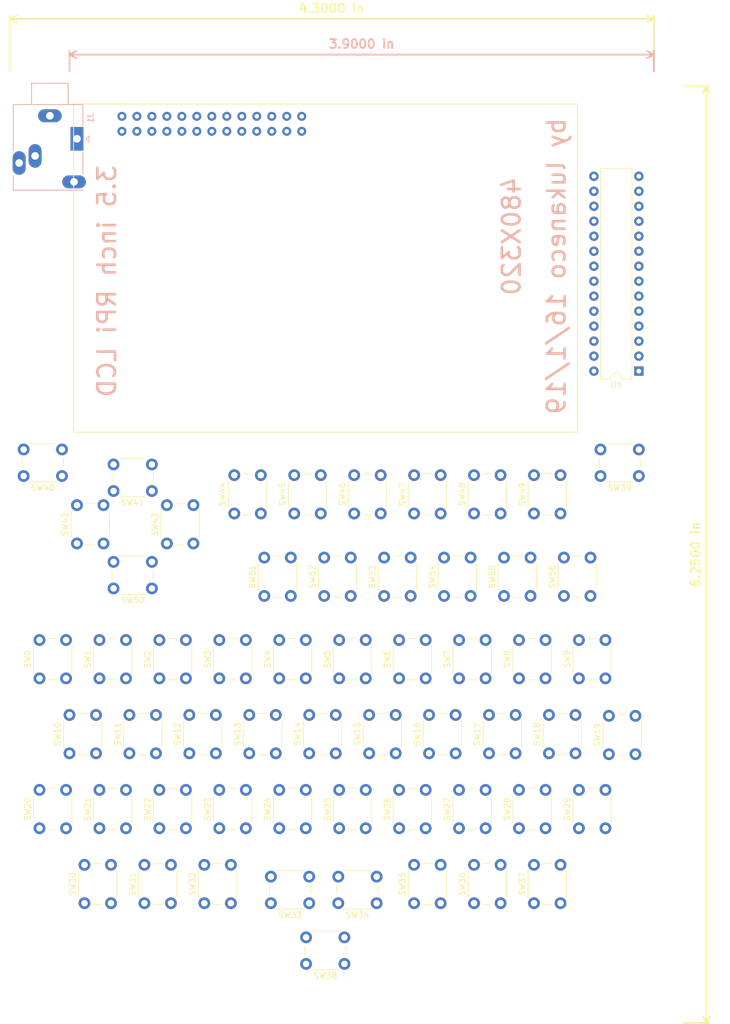
<source format=kicad_pcb>
(kicad_pcb (version 20171130) (host pcbnew "(5.0.2)-1")

  (general
    (thickness 1.6)
    (drawings 101)
    (tracks 0)
    (zones 0)
    (modules 60)
    (nets 113)
  )

  (page A4)
  (layers
    (0 F.Cu signal)
    (31 B.Cu signal)
    (32 B.Adhes user)
    (33 F.Adhes user)
    (34 B.Paste user)
    (35 F.Paste user)
    (36 B.SilkS user)
    (37 F.SilkS user)
    (38 B.Mask user)
    (39 F.Mask user)
    (40 Dwgs.User user)
    (41 Cmts.User user)
    (42 Eco1.User user)
    (43 Eco2.User user)
    (44 Edge.Cuts user)
    (45 Margin user)
    (46 B.CrtYd user)
    (47 F.CrtYd user)
    (48 B.Fab user)
    (49 F.Fab user)
  )

  (setup
    (last_trace_width 0.75)
    (trace_clearance 0.2)
    (zone_clearance 0.508)
    (zone_45_only no)
    (trace_min 0.2)
    (segment_width 0.2)
    (edge_width 0.15)
    (via_size 0.9)
    (via_drill 0.4)
    (via_min_size 0.4)
    (via_min_drill 0.3)
    (uvia_size 0.3)
    (uvia_drill 0.1)
    (uvias_allowed no)
    (uvia_min_size 0.2)
    (uvia_min_drill 0.1)
    (pcb_text_width 0.3)
    (pcb_text_size 1.5 1.5)
    (mod_edge_width 0.15)
    (mod_text_size 1 1)
    (mod_text_width 0.15)
    (pad_size 1.524 1.524)
    (pad_drill 0.762)
    (pad_to_mask_clearance 0.051)
    (solder_mask_min_width 0.25)
    (aux_axis_origin 55.88 189.23)
    (grid_origin 55.88 189.23)
    (visible_elements 7FFFFFFF)
    (pcbplotparams
      (layerselection 0x010fc_ffffffff)
      (usegerberextensions false)
      (usegerberattributes false)
      (usegerberadvancedattributes false)
      (creategerberjobfile false)
      (excludeedgelayer true)
      (linewidth 0.100000)
      (plotframeref false)
      (viasonmask false)
      (mode 1)
      (useauxorigin false)
      (hpglpennumber 1)
      (hpglpenspeed 20)
      (hpglpendiameter 15.000000)
      (psnegative false)
      (psa4output false)
      (plotreference true)
      (plotvalue true)
      (plotinvisibletext false)
      (padsonsilk false)
      (subtractmaskfromsilk false)
      (outputformat 1)
      (mirror false)
      (drillshape 1)
      (scaleselection 1)
      (outputdirectory ""))
  )

  (net 0 "")
  (net 1 "Net-(SW0-Pad2)")
  (net 2 "Net-(SW1-Pad2)")
  (net 3 "Net-(SW2-Pad2)")
  (net 4 "Net-(SW3-Pad2)")
  (net 5 "Net-(SW4-Pad2)")
  (net 6 "Net-(SW5-Pad2)")
  (net 7 "Net-(SW6-Pad2)")
  (net 8 "Net-(SW7-Pad2)")
  (net 9 "Net-(SW8-Pad2)")
  (net 10 "Net-(SW9-Pad2)")
  (net 11 "Net-(SW10-Pad2)")
  (net 12 "Net-(SW11-Pad2)")
  (net 13 "Net-(SW12-Pad2)")
  (net 14 "Net-(SW13-Pad2)")
  (net 15 "Net-(SW14-Pad2)")
  (net 16 "Net-(SW15-Pad2)")
  (net 17 "Net-(SW16-Pad2)")
  (net 18 "Net-(SW17-Pad2)")
  (net 19 "Net-(SW18-Pad2)")
  (net 20 "Net-(SW19-Pad2)")
  (net 21 "Net-(SW20-Pad2)")
  (net 22 "Net-(SW21-Pad2)")
  (net 23 "Net-(SW22-Pad2)")
  (net 24 "Net-(SW23-Pad2)")
  (net 25 "Net-(SW24-Pad2)")
  (net 26 "Net-(SW25-Pad2)")
  (net 27 "Net-(SW26-Pad2)")
  (net 28 "Net-(SW27-Pad2)")
  (net 29 "Net-(SW28-Pad2)")
  (net 30 "Net-(SW29-Pad2)")
  (net 31 "Net-(SW30-Pad2)")
  (net 32 "Net-(SW31-Pad2)")
  (net 33 "Net-(SW32-Pad2)")
  (net 34 "Net-(SW33-Pad2)")
  (net 35 "Net-(SW34-Pad2)")
  (net 36 "Net-(SW35-Pad2)")
  (net 37 "Net-(SW36-Pad2)")
  (net 38 "Net-(SW37-Pad2)")
  (net 39 "Net-(SW38-Pad2)")
  (net 40 "Net-(SW39-Pad2)")
  (net 41 "Net-(SW40-Pad2)")
  (net 42 "Net-(SW41-Pad2)")
  (net 43 "Net-(SW42-Pad2)")
  (net 44 "Net-(SW43-Pad2)")
  (net 45 "Net-(SW44-Pad2)")
  (net 46 "Net-(SW45-Pad2)")
  (net 47 "Net-(SW46-Pad2)")
  (net 48 "Net-(SW47-Pad2)")
  (net 49 "Net-(SW48-Pad2)")
  (net 50 "Net-(SW49-Pad2)")
  (net 51 "Net-(SW50-Pad2)")
  (net 52 "Net-(SW51-Pad2)")
  (net 53 "Net-(SW52-Pad2)")
  (net 54 "Net-(SW53-Pad2)")
  (net 55 "Net-(SW54-Pad2)")
  (net 56 "Net-(SW55-Pad2)")
  (net 57 "Net-(SW56-Pad2)")
  (net 58 "Net-(U1-Pad15)")
  (net 59 "Net-(U1-Pad16)")
  (net 60 "Net-(U1-Pad17)")
  (net 61 "Net-(U1-Pad18)")
  (net 62 "Net-(U1-Pad19)")
  (net 63 "Net-(U1-Pad6)")
  (net 64 "Net-(U1-Pad20)")
  (net 65 "Net-(U1-Pad7)")
  (net 66 "Net-(U1-Pad21)")
  (net 67 "Net-(U1-Pad22)")
  (net 68 "Net-(U1-Pad23)")
  (net 69 "Net-(U1-Pad24)")
  (net 70 "Net-(U1-Pad11)")
  (net 71 "Net-(U1-Pad25)")
  (net 72 "Net-(U1-Pad12)")
  (net 73 "Net-(U1-Pad26)")
  (net 74 "Net-(U1-Pad13)")
  (net 75 "Net-(U1-Pad27)")
  (net 76 "Net-(U1-Pad14)")
  (net 77 "Net-(U1-Pad28)")
  (net 78 Col2)
  (net 79 Col3)
  (net 80 Col4)
  (net 81 Col5)
  (net 82 Col0)
  (net 83 Col1)
  (net 84 Reset)
  (net 85 Serial_RX)
  (net 86 Serial_TX)
  (net 87 USB_D+)
  (net 88 USB_D-)
  (net 89 Osc1)
  (net 90 Osc2)
  (net 91 "Net-(DS1-Pad3)")
  (net 92 "Net-(DS1-Pad5)")
  (net 93 "Net-(DS1-Pad7)")
  (net 94 "Net-(DS1-Pad8)")
  (net 95 "Net-(DS1-Pad10)")
  (net 96 "Net-(DS1-Pad12)")
  (net 97 "Net-(DS1-Pad13)")
  (net 98 "Net-(DS1-Pad15)")
  (net 99 "Net-(DS1-Pad16)")
  (net 100 "Net-(J1-PadT)")
  (net 101 "Net-(J1-PadR)")
  (net 102 "Net-(J1-PadS)")
  (net 103 +3V3)
  (net 104 +5V)
  (net 105 GND)
  (net 106 TP_IRQ)
  (net 107 LCD_RS)
  (net 108 TP_SO)
  (net 109 RST)
  (net 110 LCD_SCK)
  (net 111 LCD_CS)
  (net 112 TP_CS)

  (net_class Default "Esta es la clase de red por defecto."
    (clearance 0.2)
    (trace_width 0.75)
    (via_dia 0.9)
    (via_drill 0.4)
    (uvia_dia 0.3)
    (uvia_drill 0.1)
    (add_net +3V3)
    (add_net +5V)
    (add_net Col0)
    (add_net Col1)
    (add_net Col2)
    (add_net Col3)
    (add_net Col4)
    (add_net Col5)
    (add_net GND)
    (add_net LCD_CS)
    (add_net LCD_RS)
    (add_net LCD_SCK)
    (add_net "Net-(DS1-Pad10)")
    (add_net "Net-(DS1-Pad12)")
    (add_net "Net-(DS1-Pad13)")
    (add_net "Net-(DS1-Pad15)")
    (add_net "Net-(DS1-Pad16)")
    (add_net "Net-(DS1-Pad3)")
    (add_net "Net-(DS1-Pad5)")
    (add_net "Net-(DS1-Pad7)")
    (add_net "Net-(DS1-Pad8)")
    (add_net "Net-(J1-PadR)")
    (add_net "Net-(J1-PadS)")
    (add_net "Net-(J1-PadT)")
    (add_net "Net-(SW0-Pad2)")
    (add_net "Net-(SW1-Pad2)")
    (add_net "Net-(SW10-Pad2)")
    (add_net "Net-(SW11-Pad2)")
    (add_net "Net-(SW12-Pad2)")
    (add_net "Net-(SW13-Pad2)")
    (add_net "Net-(SW14-Pad2)")
    (add_net "Net-(SW15-Pad2)")
    (add_net "Net-(SW16-Pad2)")
    (add_net "Net-(SW17-Pad2)")
    (add_net "Net-(SW18-Pad2)")
    (add_net "Net-(SW19-Pad2)")
    (add_net "Net-(SW2-Pad2)")
    (add_net "Net-(SW20-Pad2)")
    (add_net "Net-(SW21-Pad2)")
    (add_net "Net-(SW22-Pad2)")
    (add_net "Net-(SW23-Pad2)")
    (add_net "Net-(SW24-Pad2)")
    (add_net "Net-(SW25-Pad2)")
    (add_net "Net-(SW26-Pad2)")
    (add_net "Net-(SW27-Pad2)")
    (add_net "Net-(SW28-Pad2)")
    (add_net "Net-(SW29-Pad2)")
    (add_net "Net-(SW3-Pad2)")
    (add_net "Net-(SW30-Pad2)")
    (add_net "Net-(SW31-Pad2)")
    (add_net "Net-(SW32-Pad2)")
    (add_net "Net-(SW33-Pad2)")
    (add_net "Net-(SW34-Pad2)")
    (add_net "Net-(SW35-Pad2)")
    (add_net "Net-(SW36-Pad2)")
    (add_net "Net-(SW37-Pad2)")
    (add_net "Net-(SW38-Pad2)")
    (add_net "Net-(SW39-Pad2)")
    (add_net "Net-(SW4-Pad2)")
    (add_net "Net-(SW40-Pad2)")
    (add_net "Net-(SW41-Pad2)")
    (add_net "Net-(SW42-Pad2)")
    (add_net "Net-(SW43-Pad2)")
    (add_net "Net-(SW44-Pad2)")
    (add_net "Net-(SW45-Pad2)")
    (add_net "Net-(SW46-Pad2)")
    (add_net "Net-(SW47-Pad2)")
    (add_net "Net-(SW48-Pad2)")
    (add_net "Net-(SW49-Pad2)")
    (add_net "Net-(SW5-Pad2)")
    (add_net "Net-(SW50-Pad2)")
    (add_net "Net-(SW51-Pad2)")
    (add_net "Net-(SW52-Pad2)")
    (add_net "Net-(SW53-Pad2)")
    (add_net "Net-(SW54-Pad2)")
    (add_net "Net-(SW55-Pad2)")
    (add_net "Net-(SW56-Pad2)")
    (add_net "Net-(SW6-Pad2)")
    (add_net "Net-(SW7-Pad2)")
    (add_net "Net-(SW8-Pad2)")
    (add_net "Net-(SW9-Pad2)")
    (add_net "Net-(U1-Pad11)")
    (add_net "Net-(U1-Pad12)")
    (add_net "Net-(U1-Pad13)")
    (add_net "Net-(U1-Pad14)")
    (add_net "Net-(U1-Pad15)")
    (add_net "Net-(U1-Pad16)")
    (add_net "Net-(U1-Pad17)")
    (add_net "Net-(U1-Pad18)")
    (add_net "Net-(U1-Pad19)")
    (add_net "Net-(U1-Pad20)")
    (add_net "Net-(U1-Pad21)")
    (add_net "Net-(U1-Pad22)")
    (add_net "Net-(U1-Pad23)")
    (add_net "Net-(U1-Pad24)")
    (add_net "Net-(U1-Pad25)")
    (add_net "Net-(U1-Pad26)")
    (add_net "Net-(U1-Pad27)")
    (add_net "Net-(U1-Pad28)")
    (add_net "Net-(U1-Pad6)")
    (add_net "Net-(U1-Pad7)")
    (add_net Osc1)
    (add_net Osc2)
    (add_net RST)
    (add_net Reset)
    (add_net Serial_RX)
    (add_net Serial_TX)
    (add_net TP_CS)
    (add_net TP_IRQ)
    (add_net TP_SO)
    (add_net USB_D+)
    (add_net USB_D-)
  )

  (module Button_Switch_THT:SW_PUSH_6mm (layer F.Cu) (tedit 5A02FE31) (tstamp 5C610F8A)
    (at 60.96 130.81 90)
    (descr https://www.omron.com/ecb/products/pdf/en-b3f.pdf)
    (tags "tact sw push 6mm")
    (path /5C547EE8)
    (fp_text reference SW0 (at 3.25 -2 90) (layer F.SilkS)
      (effects (font (size 1 1) (thickness 0.15)))
    )
    (fp_text value SW_Push (at 3.75 6.7 90) (layer F.Fab)
      (effects (font (size 1 1) (thickness 0.15)))
    )
    (fp_text user %R (at 3.25 2.25 90) (layer F.Fab)
      (effects (font (size 1 1) (thickness 0.15)))
    )
    (fp_line (start 3.25 -0.75) (end 6.25 -0.75) (layer F.Fab) (width 0.1))
    (fp_line (start 6.25 -0.75) (end 6.25 5.25) (layer F.Fab) (width 0.1))
    (fp_line (start 6.25 5.25) (end 0.25 5.25) (layer F.Fab) (width 0.1))
    (fp_line (start 0.25 5.25) (end 0.25 -0.75) (layer F.Fab) (width 0.1))
    (fp_line (start 0.25 -0.75) (end 3.25 -0.75) (layer F.Fab) (width 0.1))
    (fp_line (start 7.75 6) (end 8 6) (layer F.CrtYd) (width 0.05))
    (fp_line (start 8 6) (end 8 5.75) (layer F.CrtYd) (width 0.05))
    (fp_line (start 7.75 -1.5) (end 8 -1.5) (layer F.CrtYd) (width 0.05))
    (fp_line (start 8 -1.5) (end 8 -1.25) (layer F.CrtYd) (width 0.05))
    (fp_line (start -1.5 -1.25) (end -1.5 -1.5) (layer F.CrtYd) (width 0.05))
    (fp_line (start -1.5 -1.5) (end -1.25 -1.5) (layer F.CrtYd) (width 0.05))
    (fp_line (start -1.5 5.75) (end -1.5 6) (layer F.CrtYd) (width 0.05))
    (fp_line (start -1.5 6) (end -1.25 6) (layer F.CrtYd) (width 0.05))
    (fp_line (start -1.25 -1.5) (end 7.75 -1.5) (layer F.CrtYd) (width 0.05))
    (fp_line (start -1.5 5.75) (end -1.5 -1.25) (layer F.CrtYd) (width 0.05))
    (fp_line (start 7.75 6) (end -1.25 6) (layer F.CrtYd) (width 0.05))
    (fp_line (start 8 -1.25) (end 8 5.75) (layer F.CrtYd) (width 0.05))
    (fp_line (start 1 5.5) (end 5.5 5.5) (layer F.SilkS) (width 0.12))
    (fp_line (start -0.25 1.5) (end -0.25 3) (layer F.SilkS) (width 0.12))
    (fp_line (start 5.5 -1) (end 1 -1) (layer F.SilkS) (width 0.12))
    (fp_line (start 6.75 3) (end 6.75 1.5) (layer F.SilkS) (width 0.12))
    (fp_circle (center 3.25 2.25) (end 1.25 2.5) (layer F.Fab) (width 0.1))
    (pad 2 thru_hole circle (at 0 4.5 180) (size 2 2) (drill 1.1) (layers *.Cu *.Mask)
      (net 1 "Net-(SW0-Pad2)"))
    (pad 1 thru_hole circle (at 0 0 180) (size 2 2) (drill 1.1) (layers *.Cu *.Mask)
      (net 78 Col2))
    (pad 2 thru_hole circle (at 6.5 4.5 180) (size 2 2) (drill 1.1) (layers *.Cu *.Mask)
      (net 1 "Net-(SW0-Pad2)"))
    (pad 1 thru_hole circle (at 6.5 0 180) (size 2 2) (drill 1.1) (layers *.Cu *.Mask)
      (net 78 Col2))
    (model ${KISYS3DMOD}/Button_Switch_THT.3dshapes/SW_PUSH_6mm.wrl
      (at (xyz 0 0 0))
      (scale (xyz 1 1 1))
      (rotate (xyz 0 0 0))
    )
  )

  (module Button_Switch_THT:SW_PUSH_6mm (layer F.Cu) (tedit 5A02FE31) (tstamp 5C610FA9)
    (at 71.12 130.81 90)
    (descr https://www.omron.com/ecb/products/pdf/en-b3f.pdf)
    (tags "tact sw push 6mm")
    (path /5C547EEF)
    (fp_text reference SW1 (at 3.25 -2 90) (layer F.SilkS)
      (effects (font (size 1 1) (thickness 0.15)))
    )
    (fp_text value SW_Push (at 3.75 6.7 90) (layer F.Fab)
      (effects (font (size 1 1) (thickness 0.15)))
    )
    (fp_circle (center 3.25 2.25) (end 1.25 2.5) (layer F.Fab) (width 0.1))
    (fp_line (start 6.75 3) (end 6.75 1.5) (layer F.SilkS) (width 0.12))
    (fp_line (start 5.5 -1) (end 1 -1) (layer F.SilkS) (width 0.12))
    (fp_line (start -0.25 1.5) (end -0.25 3) (layer F.SilkS) (width 0.12))
    (fp_line (start 1 5.5) (end 5.5 5.5) (layer F.SilkS) (width 0.12))
    (fp_line (start 8 -1.25) (end 8 5.75) (layer F.CrtYd) (width 0.05))
    (fp_line (start 7.75 6) (end -1.25 6) (layer F.CrtYd) (width 0.05))
    (fp_line (start -1.5 5.75) (end -1.5 -1.25) (layer F.CrtYd) (width 0.05))
    (fp_line (start -1.25 -1.5) (end 7.75 -1.5) (layer F.CrtYd) (width 0.05))
    (fp_line (start -1.5 6) (end -1.25 6) (layer F.CrtYd) (width 0.05))
    (fp_line (start -1.5 5.75) (end -1.5 6) (layer F.CrtYd) (width 0.05))
    (fp_line (start -1.5 -1.5) (end -1.25 -1.5) (layer F.CrtYd) (width 0.05))
    (fp_line (start -1.5 -1.25) (end -1.5 -1.5) (layer F.CrtYd) (width 0.05))
    (fp_line (start 8 -1.5) (end 8 -1.25) (layer F.CrtYd) (width 0.05))
    (fp_line (start 7.75 -1.5) (end 8 -1.5) (layer F.CrtYd) (width 0.05))
    (fp_line (start 8 6) (end 8 5.75) (layer F.CrtYd) (width 0.05))
    (fp_line (start 7.75 6) (end 8 6) (layer F.CrtYd) (width 0.05))
    (fp_line (start 0.25 -0.75) (end 3.25 -0.75) (layer F.Fab) (width 0.1))
    (fp_line (start 0.25 5.25) (end 0.25 -0.75) (layer F.Fab) (width 0.1))
    (fp_line (start 6.25 5.25) (end 0.25 5.25) (layer F.Fab) (width 0.1))
    (fp_line (start 6.25 -0.75) (end 6.25 5.25) (layer F.Fab) (width 0.1))
    (fp_line (start 3.25 -0.75) (end 6.25 -0.75) (layer F.Fab) (width 0.1))
    (fp_text user %R (at 3.25 2.25 90) (layer F.Fab)
      (effects (font (size 1 1) (thickness 0.15)))
    )
    (pad 1 thru_hole circle (at 6.5 0 180) (size 2 2) (drill 1.1) (layers *.Cu *.Mask)
      (net 78 Col2))
    (pad 2 thru_hole circle (at 6.5 4.5 180) (size 2 2) (drill 1.1) (layers *.Cu *.Mask)
      (net 2 "Net-(SW1-Pad2)"))
    (pad 1 thru_hole circle (at 0 0 180) (size 2 2) (drill 1.1) (layers *.Cu *.Mask)
      (net 78 Col2))
    (pad 2 thru_hole circle (at 0 4.5 180) (size 2 2) (drill 1.1) (layers *.Cu *.Mask)
      (net 2 "Net-(SW1-Pad2)"))
    (model ${KISYS3DMOD}/Button_Switch_THT.3dshapes/SW_PUSH_6mm.wrl
      (at (xyz 0 0 0))
      (scale (xyz 1 1 1))
      (rotate (xyz 0 0 0))
    )
  )

  (module Button_Switch_THT:SW_PUSH_6mm (layer F.Cu) (tedit 5A02FE31) (tstamp 5C610FC8)
    (at 81.28 130.81 90)
    (descr https://www.omron.com/ecb/products/pdf/en-b3f.pdf)
    (tags "tact sw push 6mm")
    (path /5C547EF6)
    (fp_text reference SW2 (at 3.25 -2 90) (layer F.SilkS)
      (effects (font (size 1 1) (thickness 0.15)))
    )
    (fp_text value SW_Push (at 3.75 6.7 90) (layer F.Fab)
      (effects (font (size 1 1) (thickness 0.15)))
    )
    (fp_text user %R (at 3.25 2.25 90) (layer F.Fab)
      (effects (font (size 1 1) (thickness 0.15)))
    )
    (fp_line (start 3.25 -0.75) (end 6.25 -0.75) (layer F.Fab) (width 0.1))
    (fp_line (start 6.25 -0.75) (end 6.25 5.25) (layer F.Fab) (width 0.1))
    (fp_line (start 6.25 5.25) (end 0.25 5.25) (layer F.Fab) (width 0.1))
    (fp_line (start 0.25 5.25) (end 0.25 -0.75) (layer F.Fab) (width 0.1))
    (fp_line (start 0.25 -0.75) (end 3.25 -0.75) (layer F.Fab) (width 0.1))
    (fp_line (start 7.75 6) (end 8 6) (layer F.CrtYd) (width 0.05))
    (fp_line (start 8 6) (end 8 5.75) (layer F.CrtYd) (width 0.05))
    (fp_line (start 7.75 -1.5) (end 8 -1.5) (layer F.CrtYd) (width 0.05))
    (fp_line (start 8 -1.5) (end 8 -1.25) (layer F.CrtYd) (width 0.05))
    (fp_line (start -1.5 -1.25) (end -1.5 -1.5) (layer F.CrtYd) (width 0.05))
    (fp_line (start -1.5 -1.5) (end -1.25 -1.5) (layer F.CrtYd) (width 0.05))
    (fp_line (start -1.5 5.75) (end -1.5 6) (layer F.CrtYd) (width 0.05))
    (fp_line (start -1.5 6) (end -1.25 6) (layer F.CrtYd) (width 0.05))
    (fp_line (start -1.25 -1.5) (end 7.75 -1.5) (layer F.CrtYd) (width 0.05))
    (fp_line (start -1.5 5.75) (end -1.5 -1.25) (layer F.CrtYd) (width 0.05))
    (fp_line (start 7.75 6) (end -1.25 6) (layer F.CrtYd) (width 0.05))
    (fp_line (start 8 -1.25) (end 8 5.75) (layer F.CrtYd) (width 0.05))
    (fp_line (start 1 5.5) (end 5.5 5.5) (layer F.SilkS) (width 0.12))
    (fp_line (start -0.25 1.5) (end -0.25 3) (layer F.SilkS) (width 0.12))
    (fp_line (start 5.5 -1) (end 1 -1) (layer F.SilkS) (width 0.12))
    (fp_line (start 6.75 3) (end 6.75 1.5) (layer F.SilkS) (width 0.12))
    (fp_circle (center 3.25 2.25) (end 1.25 2.5) (layer F.Fab) (width 0.1))
    (pad 2 thru_hole circle (at 0 4.5 180) (size 2 2) (drill 1.1) (layers *.Cu *.Mask)
      (net 3 "Net-(SW2-Pad2)"))
    (pad 1 thru_hole circle (at 0 0 180) (size 2 2) (drill 1.1) (layers *.Cu *.Mask)
      (net 78 Col2))
    (pad 2 thru_hole circle (at 6.5 4.5 180) (size 2 2) (drill 1.1) (layers *.Cu *.Mask)
      (net 3 "Net-(SW2-Pad2)"))
    (pad 1 thru_hole circle (at 6.5 0 180) (size 2 2) (drill 1.1) (layers *.Cu *.Mask)
      (net 78 Col2))
    (model ${KISYS3DMOD}/Button_Switch_THT.3dshapes/SW_PUSH_6mm.wrl
      (at (xyz 0 0 0))
      (scale (xyz 1 1 1))
      (rotate (xyz 0 0 0))
    )
  )

  (module Button_Switch_THT:SW_PUSH_6mm (layer F.Cu) (tedit 5A02FE31) (tstamp 5C610FE7)
    (at 91.44 130.81 90)
    (descr https://www.omron.com/ecb/products/pdf/en-b3f.pdf)
    (tags "tact sw push 6mm")
    (path /5C547EFD)
    (fp_text reference SW3 (at 3.25 -2 90) (layer F.SilkS)
      (effects (font (size 1 1) (thickness 0.15)))
    )
    (fp_text value SW_Push (at 3.75 6.7 90) (layer F.Fab)
      (effects (font (size 1 1) (thickness 0.15)))
    )
    (fp_text user %R (at 3.25 2.25 90) (layer F.Fab)
      (effects (font (size 1 1) (thickness 0.15)))
    )
    (fp_line (start 3.25 -0.75) (end 6.25 -0.75) (layer F.Fab) (width 0.1))
    (fp_line (start 6.25 -0.75) (end 6.25 5.25) (layer F.Fab) (width 0.1))
    (fp_line (start 6.25 5.25) (end 0.25 5.25) (layer F.Fab) (width 0.1))
    (fp_line (start 0.25 5.25) (end 0.25 -0.75) (layer F.Fab) (width 0.1))
    (fp_line (start 0.25 -0.75) (end 3.25 -0.75) (layer F.Fab) (width 0.1))
    (fp_line (start 7.75 6) (end 8 6) (layer F.CrtYd) (width 0.05))
    (fp_line (start 8 6) (end 8 5.75) (layer F.CrtYd) (width 0.05))
    (fp_line (start 7.75 -1.5) (end 8 -1.5) (layer F.CrtYd) (width 0.05))
    (fp_line (start 8 -1.5) (end 8 -1.25) (layer F.CrtYd) (width 0.05))
    (fp_line (start -1.5 -1.25) (end -1.5 -1.5) (layer F.CrtYd) (width 0.05))
    (fp_line (start -1.5 -1.5) (end -1.25 -1.5) (layer F.CrtYd) (width 0.05))
    (fp_line (start -1.5 5.75) (end -1.5 6) (layer F.CrtYd) (width 0.05))
    (fp_line (start -1.5 6) (end -1.25 6) (layer F.CrtYd) (width 0.05))
    (fp_line (start -1.25 -1.5) (end 7.75 -1.5) (layer F.CrtYd) (width 0.05))
    (fp_line (start -1.5 5.75) (end -1.5 -1.25) (layer F.CrtYd) (width 0.05))
    (fp_line (start 7.75 6) (end -1.25 6) (layer F.CrtYd) (width 0.05))
    (fp_line (start 8 -1.25) (end 8 5.75) (layer F.CrtYd) (width 0.05))
    (fp_line (start 1 5.5) (end 5.5 5.5) (layer F.SilkS) (width 0.12))
    (fp_line (start -0.25 1.5) (end -0.25 3) (layer F.SilkS) (width 0.12))
    (fp_line (start 5.5 -1) (end 1 -1) (layer F.SilkS) (width 0.12))
    (fp_line (start 6.75 3) (end 6.75 1.5) (layer F.SilkS) (width 0.12))
    (fp_circle (center 3.25 2.25) (end 1.25 2.5) (layer F.Fab) (width 0.1))
    (pad 2 thru_hole circle (at 0 4.5 180) (size 2 2) (drill 1.1) (layers *.Cu *.Mask)
      (net 4 "Net-(SW3-Pad2)"))
    (pad 1 thru_hole circle (at 0 0 180) (size 2 2) (drill 1.1) (layers *.Cu *.Mask)
      (net 78 Col2))
    (pad 2 thru_hole circle (at 6.5 4.5 180) (size 2 2) (drill 1.1) (layers *.Cu *.Mask)
      (net 4 "Net-(SW3-Pad2)"))
    (pad 1 thru_hole circle (at 6.5 0 180) (size 2 2) (drill 1.1) (layers *.Cu *.Mask)
      (net 78 Col2))
    (model ${KISYS3DMOD}/Button_Switch_THT.3dshapes/SW_PUSH_6mm.wrl
      (at (xyz 0 0 0))
      (scale (xyz 1 1 1))
      (rotate (xyz 0 0 0))
    )
  )

  (module Button_Switch_THT:SW_PUSH_6mm (layer F.Cu) (tedit 5A02FE31) (tstamp 5C611006)
    (at 101.6 130.81 90)
    (descr https://www.omron.com/ecb/products/pdf/en-b3f.pdf)
    (tags "tact sw push 6mm")
    (path /5C547F04)
    (fp_text reference SW4 (at 3.25 -2 90) (layer F.SilkS)
      (effects (font (size 1 1) (thickness 0.15)))
    )
    (fp_text value SW_Push (at 3.75 6.7 90) (layer F.Fab)
      (effects (font (size 1 1) (thickness 0.15)))
    )
    (fp_circle (center 3.25 2.25) (end 1.25 2.5) (layer F.Fab) (width 0.1))
    (fp_line (start 6.75 3) (end 6.75 1.5) (layer F.SilkS) (width 0.12))
    (fp_line (start 5.5 -1) (end 1 -1) (layer F.SilkS) (width 0.12))
    (fp_line (start -0.25 1.5) (end -0.25 3) (layer F.SilkS) (width 0.12))
    (fp_line (start 1 5.5) (end 5.5 5.5) (layer F.SilkS) (width 0.12))
    (fp_line (start 8 -1.25) (end 8 5.75) (layer F.CrtYd) (width 0.05))
    (fp_line (start 7.75 6) (end -1.25 6) (layer F.CrtYd) (width 0.05))
    (fp_line (start -1.5 5.75) (end -1.5 -1.25) (layer F.CrtYd) (width 0.05))
    (fp_line (start -1.25 -1.5) (end 7.75 -1.5) (layer F.CrtYd) (width 0.05))
    (fp_line (start -1.5 6) (end -1.25 6) (layer F.CrtYd) (width 0.05))
    (fp_line (start -1.5 5.75) (end -1.5 6) (layer F.CrtYd) (width 0.05))
    (fp_line (start -1.5 -1.5) (end -1.25 -1.5) (layer F.CrtYd) (width 0.05))
    (fp_line (start -1.5 -1.25) (end -1.5 -1.5) (layer F.CrtYd) (width 0.05))
    (fp_line (start 8 -1.5) (end 8 -1.25) (layer F.CrtYd) (width 0.05))
    (fp_line (start 7.75 -1.5) (end 8 -1.5) (layer F.CrtYd) (width 0.05))
    (fp_line (start 8 6) (end 8 5.75) (layer F.CrtYd) (width 0.05))
    (fp_line (start 7.75 6) (end 8 6) (layer F.CrtYd) (width 0.05))
    (fp_line (start 0.25 -0.75) (end 3.25 -0.75) (layer F.Fab) (width 0.1))
    (fp_line (start 0.25 5.25) (end 0.25 -0.75) (layer F.Fab) (width 0.1))
    (fp_line (start 6.25 5.25) (end 0.25 5.25) (layer F.Fab) (width 0.1))
    (fp_line (start 6.25 -0.75) (end 6.25 5.25) (layer F.Fab) (width 0.1))
    (fp_line (start 3.25 -0.75) (end 6.25 -0.75) (layer F.Fab) (width 0.1))
    (fp_text user %R (at 3.25 2.25 90) (layer F.Fab)
      (effects (font (size 1 1) (thickness 0.15)))
    )
    (pad 1 thru_hole circle (at 6.5 0 180) (size 2 2) (drill 1.1) (layers *.Cu *.Mask)
      (net 78 Col2))
    (pad 2 thru_hole circle (at 6.5 4.5 180) (size 2 2) (drill 1.1) (layers *.Cu *.Mask)
      (net 5 "Net-(SW4-Pad2)"))
    (pad 1 thru_hole circle (at 0 0 180) (size 2 2) (drill 1.1) (layers *.Cu *.Mask)
      (net 78 Col2))
    (pad 2 thru_hole circle (at 0 4.5 180) (size 2 2) (drill 1.1) (layers *.Cu *.Mask)
      (net 5 "Net-(SW4-Pad2)"))
    (model ${KISYS3DMOD}/Button_Switch_THT.3dshapes/SW_PUSH_6mm.wrl
      (at (xyz 0 0 0))
      (scale (xyz 1 1 1))
      (rotate (xyz 0 0 0))
    )
  )

  (module Button_Switch_THT:SW_PUSH_6mm (layer F.Cu) (tedit 5A02FE31) (tstamp 5C611025)
    (at 111.76 130.81 90)
    (descr https://www.omron.com/ecb/products/pdf/en-b3f.pdf)
    (tags "tact sw push 6mm")
    (path /5C547F0B)
    (fp_text reference SW5 (at 3.25 -2 90) (layer F.SilkS)
      (effects (font (size 1 1) (thickness 0.15)))
    )
    (fp_text value SW_Push (at 3.75 6.7 90) (layer F.Fab)
      (effects (font (size 1 1) (thickness 0.15)))
    )
    (fp_text user %R (at 3.25 2.25 90) (layer F.Fab)
      (effects (font (size 1 1) (thickness 0.15)))
    )
    (fp_line (start 3.25 -0.75) (end 6.25 -0.75) (layer F.Fab) (width 0.1))
    (fp_line (start 6.25 -0.75) (end 6.25 5.25) (layer F.Fab) (width 0.1))
    (fp_line (start 6.25 5.25) (end 0.25 5.25) (layer F.Fab) (width 0.1))
    (fp_line (start 0.25 5.25) (end 0.25 -0.75) (layer F.Fab) (width 0.1))
    (fp_line (start 0.25 -0.75) (end 3.25 -0.75) (layer F.Fab) (width 0.1))
    (fp_line (start 7.75 6) (end 8 6) (layer F.CrtYd) (width 0.05))
    (fp_line (start 8 6) (end 8 5.75) (layer F.CrtYd) (width 0.05))
    (fp_line (start 7.75 -1.5) (end 8 -1.5) (layer F.CrtYd) (width 0.05))
    (fp_line (start 8 -1.5) (end 8 -1.25) (layer F.CrtYd) (width 0.05))
    (fp_line (start -1.5 -1.25) (end -1.5 -1.5) (layer F.CrtYd) (width 0.05))
    (fp_line (start -1.5 -1.5) (end -1.25 -1.5) (layer F.CrtYd) (width 0.05))
    (fp_line (start -1.5 5.75) (end -1.5 6) (layer F.CrtYd) (width 0.05))
    (fp_line (start -1.5 6) (end -1.25 6) (layer F.CrtYd) (width 0.05))
    (fp_line (start -1.25 -1.5) (end 7.75 -1.5) (layer F.CrtYd) (width 0.05))
    (fp_line (start -1.5 5.75) (end -1.5 -1.25) (layer F.CrtYd) (width 0.05))
    (fp_line (start 7.75 6) (end -1.25 6) (layer F.CrtYd) (width 0.05))
    (fp_line (start 8 -1.25) (end 8 5.75) (layer F.CrtYd) (width 0.05))
    (fp_line (start 1 5.5) (end 5.5 5.5) (layer F.SilkS) (width 0.12))
    (fp_line (start -0.25 1.5) (end -0.25 3) (layer F.SilkS) (width 0.12))
    (fp_line (start 5.5 -1) (end 1 -1) (layer F.SilkS) (width 0.12))
    (fp_line (start 6.75 3) (end 6.75 1.5) (layer F.SilkS) (width 0.12))
    (fp_circle (center 3.25 2.25) (end 1.25 2.5) (layer F.Fab) (width 0.1))
    (pad 2 thru_hole circle (at 0 4.5 180) (size 2 2) (drill 1.1) (layers *.Cu *.Mask)
      (net 6 "Net-(SW5-Pad2)"))
    (pad 1 thru_hole circle (at 0 0 180) (size 2 2) (drill 1.1) (layers *.Cu *.Mask)
      (net 78 Col2))
    (pad 2 thru_hole circle (at 6.5 4.5 180) (size 2 2) (drill 1.1) (layers *.Cu *.Mask)
      (net 6 "Net-(SW5-Pad2)"))
    (pad 1 thru_hole circle (at 6.5 0 180) (size 2 2) (drill 1.1) (layers *.Cu *.Mask)
      (net 78 Col2))
    (model ${KISYS3DMOD}/Button_Switch_THT.3dshapes/SW_PUSH_6mm.wrl
      (at (xyz 0 0 0))
      (scale (xyz 1 1 1))
      (rotate (xyz 0 0 0))
    )
  )

  (module Button_Switch_THT:SW_PUSH_6mm (layer F.Cu) (tedit 5A02FE31) (tstamp 5C611044)
    (at 121.92 130.81 90)
    (descr https://www.omron.com/ecb/products/pdf/en-b3f.pdf)
    (tags "tact sw push 6mm")
    (path /5C548031)
    (fp_text reference SW6 (at 3.25 -2 90) (layer F.SilkS)
      (effects (font (size 1 1) (thickness 0.15)))
    )
    (fp_text value SW_Push (at 3.75 6.7 90) (layer F.Fab)
      (effects (font (size 1 1) (thickness 0.15)))
    )
    (fp_text user %R (at 3.25 2.25 90) (layer F.Fab)
      (effects (font (size 1 1) (thickness 0.15)))
    )
    (fp_line (start 3.25 -0.75) (end 6.25 -0.75) (layer F.Fab) (width 0.1))
    (fp_line (start 6.25 -0.75) (end 6.25 5.25) (layer F.Fab) (width 0.1))
    (fp_line (start 6.25 5.25) (end 0.25 5.25) (layer F.Fab) (width 0.1))
    (fp_line (start 0.25 5.25) (end 0.25 -0.75) (layer F.Fab) (width 0.1))
    (fp_line (start 0.25 -0.75) (end 3.25 -0.75) (layer F.Fab) (width 0.1))
    (fp_line (start 7.75 6) (end 8 6) (layer F.CrtYd) (width 0.05))
    (fp_line (start 8 6) (end 8 5.75) (layer F.CrtYd) (width 0.05))
    (fp_line (start 7.75 -1.5) (end 8 -1.5) (layer F.CrtYd) (width 0.05))
    (fp_line (start 8 -1.5) (end 8 -1.25) (layer F.CrtYd) (width 0.05))
    (fp_line (start -1.5 -1.25) (end -1.5 -1.5) (layer F.CrtYd) (width 0.05))
    (fp_line (start -1.5 -1.5) (end -1.25 -1.5) (layer F.CrtYd) (width 0.05))
    (fp_line (start -1.5 5.75) (end -1.5 6) (layer F.CrtYd) (width 0.05))
    (fp_line (start -1.5 6) (end -1.25 6) (layer F.CrtYd) (width 0.05))
    (fp_line (start -1.25 -1.5) (end 7.75 -1.5) (layer F.CrtYd) (width 0.05))
    (fp_line (start -1.5 5.75) (end -1.5 -1.25) (layer F.CrtYd) (width 0.05))
    (fp_line (start 7.75 6) (end -1.25 6) (layer F.CrtYd) (width 0.05))
    (fp_line (start 8 -1.25) (end 8 5.75) (layer F.CrtYd) (width 0.05))
    (fp_line (start 1 5.5) (end 5.5 5.5) (layer F.SilkS) (width 0.12))
    (fp_line (start -0.25 1.5) (end -0.25 3) (layer F.SilkS) (width 0.12))
    (fp_line (start 5.5 -1) (end 1 -1) (layer F.SilkS) (width 0.12))
    (fp_line (start 6.75 3) (end 6.75 1.5) (layer F.SilkS) (width 0.12))
    (fp_circle (center 3.25 2.25) (end 1.25 2.5) (layer F.Fab) (width 0.1))
    (pad 2 thru_hole circle (at 0 4.5 180) (size 2 2) (drill 1.1) (layers *.Cu *.Mask)
      (net 7 "Net-(SW6-Pad2)"))
    (pad 1 thru_hole circle (at 0 0 180) (size 2 2) (drill 1.1) (layers *.Cu *.Mask)
      (net 78 Col2))
    (pad 2 thru_hole circle (at 6.5 4.5 180) (size 2 2) (drill 1.1) (layers *.Cu *.Mask)
      (net 7 "Net-(SW6-Pad2)"))
    (pad 1 thru_hole circle (at 6.5 0 180) (size 2 2) (drill 1.1) (layers *.Cu *.Mask)
      (net 78 Col2))
    (model ${KISYS3DMOD}/Button_Switch_THT.3dshapes/SW_PUSH_6mm.wrl
      (at (xyz 0 0 0))
      (scale (xyz 1 1 1))
      (rotate (xyz 0 0 0))
    )
  )

  (module Button_Switch_THT:SW_PUSH_6mm (layer F.Cu) (tedit 5A02FE31) (tstamp 5C611063)
    (at 132.08 130.81 90)
    (descr https://www.omron.com/ecb/products/pdf/en-b3f.pdf)
    (tags "tact sw push 6mm")
    (path /5C548038)
    (fp_text reference SW7 (at 3.25 -2 90) (layer F.SilkS)
      (effects (font (size 1 1) (thickness 0.15)))
    )
    (fp_text value SW_Push (at 3.75 6.7 90) (layer F.Fab)
      (effects (font (size 1 1) (thickness 0.15)))
    )
    (fp_circle (center 3.25 2.25) (end 1.25 2.5) (layer F.Fab) (width 0.1))
    (fp_line (start 6.75 3) (end 6.75 1.5) (layer F.SilkS) (width 0.12))
    (fp_line (start 5.5 -1) (end 1 -1) (layer F.SilkS) (width 0.12))
    (fp_line (start -0.25 1.5) (end -0.25 3) (layer F.SilkS) (width 0.12))
    (fp_line (start 1 5.5) (end 5.5 5.5) (layer F.SilkS) (width 0.12))
    (fp_line (start 8 -1.25) (end 8 5.75) (layer F.CrtYd) (width 0.05))
    (fp_line (start 7.75 6) (end -1.25 6) (layer F.CrtYd) (width 0.05))
    (fp_line (start -1.5 5.75) (end -1.5 -1.25) (layer F.CrtYd) (width 0.05))
    (fp_line (start -1.25 -1.5) (end 7.75 -1.5) (layer F.CrtYd) (width 0.05))
    (fp_line (start -1.5 6) (end -1.25 6) (layer F.CrtYd) (width 0.05))
    (fp_line (start -1.5 5.75) (end -1.5 6) (layer F.CrtYd) (width 0.05))
    (fp_line (start -1.5 -1.5) (end -1.25 -1.5) (layer F.CrtYd) (width 0.05))
    (fp_line (start -1.5 -1.25) (end -1.5 -1.5) (layer F.CrtYd) (width 0.05))
    (fp_line (start 8 -1.5) (end 8 -1.25) (layer F.CrtYd) (width 0.05))
    (fp_line (start 7.75 -1.5) (end 8 -1.5) (layer F.CrtYd) (width 0.05))
    (fp_line (start 8 6) (end 8 5.75) (layer F.CrtYd) (width 0.05))
    (fp_line (start 7.75 6) (end 8 6) (layer F.CrtYd) (width 0.05))
    (fp_line (start 0.25 -0.75) (end 3.25 -0.75) (layer F.Fab) (width 0.1))
    (fp_line (start 0.25 5.25) (end 0.25 -0.75) (layer F.Fab) (width 0.1))
    (fp_line (start 6.25 5.25) (end 0.25 5.25) (layer F.Fab) (width 0.1))
    (fp_line (start 6.25 -0.75) (end 6.25 5.25) (layer F.Fab) (width 0.1))
    (fp_line (start 3.25 -0.75) (end 6.25 -0.75) (layer F.Fab) (width 0.1))
    (fp_text user %R (at 3.25 2.25 90) (layer F.Fab)
      (effects (font (size 1 1) (thickness 0.15)))
    )
    (pad 1 thru_hole circle (at 6.5 0 180) (size 2 2) (drill 1.1) (layers *.Cu *.Mask)
      (net 78 Col2))
    (pad 2 thru_hole circle (at 6.5 4.5 180) (size 2 2) (drill 1.1) (layers *.Cu *.Mask)
      (net 8 "Net-(SW7-Pad2)"))
    (pad 1 thru_hole circle (at 0 0 180) (size 2 2) (drill 1.1) (layers *.Cu *.Mask)
      (net 78 Col2))
    (pad 2 thru_hole circle (at 0 4.5 180) (size 2 2) (drill 1.1) (layers *.Cu *.Mask)
      (net 8 "Net-(SW7-Pad2)"))
    (model ${KISYS3DMOD}/Button_Switch_THT.3dshapes/SW_PUSH_6mm.wrl
      (at (xyz 0 0 0))
      (scale (xyz 1 1 1))
      (rotate (xyz 0 0 0))
    )
  )

  (module Button_Switch_THT:SW_PUSH_6mm (layer F.Cu) (tedit 5A02FE31) (tstamp 5C611082)
    (at 142.24 130.81 90)
    (descr https://www.omron.com/ecb/products/pdf/en-b3f.pdf)
    (tags "tact sw push 6mm")
    (path /5C54803F)
    (fp_text reference SW8 (at 3.25 -2 90) (layer F.SilkS)
      (effects (font (size 1 1) (thickness 0.15)))
    )
    (fp_text value SW_Push (at 3.75 6.7 90) (layer F.Fab)
      (effects (font (size 1 1) (thickness 0.15)))
    )
    (fp_circle (center 3.25 2.25) (end 1.25 2.5) (layer F.Fab) (width 0.1))
    (fp_line (start 6.75 3) (end 6.75 1.5) (layer F.SilkS) (width 0.12))
    (fp_line (start 5.5 -1) (end 1 -1) (layer F.SilkS) (width 0.12))
    (fp_line (start -0.25 1.5) (end -0.25 3) (layer F.SilkS) (width 0.12))
    (fp_line (start 1 5.5) (end 5.5 5.5) (layer F.SilkS) (width 0.12))
    (fp_line (start 8 -1.25) (end 8 5.75) (layer F.CrtYd) (width 0.05))
    (fp_line (start 7.75 6) (end -1.25 6) (layer F.CrtYd) (width 0.05))
    (fp_line (start -1.5 5.75) (end -1.5 -1.25) (layer F.CrtYd) (width 0.05))
    (fp_line (start -1.25 -1.5) (end 7.75 -1.5) (layer F.CrtYd) (width 0.05))
    (fp_line (start -1.5 6) (end -1.25 6) (layer F.CrtYd) (width 0.05))
    (fp_line (start -1.5 5.75) (end -1.5 6) (layer F.CrtYd) (width 0.05))
    (fp_line (start -1.5 -1.5) (end -1.25 -1.5) (layer F.CrtYd) (width 0.05))
    (fp_line (start -1.5 -1.25) (end -1.5 -1.5) (layer F.CrtYd) (width 0.05))
    (fp_line (start 8 -1.5) (end 8 -1.25) (layer F.CrtYd) (width 0.05))
    (fp_line (start 7.75 -1.5) (end 8 -1.5) (layer F.CrtYd) (width 0.05))
    (fp_line (start 8 6) (end 8 5.75) (layer F.CrtYd) (width 0.05))
    (fp_line (start 7.75 6) (end 8 6) (layer F.CrtYd) (width 0.05))
    (fp_line (start 0.25 -0.75) (end 3.25 -0.75) (layer F.Fab) (width 0.1))
    (fp_line (start 0.25 5.25) (end 0.25 -0.75) (layer F.Fab) (width 0.1))
    (fp_line (start 6.25 5.25) (end 0.25 5.25) (layer F.Fab) (width 0.1))
    (fp_line (start 6.25 -0.75) (end 6.25 5.25) (layer F.Fab) (width 0.1))
    (fp_line (start 3.25 -0.75) (end 6.25 -0.75) (layer F.Fab) (width 0.1))
    (fp_text user %R (at 3.25 2.25 90) (layer F.Fab)
      (effects (font (size 1 1) (thickness 0.15)))
    )
    (pad 1 thru_hole circle (at 6.5 0 180) (size 2 2) (drill 1.1) (layers *.Cu *.Mask)
      (net 78 Col2))
    (pad 2 thru_hole circle (at 6.5 4.5 180) (size 2 2) (drill 1.1) (layers *.Cu *.Mask)
      (net 9 "Net-(SW8-Pad2)"))
    (pad 1 thru_hole circle (at 0 0 180) (size 2 2) (drill 1.1) (layers *.Cu *.Mask)
      (net 78 Col2))
    (pad 2 thru_hole circle (at 0 4.5 180) (size 2 2) (drill 1.1) (layers *.Cu *.Mask)
      (net 9 "Net-(SW8-Pad2)"))
    (model ${KISYS3DMOD}/Button_Switch_THT.3dshapes/SW_PUSH_6mm.wrl
      (at (xyz 0 0 0))
      (scale (xyz 1 1 1))
      (rotate (xyz 0 0 0))
    )
  )

  (module Button_Switch_THT:SW_PUSH_6mm (layer F.Cu) (tedit 5A02FE31) (tstamp 5C6110A1)
    (at 152.4 130.81 90)
    (descr https://www.omron.com/ecb/products/pdf/en-b3f.pdf)
    (tags "tact sw push 6mm")
    (path /5C548046)
    (fp_text reference SW9 (at 3.25 -2 90) (layer F.SilkS)
      (effects (font (size 1 1) (thickness 0.15)))
    )
    (fp_text value SW_Push (at 3.75 6.7 90) (layer F.Fab)
      (effects (font (size 1 1) (thickness 0.15)))
    )
    (fp_text user %R (at 3.25 2.25 90) (layer F.Fab)
      (effects (font (size 1 1) (thickness 0.15)))
    )
    (fp_line (start 3.25 -0.75) (end 6.25 -0.75) (layer F.Fab) (width 0.1))
    (fp_line (start 6.25 -0.75) (end 6.25 5.25) (layer F.Fab) (width 0.1))
    (fp_line (start 6.25 5.25) (end 0.25 5.25) (layer F.Fab) (width 0.1))
    (fp_line (start 0.25 5.25) (end 0.25 -0.75) (layer F.Fab) (width 0.1))
    (fp_line (start 0.25 -0.75) (end 3.25 -0.75) (layer F.Fab) (width 0.1))
    (fp_line (start 7.75 6) (end 8 6) (layer F.CrtYd) (width 0.05))
    (fp_line (start 8 6) (end 8 5.75) (layer F.CrtYd) (width 0.05))
    (fp_line (start 7.75 -1.5) (end 8 -1.5) (layer F.CrtYd) (width 0.05))
    (fp_line (start 8 -1.5) (end 8 -1.25) (layer F.CrtYd) (width 0.05))
    (fp_line (start -1.5 -1.25) (end -1.5 -1.5) (layer F.CrtYd) (width 0.05))
    (fp_line (start -1.5 -1.5) (end -1.25 -1.5) (layer F.CrtYd) (width 0.05))
    (fp_line (start -1.5 5.75) (end -1.5 6) (layer F.CrtYd) (width 0.05))
    (fp_line (start -1.5 6) (end -1.25 6) (layer F.CrtYd) (width 0.05))
    (fp_line (start -1.25 -1.5) (end 7.75 -1.5) (layer F.CrtYd) (width 0.05))
    (fp_line (start -1.5 5.75) (end -1.5 -1.25) (layer F.CrtYd) (width 0.05))
    (fp_line (start 7.75 6) (end -1.25 6) (layer F.CrtYd) (width 0.05))
    (fp_line (start 8 -1.25) (end 8 5.75) (layer F.CrtYd) (width 0.05))
    (fp_line (start 1 5.5) (end 5.5 5.5) (layer F.SilkS) (width 0.12))
    (fp_line (start -0.25 1.5) (end -0.25 3) (layer F.SilkS) (width 0.12))
    (fp_line (start 5.5 -1) (end 1 -1) (layer F.SilkS) (width 0.12))
    (fp_line (start 6.75 3) (end 6.75 1.5) (layer F.SilkS) (width 0.12))
    (fp_circle (center 3.25 2.25) (end 1.25 2.5) (layer F.Fab) (width 0.1))
    (pad 2 thru_hole circle (at 0 4.5 180) (size 2 2) (drill 1.1) (layers *.Cu *.Mask)
      (net 10 "Net-(SW9-Pad2)"))
    (pad 1 thru_hole circle (at 0 0 180) (size 2 2) (drill 1.1) (layers *.Cu *.Mask)
      (net 78 Col2))
    (pad 2 thru_hole circle (at 6.5 4.5 180) (size 2 2) (drill 1.1) (layers *.Cu *.Mask)
      (net 10 "Net-(SW9-Pad2)"))
    (pad 1 thru_hole circle (at 6.5 0 180) (size 2 2) (drill 1.1) (layers *.Cu *.Mask)
      (net 78 Col2))
    (model ${KISYS3DMOD}/Button_Switch_THT.3dshapes/SW_PUSH_6mm.wrl
      (at (xyz 0 0 0))
      (scale (xyz 1 1 1))
      (rotate (xyz 0 0 0))
    )
  )

  (module Button_Switch_THT:SW_PUSH_6mm (layer F.Cu) (tedit 5A02FE31) (tstamp 5C6110C0)
    (at 66.04 143.51 90)
    (descr https://www.omron.com/ecb/products/pdf/en-b3f.pdf)
    (tags "tact sw push 6mm")
    (path /5C548195)
    (fp_text reference SW10 (at 3.25 -2 90) (layer F.SilkS)
      (effects (font (size 1 1) (thickness 0.15)))
    )
    (fp_text value SW_Push (at 3.75 6.7 90) (layer F.Fab)
      (effects (font (size 1 1) (thickness 0.15)))
    )
    (fp_circle (center 3.25 2.25) (end 1.25 2.5) (layer F.Fab) (width 0.1))
    (fp_line (start 6.75 3) (end 6.75 1.5) (layer F.SilkS) (width 0.12))
    (fp_line (start 5.5 -1) (end 1 -1) (layer F.SilkS) (width 0.12))
    (fp_line (start -0.25 1.5) (end -0.25 3) (layer F.SilkS) (width 0.12))
    (fp_line (start 1 5.5) (end 5.5 5.5) (layer F.SilkS) (width 0.12))
    (fp_line (start 8 -1.25) (end 8 5.75) (layer F.CrtYd) (width 0.05))
    (fp_line (start 7.75 6) (end -1.25 6) (layer F.CrtYd) (width 0.05))
    (fp_line (start -1.5 5.75) (end -1.5 -1.25) (layer F.CrtYd) (width 0.05))
    (fp_line (start -1.25 -1.5) (end 7.75 -1.5) (layer F.CrtYd) (width 0.05))
    (fp_line (start -1.5 6) (end -1.25 6) (layer F.CrtYd) (width 0.05))
    (fp_line (start -1.5 5.75) (end -1.5 6) (layer F.CrtYd) (width 0.05))
    (fp_line (start -1.5 -1.5) (end -1.25 -1.5) (layer F.CrtYd) (width 0.05))
    (fp_line (start -1.5 -1.25) (end -1.5 -1.5) (layer F.CrtYd) (width 0.05))
    (fp_line (start 8 -1.5) (end 8 -1.25) (layer F.CrtYd) (width 0.05))
    (fp_line (start 7.75 -1.5) (end 8 -1.5) (layer F.CrtYd) (width 0.05))
    (fp_line (start 8 6) (end 8 5.75) (layer F.CrtYd) (width 0.05))
    (fp_line (start 7.75 6) (end 8 6) (layer F.CrtYd) (width 0.05))
    (fp_line (start 0.25 -0.75) (end 3.25 -0.75) (layer F.Fab) (width 0.1))
    (fp_line (start 0.25 5.25) (end 0.25 -0.75) (layer F.Fab) (width 0.1))
    (fp_line (start 6.25 5.25) (end 0.25 5.25) (layer F.Fab) (width 0.1))
    (fp_line (start 6.25 -0.75) (end 6.25 5.25) (layer F.Fab) (width 0.1))
    (fp_line (start 3.25 -0.75) (end 6.25 -0.75) (layer F.Fab) (width 0.1))
    (fp_text user %R (at 3.25 2.25 90) (layer F.Fab)
      (effects (font (size 1 1) (thickness 0.15)))
    )
    (pad 1 thru_hole circle (at 6.5 0 180) (size 2 2) (drill 1.1) (layers *.Cu *.Mask)
      (net 79 Col3))
    (pad 2 thru_hole circle (at 6.5 4.5 180) (size 2 2) (drill 1.1) (layers *.Cu *.Mask)
      (net 11 "Net-(SW10-Pad2)"))
    (pad 1 thru_hole circle (at 0 0 180) (size 2 2) (drill 1.1) (layers *.Cu *.Mask)
      (net 79 Col3))
    (pad 2 thru_hole circle (at 0 4.5 180) (size 2 2) (drill 1.1) (layers *.Cu *.Mask)
      (net 11 "Net-(SW10-Pad2)"))
    (model ${KISYS3DMOD}/Button_Switch_THT.3dshapes/SW_PUSH_6mm.wrl
      (at (xyz 0 0 0))
      (scale (xyz 1 1 1))
      (rotate (xyz 0 0 0))
    )
  )

  (module Button_Switch_THT:SW_PUSH_6mm (layer F.Cu) (tedit 5A02FE31) (tstamp 5C6110DF)
    (at 76.2 143.51 90)
    (descr https://www.omron.com/ecb/products/pdf/en-b3f.pdf)
    (tags "tact sw push 6mm")
    (path /5C54819C)
    (fp_text reference SW11 (at 3.25 -2 90) (layer F.SilkS)
      (effects (font (size 1 1) (thickness 0.15)))
    )
    (fp_text value SW_Push (at 3.75 6.7 90) (layer F.Fab)
      (effects (font (size 1 1) (thickness 0.15)))
    )
    (fp_text user %R (at 3.25 2.25 90) (layer F.Fab)
      (effects (font (size 1 1) (thickness 0.15)))
    )
    (fp_line (start 3.25 -0.75) (end 6.25 -0.75) (layer F.Fab) (width 0.1))
    (fp_line (start 6.25 -0.75) (end 6.25 5.25) (layer F.Fab) (width 0.1))
    (fp_line (start 6.25 5.25) (end 0.25 5.25) (layer F.Fab) (width 0.1))
    (fp_line (start 0.25 5.25) (end 0.25 -0.75) (layer F.Fab) (width 0.1))
    (fp_line (start 0.25 -0.75) (end 3.25 -0.75) (layer F.Fab) (width 0.1))
    (fp_line (start 7.75 6) (end 8 6) (layer F.CrtYd) (width 0.05))
    (fp_line (start 8 6) (end 8 5.75) (layer F.CrtYd) (width 0.05))
    (fp_line (start 7.75 -1.5) (end 8 -1.5) (layer F.CrtYd) (width 0.05))
    (fp_line (start 8 -1.5) (end 8 -1.25) (layer F.CrtYd) (width 0.05))
    (fp_line (start -1.5 -1.25) (end -1.5 -1.5) (layer F.CrtYd) (width 0.05))
    (fp_line (start -1.5 -1.5) (end -1.25 -1.5) (layer F.CrtYd) (width 0.05))
    (fp_line (start -1.5 5.75) (end -1.5 6) (layer F.CrtYd) (width 0.05))
    (fp_line (start -1.5 6) (end -1.25 6) (layer F.CrtYd) (width 0.05))
    (fp_line (start -1.25 -1.5) (end 7.75 -1.5) (layer F.CrtYd) (width 0.05))
    (fp_line (start -1.5 5.75) (end -1.5 -1.25) (layer F.CrtYd) (width 0.05))
    (fp_line (start 7.75 6) (end -1.25 6) (layer F.CrtYd) (width 0.05))
    (fp_line (start 8 -1.25) (end 8 5.75) (layer F.CrtYd) (width 0.05))
    (fp_line (start 1 5.5) (end 5.5 5.5) (layer F.SilkS) (width 0.12))
    (fp_line (start -0.25 1.5) (end -0.25 3) (layer F.SilkS) (width 0.12))
    (fp_line (start 5.5 -1) (end 1 -1) (layer F.SilkS) (width 0.12))
    (fp_line (start 6.75 3) (end 6.75 1.5) (layer F.SilkS) (width 0.12))
    (fp_circle (center 3.25 2.25) (end 1.25 2.5) (layer F.Fab) (width 0.1))
    (pad 2 thru_hole circle (at 0 4.5 180) (size 2 2) (drill 1.1) (layers *.Cu *.Mask)
      (net 12 "Net-(SW11-Pad2)"))
    (pad 1 thru_hole circle (at 0 0 180) (size 2 2) (drill 1.1) (layers *.Cu *.Mask)
      (net 79 Col3))
    (pad 2 thru_hole circle (at 6.5 4.5 180) (size 2 2) (drill 1.1) (layers *.Cu *.Mask)
      (net 12 "Net-(SW11-Pad2)"))
    (pad 1 thru_hole circle (at 6.5 0 180) (size 2 2) (drill 1.1) (layers *.Cu *.Mask)
      (net 79 Col3))
    (model ${KISYS3DMOD}/Button_Switch_THT.3dshapes/SW_PUSH_6mm.wrl
      (at (xyz 0 0 0))
      (scale (xyz 1 1 1))
      (rotate (xyz 0 0 0))
    )
  )

  (module Button_Switch_THT:SW_PUSH_6mm (layer F.Cu) (tedit 5A02FE31) (tstamp 5C6110FE)
    (at 86.36 143.51 90)
    (descr https://www.omron.com/ecb/products/pdf/en-b3f.pdf)
    (tags "tact sw push 6mm")
    (path /5C5481A3)
    (fp_text reference SW12 (at 3.25 -2 90) (layer F.SilkS)
      (effects (font (size 1 1) (thickness 0.15)))
    )
    (fp_text value SW_Push (at 3.75 6.7 90) (layer F.Fab)
      (effects (font (size 1 1) (thickness 0.15)))
    )
    (fp_circle (center 3.25 2.25) (end 1.25 2.5) (layer F.Fab) (width 0.1))
    (fp_line (start 6.75 3) (end 6.75 1.5) (layer F.SilkS) (width 0.12))
    (fp_line (start 5.5 -1) (end 1 -1) (layer F.SilkS) (width 0.12))
    (fp_line (start -0.25 1.5) (end -0.25 3) (layer F.SilkS) (width 0.12))
    (fp_line (start 1 5.5) (end 5.5 5.5) (layer F.SilkS) (width 0.12))
    (fp_line (start 8 -1.25) (end 8 5.75) (layer F.CrtYd) (width 0.05))
    (fp_line (start 7.75 6) (end -1.25 6) (layer F.CrtYd) (width 0.05))
    (fp_line (start -1.5 5.75) (end -1.5 -1.25) (layer F.CrtYd) (width 0.05))
    (fp_line (start -1.25 -1.5) (end 7.75 -1.5) (layer F.CrtYd) (width 0.05))
    (fp_line (start -1.5 6) (end -1.25 6) (layer F.CrtYd) (width 0.05))
    (fp_line (start -1.5 5.75) (end -1.5 6) (layer F.CrtYd) (width 0.05))
    (fp_line (start -1.5 -1.5) (end -1.25 -1.5) (layer F.CrtYd) (width 0.05))
    (fp_line (start -1.5 -1.25) (end -1.5 -1.5) (layer F.CrtYd) (width 0.05))
    (fp_line (start 8 -1.5) (end 8 -1.25) (layer F.CrtYd) (width 0.05))
    (fp_line (start 7.75 -1.5) (end 8 -1.5) (layer F.CrtYd) (width 0.05))
    (fp_line (start 8 6) (end 8 5.75) (layer F.CrtYd) (width 0.05))
    (fp_line (start 7.75 6) (end 8 6) (layer F.CrtYd) (width 0.05))
    (fp_line (start 0.25 -0.75) (end 3.25 -0.75) (layer F.Fab) (width 0.1))
    (fp_line (start 0.25 5.25) (end 0.25 -0.75) (layer F.Fab) (width 0.1))
    (fp_line (start 6.25 5.25) (end 0.25 5.25) (layer F.Fab) (width 0.1))
    (fp_line (start 6.25 -0.75) (end 6.25 5.25) (layer F.Fab) (width 0.1))
    (fp_line (start 3.25 -0.75) (end 6.25 -0.75) (layer F.Fab) (width 0.1))
    (fp_text user %R (at 3.25 2.25 90) (layer F.Fab)
      (effects (font (size 1 1) (thickness 0.15)))
    )
    (pad 1 thru_hole circle (at 6.5 0 180) (size 2 2) (drill 1.1) (layers *.Cu *.Mask)
      (net 79 Col3))
    (pad 2 thru_hole circle (at 6.5 4.5 180) (size 2 2) (drill 1.1) (layers *.Cu *.Mask)
      (net 13 "Net-(SW12-Pad2)"))
    (pad 1 thru_hole circle (at 0 0 180) (size 2 2) (drill 1.1) (layers *.Cu *.Mask)
      (net 79 Col3))
    (pad 2 thru_hole circle (at 0 4.5 180) (size 2 2) (drill 1.1) (layers *.Cu *.Mask)
      (net 13 "Net-(SW12-Pad2)"))
    (model ${KISYS3DMOD}/Button_Switch_THT.3dshapes/SW_PUSH_6mm.wrl
      (at (xyz 0 0 0))
      (scale (xyz 1 1 1))
      (rotate (xyz 0 0 0))
    )
  )

  (module Button_Switch_THT:SW_PUSH_6mm (layer F.Cu) (tedit 5A02FE31) (tstamp 5C61111D)
    (at 96.52 143.51 90)
    (descr https://www.omron.com/ecb/products/pdf/en-b3f.pdf)
    (tags "tact sw push 6mm")
    (path /5C5481AA)
    (fp_text reference SW13 (at 3.25 -2 90) (layer F.SilkS)
      (effects (font (size 1 1) (thickness 0.15)))
    )
    (fp_text value SW_Push (at 3.75 6.7 90) (layer F.Fab)
      (effects (font (size 1 1) (thickness 0.15)))
    )
    (fp_circle (center 3.25 2.25) (end 1.25 2.5) (layer F.Fab) (width 0.1))
    (fp_line (start 6.75 3) (end 6.75 1.5) (layer F.SilkS) (width 0.12))
    (fp_line (start 5.5 -1) (end 1 -1) (layer F.SilkS) (width 0.12))
    (fp_line (start -0.25 1.5) (end -0.25 3) (layer F.SilkS) (width 0.12))
    (fp_line (start 1 5.5) (end 5.5 5.5) (layer F.SilkS) (width 0.12))
    (fp_line (start 8 -1.25) (end 8 5.75) (layer F.CrtYd) (width 0.05))
    (fp_line (start 7.75 6) (end -1.25 6) (layer F.CrtYd) (width 0.05))
    (fp_line (start -1.5 5.75) (end -1.5 -1.25) (layer F.CrtYd) (width 0.05))
    (fp_line (start -1.25 -1.5) (end 7.75 -1.5) (layer F.CrtYd) (width 0.05))
    (fp_line (start -1.5 6) (end -1.25 6) (layer F.CrtYd) (width 0.05))
    (fp_line (start -1.5 5.75) (end -1.5 6) (layer F.CrtYd) (width 0.05))
    (fp_line (start -1.5 -1.5) (end -1.25 -1.5) (layer F.CrtYd) (width 0.05))
    (fp_line (start -1.5 -1.25) (end -1.5 -1.5) (layer F.CrtYd) (width 0.05))
    (fp_line (start 8 -1.5) (end 8 -1.25) (layer F.CrtYd) (width 0.05))
    (fp_line (start 7.75 -1.5) (end 8 -1.5) (layer F.CrtYd) (width 0.05))
    (fp_line (start 8 6) (end 8 5.75) (layer F.CrtYd) (width 0.05))
    (fp_line (start 7.75 6) (end 8 6) (layer F.CrtYd) (width 0.05))
    (fp_line (start 0.25 -0.75) (end 3.25 -0.75) (layer F.Fab) (width 0.1))
    (fp_line (start 0.25 5.25) (end 0.25 -0.75) (layer F.Fab) (width 0.1))
    (fp_line (start 6.25 5.25) (end 0.25 5.25) (layer F.Fab) (width 0.1))
    (fp_line (start 6.25 -0.75) (end 6.25 5.25) (layer F.Fab) (width 0.1))
    (fp_line (start 3.25 -0.75) (end 6.25 -0.75) (layer F.Fab) (width 0.1))
    (fp_text user %R (at 3.25 2.25 90) (layer F.Fab)
      (effects (font (size 1 1) (thickness 0.15)))
    )
    (pad 1 thru_hole circle (at 6.5 0 180) (size 2 2) (drill 1.1) (layers *.Cu *.Mask)
      (net 79 Col3))
    (pad 2 thru_hole circle (at 6.5 4.5 180) (size 2 2) (drill 1.1) (layers *.Cu *.Mask)
      (net 14 "Net-(SW13-Pad2)"))
    (pad 1 thru_hole circle (at 0 0 180) (size 2 2) (drill 1.1) (layers *.Cu *.Mask)
      (net 79 Col3))
    (pad 2 thru_hole circle (at 0 4.5 180) (size 2 2) (drill 1.1) (layers *.Cu *.Mask)
      (net 14 "Net-(SW13-Pad2)"))
    (model ${KISYS3DMOD}/Button_Switch_THT.3dshapes/SW_PUSH_6mm.wrl
      (at (xyz 0 0 0))
      (scale (xyz 1 1 1))
      (rotate (xyz 0 0 0))
    )
  )

  (module Button_Switch_THT:SW_PUSH_6mm (layer F.Cu) (tedit 5A02FE31) (tstamp 5C61113C)
    (at 106.68 143.51 90)
    (descr https://www.omron.com/ecb/products/pdf/en-b3f.pdf)
    (tags "tact sw push 6mm")
    (path /5C5481B1)
    (fp_text reference SW14 (at 3.25 -2 90) (layer F.SilkS)
      (effects (font (size 1 1) (thickness 0.15)))
    )
    (fp_text value SW_Push (at 3.75 6.7 90) (layer F.Fab)
      (effects (font (size 1 1) (thickness 0.15)))
    )
    (fp_text user %R (at 3.25 2.25 90) (layer F.Fab)
      (effects (font (size 1 1) (thickness 0.15)))
    )
    (fp_line (start 3.25 -0.75) (end 6.25 -0.75) (layer F.Fab) (width 0.1))
    (fp_line (start 6.25 -0.75) (end 6.25 5.25) (layer F.Fab) (width 0.1))
    (fp_line (start 6.25 5.25) (end 0.25 5.25) (layer F.Fab) (width 0.1))
    (fp_line (start 0.25 5.25) (end 0.25 -0.75) (layer F.Fab) (width 0.1))
    (fp_line (start 0.25 -0.75) (end 3.25 -0.75) (layer F.Fab) (width 0.1))
    (fp_line (start 7.75 6) (end 8 6) (layer F.CrtYd) (width 0.05))
    (fp_line (start 8 6) (end 8 5.75) (layer F.CrtYd) (width 0.05))
    (fp_line (start 7.75 -1.5) (end 8 -1.5) (layer F.CrtYd) (width 0.05))
    (fp_line (start 8 -1.5) (end 8 -1.25) (layer F.CrtYd) (width 0.05))
    (fp_line (start -1.5 -1.25) (end -1.5 -1.5) (layer F.CrtYd) (width 0.05))
    (fp_line (start -1.5 -1.5) (end -1.25 -1.5) (layer F.CrtYd) (width 0.05))
    (fp_line (start -1.5 5.75) (end -1.5 6) (layer F.CrtYd) (width 0.05))
    (fp_line (start -1.5 6) (end -1.25 6) (layer F.CrtYd) (width 0.05))
    (fp_line (start -1.25 -1.5) (end 7.75 -1.5) (layer F.CrtYd) (width 0.05))
    (fp_line (start -1.5 5.75) (end -1.5 -1.25) (layer F.CrtYd) (width 0.05))
    (fp_line (start 7.75 6) (end -1.25 6) (layer F.CrtYd) (width 0.05))
    (fp_line (start 8 -1.25) (end 8 5.75) (layer F.CrtYd) (width 0.05))
    (fp_line (start 1 5.5) (end 5.5 5.5) (layer F.SilkS) (width 0.12))
    (fp_line (start -0.25 1.5) (end -0.25 3) (layer F.SilkS) (width 0.12))
    (fp_line (start 5.5 -1) (end 1 -1) (layer F.SilkS) (width 0.12))
    (fp_line (start 6.75 3) (end 6.75 1.5) (layer F.SilkS) (width 0.12))
    (fp_circle (center 3.25 2.25) (end 1.25 2.5) (layer F.Fab) (width 0.1))
    (pad 2 thru_hole circle (at 0 4.5 180) (size 2 2) (drill 1.1) (layers *.Cu *.Mask)
      (net 15 "Net-(SW14-Pad2)"))
    (pad 1 thru_hole circle (at 0 0 180) (size 2 2) (drill 1.1) (layers *.Cu *.Mask)
      (net 79 Col3))
    (pad 2 thru_hole circle (at 6.5 4.5 180) (size 2 2) (drill 1.1) (layers *.Cu *.Mask)
      (net 15 "Net-(SW14-Pad2)"))
    (pad 1 thru_hole circle (at 6.5 0 180) (size 2 2) (drill 1.1) (layers *.Cu *.Mask)
      (net 79 Col3))
    (model ${KISYS3DMOD}/Button_Switch_THT.3dshapes/SW_PUSH_6mm.wrl
      (at (xyz 0 0 0))
      (scale (xyz 1 1 1))
      (rotate (xyz 0 0 0))
    )
  )

  (module Button_Switch_THT:SW_PUSH_6mm (layer F.Cu) (tedit 5A02FE31) (tstamp 5C61115B)
    (at 116.84 143.51 90)
    (descr https://www.omron.com/ecb/products/pdf/en-b3f.pdf)
    (tags "tact sw push 6mm")
    (path /5C5481B8)
    (fp_text reference SW15 (at 3.25 -2 90) (layer F.SilkS)
      (effects (font (size 1 1) (thickness 0.15)))
    )
    (fp_text value SW_Push (at 3.75 6.7 90) (layer F.Fab)
      (effects (font (size 1 1) (thickness 0.15)))
    )
    (fp_text user %R (at 3.25 2.25 90) (layer F.Fab)
      (effects (font (size 1 1) (thickness 0.15)))
    )
    (fp_line (start 3.25 -0.75) (end 6.25 -0.75) (layer F.Fab) (width 0.1))
    (fp_line (start 6.25 -0.75) (end 6.25 5.25) (layer F.Fab) (width 0.1))
    (fp_line (start 6.25 5.25) (end 0.25 5.25) (layer F.Fab) (width 0.1))
    (fp_line (start 0.25 5.25) (end 0.25 -0.75) (layer F.Fab) (width 0.1))
    (fp_line (start 0.25 -0.75) (end 3.25 -0.75) (layer F.Fab) (width 0.1))
    (fp_line (start 7.75 6) (end 8 6) (layer F.CrtYd) (width 0.05))
    (fp_line (start 8 6) (end 8 5.75) (layer F.CrtYd) (width 0.05))
    (fp_line (start 7.75 -1.5) (end 8 -1.5) (layer F.CrtYd) (width 0.05))
    (fp_line (start 8 -1.5) (end 8 -1.25) (layer F.CrtYd) (width 0.05))
    (fp_line (start -1.5 -1.25) (end -1.5 -1.5) (layer F.CrtYd) (width 0.05))
    (fp_line (start -1.5 -1.5) (end -1.25 -1.5) (layer F.CrtYd) (width 0.05))
    (fp_line (start -1.5 5.75) (end -1.5 6) (layer F.CrtYd) (width 0.05))
    (fp_line (start -1.5 6) (end -1.25 6) (layer F.CrtYd) (width 0.05))
    (fp_line (start -1.25 -1.5) (end 7.75 -1.5) (layer F.CrtYd) (width 0.05))
    (fp_line (start -1.5 5.75) (end -1.5 -1.25) (layer F.CrtYd) (width 0.05))
    (fp_line (start 7.75 6) (end -1.25 6) (layer F.CrtYd) (width 0.05))
    (fp_line (start 8 -1.25) (end 8 5.75) (layer F.CrtYd) (width 0.05))
    (fp_line (start 1 5.5) (end 5.5 5.5) (layer F.SilkS) (width 0.12))
    (fp_line (start -0.25 1.5) (end -0.25 3) (layer F.SilkS) (width 0.12))
    (fp_line (start 5.5 -1) (end 1 -1) (layer F.SilkS) (width 0.12))
    (fp_line (start 6.75 3) (end 6.75 1.5) (layer F.SilkS) (width 0.12))
    (fp_circle (center 3.25 2.25) (end 1.25 2.5) (layer F.Fab) (width 0.1))
    (pad 2 thru_hole circle (at 0 4.5 180) (size 2 2) (drill 1.1) (layers *.Cu *.Mask)
      (net 16 "Net-(SW15-Pad2)"))
    (pad 1 thru_hole circle (at 0 0 180) (size 2 2) (drill 1.1) (layers *.Cu *.Mask)
      (net 79 Col3))
    (pad 2 thru_hole circle (at 6.5 4.5 180) (size 2 2) (drill 1.1) (layers *.Cu *.Mask)
      (net 16 "Net-(SW15-Pad2)"))
    (pad 1 thru_hole circle (at 6.5 0 180) (size 2 2) (drill 1.1) (layers *.Cu *.Mask)
      (net 79 Col3))
    (model ${KISYS3DMOD}/Button_Switch_THT.3dshapes/SW_PUSH_6mm.wrl
      (at (xyz 0 0 0))
      (scale (xyz 1 1 1))
      (rotate (xyz 0 0 0))
    )
  )

  (module Button_Switch_THT:SW_PUSH_6mm (layer F.Cu) (tedit 5A02FE31) (tstamp 5C61117A)
    (at 127 143.51 90)
    (descr https://www.omron.com/ecb/products/pdf/en-b3f.pdf)
    (tags "tact sw push 6mm")
    (path /5C5481BF)
    (fp_text reference SW16 (at 3.25 -2 90) (layer F.SilkS)
      (effects (font (size 1 1) (thickness 0.15)))
    )
    (fp_text value SW_Push (at 3.75 6.7 90) (layer F.Fab)
      (effects (font (size 1 1) (thickness 0.15)))
    )
    (fp_circle (center 3.25 2.25) (end 1.25 2.5) (layer F.Fab) (width 0.1))
    (fp_line (start 6.75 3) (end 6.75 1.5) (layer F.SilkS) (width 0.12))
    (fp_line (start 5.5 -1) (end 1 -1) (layer F.SilkS) (width 0.12))
    (fp_line (start -0.25 1.5) (end -0.25 3) (layer F.SilkS) (width 0.12))
    (fp_line (start 1 5.5) (end 5.5 5.5) (layer F.SilkS) (width 0.12))
    (fp_line (start 8 -1.25) (end 8 5.75) (layer F.CrtYd) (width 0.05))
    (fp_line (start 7.75 6) (end -1.25 6) (layer F.CrtYd) (width 0.05))
    (fp_line (start -1.5 5.75) (end -1.5 -1.25) (layer F.CrtYd) (width 0.05))
    (fp_line (start -1.25 -1.5) (end 7.75 -1.5) (layer F.CrtYd) (width 0.05))
    (fp_line (start -1.5 6) (end -1.25 6) (layer F.CrtYd) (width 0.05))
    (fp_line (start -1.5 5.75) (end -1.5 6) (layer F.CrtYd) (width 0.05))
    (fp_line (start -1.5 -1.5) (end -1.25 -1.5) (layer F.CrtYd) (width 0.05))
    (fp_line (start -1.5 -1.25) (end -1.5 -1.5) (layer F.CrtYd) (width 0.05))
    (fp_line (start 8 -1.5) (end 8 -1.25) (layer F.CrtYd) (width 0.05))
    (fp_line (start 7.75 -1.5) (end 8 -1.5) (layer F.CrtYd) (width 0.05))
    (fp_line (start 8 6) (end 8 5.75) (layer F.CrtYd) (width 0.05))
    (fp_line (start 7.75 6) (end 8 6) (layer F.CrtYd) (width 0.05))
    (fp_line (start 0.25 -0.75) (end 3.25 -0.75) (layer F.Fab) (width 0.1))
    (fp_line (start 0.25 5.25) (end 0.25 -0.75) (layer F.Fab) (width 0.1))
    (fp_line (start 6.25 5.25) (end 0.25 5.25) (layer F.Fab) (width 0.1))
    (fp_line (start 6.25 -0.75) (end 6.25 5.25) (layer F.Fab) (width 0.1))
    (fp_line (start 3.25 -0.75) (end 6.25 -0.75) (layer F.Fab) (width 0.1))
    (fp_text user %R (at 3.25 2.25 90) (layer F.Fab)
      (effects (font (size 1 1) (thickness 0.15)))
    )
    (pad 1 thru_hole circle (at 6.5 0 180) (size 2 2) (drill 1.1) (layers *.Cu *.Mask)
      (net 79 Col3))
    (pad 2 thru_hole circle (at 6.5 4.5 180) (size 2 2) (drill 1.1) (layers *.Cu *.Mask)
      (net 17 "Net-(SW16-Pad2)"))
    (pad 1 thru_hole circle (at 0 0 180) (size 2 2) (drill 1.1) (layers *.Cu *.Mask)
      (net 79 Col3))
    (pad 2 thru_hole circle (at 0 4.5 180) (size 2 2) (drill 1.1) (layers *.Cu *.Mask)
      (net 17 "Net-(SW16-Pad2)"))
    (model ${KISYS3DMOD}/Button_Switch_THT.3dshapes/SW_PUSH_6mm.wrl
      (at (xyz 0 0 0))
      (scale (xyz 1 1 1))
      (rotate (xyz 0 0 0))
    )
  )

  (module Button_Switch_THT:SW_PUSH_6mm (layer F.Cu) (tedit 5A02FE31) (tstamp 5C611199)
    (at 137.16 143.51 90)
    (descr https://www.omron.com/ecb/products/pdf/en-b3f.pdf)
    (tags "tact sw push 6mm")
    (path /5C5481C6)
    (fp_text reference SW17 (at 3.25 -2 90) (layer F.SilkS)
      (effects (font (size 1 1) (thickness 0.15)))
    )
    (fp_text value SW_Push (at 3.75 6.7 90) (layer F.Fab)
      (effects (font (size 1 1) (thickness 0.15)))
    )
    (fp_text user %R (at 3.25 2.25 90) (layer F.Fab)
      (effects (font (size 1 1) (thickness 0.15)))
    )
    (fp_line (start 3.25 -0.75) (end 6.25 -0.75) (layer F.Fab) (width 0.1))
    (fp_line (start 6.25 -0.75) (end 6.25 5.25) (layer F.Fab) (width 0.1))
    (fp_line (start 6.25 5.25) (end 0.25 5.25) (layer F.Fab) (width 0.1))
    (fp_line (start 0.25 5.25) (end 0.25 -0.75) (layer F.Fab) (width 0.1))
    (fp_line (start 0.25 -0.75) (end 3.25 -0.75) (layer F.Fab) (width 0.1))
    (fp_line (start 7.75 6) (end 8 6) (layer F.CrtYd) (width 0.05))
    (fp_line (start 8 6) (end 8 5.75) (layer F.CrtYd) (width 0.05))
    (fp_line (start 7.75 -1.5) (end 8 -1.5) (layer F.CrtYd) (width 0.05))
    (fp_line (start 8 -1.5) (end 8 -1.25) (layer F.CrtYd) (width 0.05))
    (fp_line (start -1.5 -1.25) (end -1.5 -1.5) (layer F.CrtYd) (width 0.05))
    (fp_line (start -1.5 -1.5) (end -1.25 -1.5) (layer F.CrtYd) (width 0.05))
    (fp_line (start -1.5 5.75) (end -1.5 6) (layer F.CrtYd) (width 0.05))
    (fp_line (start -1.5 6) (end -1.25 6) (layer F.CrtYd) (width 0.05))
    (fp_line (start -1.25 -1.5) (end 7.75 -1.5) (layer F.CrtYd) (width 0.05))
    (fp_line (start -1.5 5.75) (end -1.5 -1.25) (layer F.CrtYd) (width 0.05))
    (fp_line (start 7.75 6) (end -1.25 6) (layer F.CrtYd) (width 0.05))
    (fp_line (start 8 -1.25) (end 8 5.75) (layer F.CrtYd) (width 0.05))
    (fp_line (start 1 5.5) (end 5.5 5.5) (layer F.SilkS) (width 0.12))
    (fp_line (start -0.25 1.5) (end -0.25 3) (layer F.SilkS) (width 0.12))
    (fp_line (start 5.5 -1) (end 1 -1) (layer F.SilkS) (width 0.12))
    (fp_line (start 6.75 3) (end 6.75 1.5) (layer F.SilkS) (width 0.12))
    (fp_circle (center 3.25 2.25) (end 1.25 2.5) (layer F.Fab) (width 0.1))
    (pad 2 thru_hole circle (at 0 4.5 180) (size 2 2) (drill 1.1) (layers *.Cu *.Mask)
      (net 18 "Net-(SW17-Pad2)"))
    (pad 1 thru_hole circle (at 0 0 180) (size 2 2) (drill 1.1) (layers *.Cu *.Mask)
      (net 79 Col3))
    (pad 2 thru_hole circle (at 6.5 4.5 180) (size 2 2) (drill 1.1) (layers *.Cu *.Mask)
      (net 18 "Net-(SW17-Pad2)"))
    (pad 1 thru_hole circle (at 6.5 0 180) (size 2 2) (drill 1.1) (layers *.Cu *.Mask)
      (net 79 Col3))
    (model ${KISYS3DMOD}/Button_Switch_THT.3dshapes/SW_PUSH_6mm.wrl
      (at (xyz 0 0 0))
      (scale (xyz 1 1 1))
      (rotate (xyz 0 0 0))
    )
  )

  (module Button_Switch_THT:SW_PUSH_6mm (layer F.Cu) (tedit 5A02FE31) (tstamp 5C6111B8)
    (at 147.32 143.51 90)
    (descr https://www.omron.com/ecb/products/pdf/en-b3f.pdf)
    (tags "tact sw push 6mm")
    (path /5C5481CD)
    (fp_text reference SW18 (at 3.25 -2 90) (layer F.SilkS)
      (effects (font (size 1 1) (thickness 0.15)))
    )
    (fp_text value SW_Push (at 3.75 6.7 90) (layer F.Fab)
      (effects (font (size 1 1) (thickness 0.15)))
    )
    (fp_circle (center 3.25 2.25) (end 1.25 2.5) (layer F.Fab) (width 0.1))
    (fp_line (start 6.75 3) (end 6.75 1.5) (layer F.SilkS) (width 0.12))
    (fp_line (start 5.5 -1) (end 1 -1) (layer F.SilkS) (width 0.12))
    (fp_line (start -0.25 1.5) (end -0.25 3) (layer F.SilkS) (width 0.12))
    (fp_line (start 1 5.5) (end 5.5 5.5) (layer F.SilkS) (width 0.12))
    (fp_line (start 8 -1.25) (end 8 5.75) (layer F.CrtYd) (width 0.05))
    (fp_line (start 7.75 6) (end -1.25 6) (layer F.CrtYd) (width 0.05))
    (fp_line (start -1.5 5.75) (end -1.5 -1.25) (layer F.CrtYd) (width 0.05))
    (fp_line (start -1.25 -1.5) (end 7.75 -1.5) (layer F.CrtYd) (width 0.05))
    (fp_line (start -1.5 6) (end -1.25 6) (layer F.CrtYd) (width 0.05))
    (fp_line (start -1.5 5.75) (end -1.5 6) (layer F.CrtYd) (width 0.05))
    (fp_line (start -1.5 -1.5) (end -1.25 -1.5) (layer F.CrtYd) (width 0.05))
    (fp_line (start -1.5 -1.25) (end -1.5 -1.5) (layer F.CrtYd) (width 0.05))
    (fp_line (start 8 -1.5) (end 8 -1.25) (layer F.CrtYd) (width 0.05))
    (fp_line (start 7.75 -1.5) (end 8 -1.5) (layer F.CrtYd) (width 0.05))
    (fp_line (start 8 6) (end 8 5.75) (layer F.CrtYd) (width 0.05))
    (fp_line (start 7.75 6) (end 8 6) (layer F.CrtYd) (width 0.05))
    (fp_line (start 0.25 -0.75) (end 3.25 -0.75) (layer F.Fab) (width 0.1))
    (fp_line (start 0.25 5.25) (end 0.25 -0.75) (layer F.Fab) (width 0.1))
    (fp_line (start 6.25 5.25) (end 0.25 5.25) (layer F.Fab) (width 0.1))
    (fp_line (start 6.25 -0.75) (end 6.25 5.25) (layer F.Fab) (width 0.1))
    (fp_line (start 3.25 -0.75) (end 6.25 -0.75) (layer F.Fab) (width 0.1))
    (fp_text user %R (at 3.25 2.25 90) (layer F.Fab)
      (effects (font (size 1 1) (thickness 0.15)))
    )
    (pad 1 thru_hole circle (at 6.5 0 180) (size 2 2) (drill 1.1) (layers *.Cu *.Mask)
      (net 79 Col3))
    (pad 2 thru_hole circle (at 6.5 4.5 180) (size 2 2) (drill 1.1) (layers *.Cu *.Mask)
      (net 19 "Net-(SW18-Pad2)"))
    (pad 1 thru_hole circle (at 0 0 180) (size 2 2) (drill 1.1) (layers *.Cu *.Mask)
      (net 79 Col3))
    (pad 2 thru_hole circle (at 0 4.5 180) (size 2 2) (drill 1.1) (layers *.Cu *.Mask)
      (net 19 "Net-(SW18-Pad2)"))
    (model ${KISYS3DMOD}/Button_Switch_THT.3dshapes/SW_PUSH_6mm.wrl
      (at (xyz 0 0 0))
      (scale (xyz 1 1 1))
      (rotate (xyz 0 0 0))
    )
  )

  (module Button_Switch_THT:SW_PUSH_6mm (layer F.Cu) (tedit 5A02FE31) (tstamp 5C6111D7)
    (at 157.48 143.66 90)
    (descr https://www.omron.com/ecb/products/pdf/en-b3f.pdf)
    (tags "tact sw push 6mm")
    (path /5C5481D4)
    (fp_text reference SW19 (at 3.25 -2 90) (layer F.SilkS)
      (effects (font (size 1 1) (thickness 0.15)))
    )
    (fp_text value SW_Push (at 3.75 6.7 90) (layer F.Fab)
      (effects (font (size 1 1) (thickness 0.15)))
    )
    (fp_circle (center 3.25 2.25) (end 1.25 2.5) (layer F.Fab) (width 0.1))
    (fp_line (start 6.75 3) (end 6.75 1.5) (layer F.SilkS) (width 0.12))
    (fp_line (start 5.5 -1) (end 1 -1) (layer F.SilkS) (width 0.12))
    (fp_line (start -0.25 1.5) (end -0.25 3) (layer F.SilkS) (width 0.12))
    (fp_line (start 1 5.5) (end 5.5 5.5) (layer F.SilkS) (width 0.12))
    (fp_line (start 8 -1.25) (end 8 5.75) (layer F.CrtYd) (width 0.05))
    (fp_line (start 7.75 6) (end -1.25 6) (layer F.CrtYd) (width 0.05))
    (fp_line (start -1.5 5.75) (end -1.5 -1.25) (layer F.CrtYd) (width 0.05))
    (fp_line (start -1.25 -1.5) (end 7.75 -1.5) (layer F.CrtYd) (width 0.05))
    (fp_line (start -1.5 6) (end -1.25 6) (layer F.CrtYd) (width 0.05))
    (fp_line (start -1.5 5.75) (end -1.5 6) (layer F.CrtYd) (width 0.05))
    (fp_line (start -1.5 -1.5) (end -1.25 -1.5) (layer F.CrtYd) (width 0.05))
    (fp_line (start -1.5 -1.25) (end -1.5 -1.5) (layer F.CrtYd) (width 0.05))
    (fp_line (start 8 -1.5) (end 8 -1.25) (layer F.CrtYd) (width 0.05))
    (fp_line (start 7.75 -1.5) (end 8 -1.5) (layer F.CrtYd) (width 0.05))
    (fp_line (start 8 6) (end 8 5.75) (layer F.CrtYd) (width 0.05))
    (fp_line (start 7.75 6) (end 8 6) (layer F.CrtYd) (width 0.05))
    (fp_line (start 0.25 -0.75) (end 3.25 -0.75) (layer F.Fab) (width 0.1))
    (fp_line (start 0.25 5.25) (end 0.25 -0.75) (layer F.Fab) (width 0.1))
    (fp_line (start 6.25 5.25) (end 0.25 5.25) (layer F.Fab) (width 0.1))
    (fp_line (start 6.25 -0.75) (end 6.25 5.25) (layer F.Fab) (width 0.1))
    (fp_line (start 3.25 -0.75) (end 6.25 -0.75) (layer F.Fab) (width 0.1))
    (fp_text user %R (at 3.25 2.25 90) (layer F.Fab)
      (effects (font (size 1 1) (thickness 0.15)))
    )
    (pad 1 thru_hole circle (at 6.5 0 180) (size 2 2) (drill 1.1) (layers *.Cu *.Mask)
      (net 79 Col3))
    (pad 2 thru_hole circle (at 6.5 4.5 180) (size 2 2) (drill 1.1) (layers *.Cu *.Mask)
      (net 20 "Net-(SW19-Pad2)"))
    (pad 1 thru_hole circle (at 0 0 180) (size 2 2) (drill 1.1) (layers *.Cu *.Mask)
      (net 79 Col3))
    (pad 2 thru_hole circle (at 0 4.5 180) (size 2 2) (drill 1.1) (layers *.Cu *.Mask)
      (net 20 "Net-(SW19-Pad2)"))
    (model ${KISYS3DMOD}/Button_Switch_THT.3dshapes/SW_PUSH_6mm.wrl
      (at (xyz 0 0 0))
      (scale (xyz 1 1 1))
      (rotate (xyz 0 0 0))
    )
  )

  (module Button_Switch_THT:SW_PUSH_6mm (layer F.Cu) (tedit 5A02FE31) (tstamp 5C6111F6)
    (at 60.96 156.21 90)
    (descr https://www.omron.com/ecb/products/pdf/en-b3f.pdf)
    (tags "tact sw push 6mm")
    (path /5C548506)
    (fp_text reference SW20 (at 3.25 -2 90) (layer F.SilkS)
      (effects (font (size 1 1) (thickness 0.15)))
    )
    (fp_text value SW_Push (at 3.75 6.7 90) (layer F.Fab)
      (effects (font (size 1 1) (thickness 0.15)))
    )
    (fp_text user %R (at 3.25 2.25 90) (layer F.Fab)
      (effects (font (size 1 1) (thickness 0.15)))
    )
    (fp_line (start 3.25 -0.75) (end 6.25 -0.75) (layer F.Fab) (width 0.1))
    (fp_line (start 6.25 -0.75) (end 6.25 5.25) (layer F.Fab) (width 0.1))
    (fp_line (start 6.25 5.25) (end 0.25 5.25) (layer F.Fab) (width 0.1))
    (fp_line (start 0.25 5.25) (end 0.25 -0.75) (layer F.Fab) (width 0.1))
    (fp_line (start 0.25 -0.75) (end 3.25 -0.75) (layer F.Fab) (width 0.1))
    (fp_line (start 7.75 6) (end 8 6) (layer F.CrtYd) (width 0.05))
    (fp_line (start 8 6) (end 8 5.75) (layer F.CrtYd) (width 0.05))
    (fp_line (start 7.75 -1.5) (end 8 -1.5) (layer F.CrtYd) (width 0.05))
    (fp_line (start 8 -1.5) (end 8 -1.25) (layer F.CrtYd) (width 0.05))
    (fp_line (start -1.5 -1.25) (end -1.5 -1.5) (layer F.CrtYd) (width 0.05))
    (fp_line (start -1.5 -1.5) (end -1.25 -1.5) (layer F.CrtYd) (width 0.05))
    (fp_line (start -1.5 5.75) (end -1.5 6) (layer F.CrtYd) (width 0.05))
    (fp_line (start -1.5 6) (end -1.25 6) (layer F.CrtYd) (width 0.05))
    (fp_line (start -1.25 -1.5) (end 7.75 -1.5) (layer F.CrtYd) (width 0.05))
    (fp_line (start -1.5 5.75) (end -1.5 -1.25) (layer F.CrtYd) (width 0.05))
    (fp_line (start 7.75 6) (end -1.25 6) (layer F.CrtYd) (width 0.05))
    (fp_line (start 8 -1.25) (end 8 5.75) (layer F.CrtYd) (width 0.05))
    (fp_line (start 1 5.5) (end 5.5 5.5) (layer F.SilkS) (width 0.12))
    (fp_line (start -0.25 1.5) (end -0.25 3) (layer F.SilkS) (width 0.12))
    (fp_line (start 5.5 -1) (end 1 -1) (layer F.SilkS) (width 0.12))
    (fp_line (start 6.75 3) (end 6.75 1.5) (layer F.SilkS) (width 0.12))
    (fp_circle (center 3.25 2.25) (end 1.25 2.5) (layer F.Fab) (width 0.1))
    (pad 2 thru_hole circle (at 0 4.5 180) (size 2 2) (drill 1.1) (layers *.Cu *.Mask)
      (net 21 "Net-(SW20-Pad2)"))
    (pad 1 thru_hole circle (at 0 0 180) (size 2 2) (drill 1.1) (layers *.Cu *.Mask)
      (net 80 Col4))
    (pad 2 thru_hole circle (at 6.5 4.5 180) (size 2 2) (drill 1.1) (layers *.Cu *.Mask)
      (net 21 "Net-(SW20-Pad2)"))
    (pad 1 thru_hole circle (at 6.5 0 180) (size 2 2) (drill 1.1) (layers *.Cu *.Mask)
      (net 80 Col4))
    (model ${KISYS3DMOD}/Button_Switch_THT.3dshapes/SW_PUSH_6mm.wrl
      (at (xyz 0 0 0))
      (scale (xyz 1 1 1))
      (rotate (xyz 0 0 0))
    )
  )

  (module Button_Switch_THT:SW_PUSH_6mm (layer F.Cu) (tedit 5A02FE31) (tstamp 5C611215)
    (at 71.12 156.21 90)
    (descr https://www.omron.com/ecb/products/pdf/en-b3f.pdf)
    (tags "tact sw push 6mm")
    (path /5C5484C7)
    (fp_text reference SW21 (at 3.25 -2 90) (layer F.SilkS)
      (effects (font (size 1 1) (thickness 0.15)))
    )
    (fp_text value SW_Push (at 3.75 6.7 90) (layer F.Fab)
      (effects (font (size 1 1) (thickness 0.15)))
    )
    (fp_circle (center 3.25 2.25) (end 1.25 2.5) (layer F.Fab) (width 0.1))
    (fp_line (start 6.75 3) (end 6.75 1.5) (layer F.SilkS) (width 0.12))
    (fp_line (start 5.5 -1) (end 1 -1) (layer F.SilkS) (width 0.12))
    (fp_line (start -0.25 1.5) (end -0.25 3) (layer F.SilkS) (width 0.12))
    (fp_line (start 1 5.5) (end 5.5 5.5) (layer F.SilkS) (width 0.12))
    (fp_line (start 8 -1.25) (end 8 5.75) (layer F.CrtYd) (width 0.05))
    (fp_line (start 7.75 6) (end -1.25 6) (layer F.CrtYd) (width 0.05))
    (fp_line (start -1.5 5.75) (end -1.5 -1.25) (layer F.CrtYd) (width 0.05))
    (fp_line (start -1.25 -1.5) (end 7.75 -1.5) (layer F.CrtYd) (width 0.05))
    (fp_line (start -1.5 6) (end -1.25 6) (layer F.CrtYd) (width 0.05))
    (fp_line (start -1.5 5.75) (end -1.5 6) (layer F.CrtYd) (width 0.05))
    (fp_line (start -1.5 -1.5) (end -1.25 -1.5) (layer F.CrtYd) (width 0.05))
    (fp_line (start -1.5 -1.25) (end -1.5 -1.5) (layer F.CrtYd) (width 0.05))
    (fp_line (start 8 -1.5) (end 8 -1.25) (layer F.CrtYd) (width 0.05))
    (fp_line (start 7.75 -1.5) (end 8 -1.5) (layer F.CrtYd) (width 0.05))
    (fp_line (start 8 6) (end 8 5.75) (layer F.CrtYd) (width 0.05))
    (fp_line (start 7.75 6) (end 8 6) (layer F.CrtYd) (width 0.05))
    (fp_line (start 0.25 -0.75) (end 3.25 -0.75) (layer F.Fab) (width 0.1))
    (fp_line (start 0.25 5.25) (end 0.25 -0.75) (layer F.Fab) (width 0.1))
    (fp_line (start 6.25 5.25) (end 0.25 5.25) (layer F.Fab) (width 0.1))
    (fp_line (start 6.25 -0.75) (end 6.25 5.25) (layer F.Fab) (width 0.1))
    (fp_line (start 3.25 -0.75) (end 6.25 -0.75) (layer F.Fab) (width 0.1))
    (fp_text user %R (at 3.25 2.25 90) (layer F.Fab)
      (effects (font (size 1 1) (thickness 0.15)))
    )
    (pad 1 thru_hole circle (at 6.5 0 180) (size 2 2) (drill 1.1) (layers *.Cu *.Mask)
      (net 80 Col4))
    (pad 2 thru_hole circle (at 6.5 4.5 180) (size 2 2) (drill 1.1) (layers *.Cu *.Mask)
      (net 22 "Net-(SW21-Pad2)"))
    (pad 1 thru_hole circle (at 0 0 180) (size 2 2) (drill 1.1) (layers *.Cu *.Mask)
      (net 80 Col4))
    (pad 2 thru_hole circle (at 0 4.5 180) (size 2 2) (drill 1.1) (layers *.Cu *.Mask)
      (net 22 "Net-(SW21-Pad2)"))
    (model ${KISYS3DMOD}/Button_Switch_THT.3dshapes/SW_PUSH_6mm.wrl
      (at (xyz 0 0 0))
      (scale (xyz 1 1 1))
      (rotate (xyz 0 0 0))
    )
  )

  (module Button_Switch_THT:SW_PUSH_6mm (layer F.Cu) (tedit 5A02FE31) (tstamp 5C611234)
    (at 81.28 156.21 90)
    (descr https://www.omron.com/ecb/products/pdf/en-b3f.pdf)
    (tags "tact sw push 6mm")
    (path /5C5484CE)
    (fp_text reference SW22 (at 3.25 -2 90) (layer F.SilkS)
      (effects (font (size 1 1) (thickness 0.15)))
    )
    (fp_text value SW_Push (at 3.75 6.7 90) (layer F.Fab)
      (effects (font (size 1 1) (thickness 0.15)))
    )
    (fp_text user %R (at 3.25 2.25 90) (layer F.Fab)
      (effects (font (size 1 1) (thickness 0.15)))
    )
    (fp_line (start 3.25 -0.75) (end 6.25 -0.75) (layer F.Fab) (width 0.1))
    (fp_line (start 6.25 -0.75) (end 6.25 5.25) (layer F.Fab) (width 0.1))
    (fp_line (start 6.25 5.25) (end 0.25 5.25) (layer F.Fab) (width 0.1))
    (fp_line (start 0.25 5.25) (end 0.25 -0.75) (layer F.Fab) (width 0.1))
    (fp_line (start 0.25 -0.75) (end 3.25 -0.75) (layer F.Fab) (width 0.1))
    (fp_line (start 7.75 6) (end 8 6) (layer F.CrtYd) (width 0.05))
    (fp_line (start 8 6) (end 8 5.75) (layer F.CrtYd) (width 0.05))
    (fp_line (start 7.75 -1.5) (end 8 -1.5) (layer F.CrtYd) (width 0.05))
    (fp_line (start 8 -1.5) (end 8 -1.25) (layer F.CrtYd) (width 0.05))
    (fp_line (start -1.5 -1.25) (end -1.5 -1.5) (layer F.CrtYd) (width 0.05))
    (fp_line (start -1.5 -1.5) (end -1.25 -1.5) (layer F.CrtYd) (width 0.05))
    (fp_line (start -1.5 5.75) (end -1.5 6) (layer F.CrtYd) (width 0.05))
    (fp_line (start -1.5 6) (end -1.25 6) (layer F.CrtYd) (width 0.05))
    (fp_line (start -1.25 -1.5) (end 7.75 -1.5) (layer F.CrtYd) (width 0.05))
    (fp_line (start -1.5 5.75) (end -1.5 -1.25) (layer F.CrtYd) (width 0.05))
    (fp_line (start 7.75 6) (end -1.25 6) (layer F.CrtYd) (width 0.05))
    (fp_line (start 8 -1.25) (end 8 5.75) (layer F.CrtYd) (width 0.05))
    (fp_line (start 1 5.5) (end 5.5 5.5) (layer F.SilkS) (width 0.12))
    (fp_line (start -0.25 1.5) (end -0.25 3) (layer F.SilkS) (width 0.12))
    (fp_line (start 5.5 -1) (end 1 -1) (layer F.SilkS) (width 0.12))
    (fp_line (start 6.75 3) (end 6.75 1.5) (layer F.SilkS) (width 0.12))
    (fp_circle (center 3.25 2.25) (end 1.25 2.5) (layer F.Fab) (width 0.1))
    (pad 2 thru_hole circle (at 0 4.5 180) (size 2 2) (drill 1.1) (layers *.Cu *.Mask)
      (net 23 "Net-(SW22-Pad2)"))
    (pad 1 thru_hole circle (at 0 0 180) (size 2 2) (drill 1.1) (layers *.Cu *.Mask)
      (net 80 Col4))
    (pad 2 thru_hole circle (at 6.5 4.5 180) (size 2 2) (drill 1.1) (layers *.Cu *.Mask)
      (net 23 "Net-(SW22-Pad2)"))
    (pad 1 thru_hole circle (at 6.5 0 180) (size 2 2) (drill 1.1) (layers *.Cu *.Mask)
      (net 80 Col4))
    (model ${KISYS3DMOD}/Button_Switch_THT.3dshapes/SW_PUSH_6mm.wrl
      (at (xyz 0 0 0))
      (scale (xyz 1 1 1))
      (rotate (xyz 0 0 0))
    )
  )

  (module Button_Switch_THT:SW_PUSH_6mm (layer F.Cu) (tedit 5A02FE31) (tstamp 5C611253)
    (at 91.44 156.21 90)
    (descr https://www.omron.com/ecb/products/pdf/en-b3f.pdf)
    (tags "tact sw push 6mm")
    (path /5C5484D5)
    (fp_text reference SW23 (at 3.25 -2 90) (layer F.SilkS)
      (effects (font (size 1 1) (thickness 0.15)))
    )
    (fp_text value SW_Push (at 3.75 6.7 90) (layer F.Fab)
      (effects (font (size 1 1) (thickness 0.15)))
    )
    (fp_text user %R (at 3.25 2.25 90) (layer F.Fab)
      (effects (font (size 1 1) (thickness 0.15)))
    )
    (fp_line (start 3.25 -0.75) (end 6.25 -0.75) (layer F.Fab) (width 0.1))
    (fp_line (start 6.25 -0.75) (end 6.25 5.25) (layer F.Fab) (width 0.1))
    (fp_line (start 6.25 5.25) (end 0.25 5.25) (layer F.Fab) (width 0.1))
    (fp_line (start 0.25 5.25) (end 0.25 -0.75) (layer F.Fab) (width 0.1))
    (fp_line (start 0.25 -0.75) (end 3.25 -0.75) (layer F.Fab) (width 0.1))
    (fp_line (start 7.75 6) (end 8 6) (layer F.CrtYd) (width 0.05))
    (fp_line (start 8 6) (end 8 5.75) (layer F.CrtYd) (width 0.05))
    (fp_line (start 7.75 -1.5) (end 8 -1.5) (layer F.CrtYd) (width 0.05))
    (fp_line (start 8 -1.5) (end 8 -1.25) (layer F.CrtYd) (width 0.05))
    (fp_line (start -1.5 -1.25) (end -1.5 -1.5) (layer F.CrtYd) (width 0.05))
    (fp_line (start -1.5 -1.5) (end -1.25 -1.5) (layer F.CrtYd) (width 0.05))
    (fp_line (start -1.5 5.75) (end -1.5 6) (layer F.CrtYd) (width 0.05))
    (fp_line (start -1.5 6) (end -1.25 6) (layer F.CrtYd) (width 0.05))
    (fp_line (start -1.25 -1.5) (end 7.75 -1.5) (layer F.CrtYd) (width 0.05))
    (fp_line (start -1.5 5.75) (end -1.5 -1.25) (layer F.CrtYd) (width 0.05))
    (fp_line (start 7.75 6) (end -1.25 6) (layer F.CrtYd) (width 0.05))
    (fp_line (start 8 -1.25) (end 8 5.75) (layer F.CrtYd) (width 0.05))
    (fp_line (start 1 5.5) (end 5.5 5.5) (layer F.SilkS) (width 0.12))
    (fp_line (start -0.25 1.5) (end -0.25 3) (layer F.SilkS) (width 0.12))
    (fp_line (start 5.5 -1) (end 1 -1) (layer F.SilkS) (width 0.12))
    (fp_line (start 6.75 3) (end 6.75 1.5) (layer F.SilkS) (width 0.12))
    (fp_circle (center 3.25 2.25) (end 1.25 2.5) (layer F.Fab) (width 0.1))
    (pad 2 thru_hole circle (at 0 4.5 180) (size 2 2) (drill 1.1) (layers *.Cu *.Mask)
      (net 24 "Net-(SW23-Pad2)"))
    (pad 1 thru_hole circle (at 0 0 180) (size 2 2) (drill 1.1) (layers *.Cu *.Mask)
      (net 80 Col4))
    (pad 2 thru_hole circle (at 6.5 4.5 180) (size 2 2) (drill 1.1) (layers *.Cu *.Mask)
      (net 24 "Net-(SW23-Pad2)"))
    (pad 1 thru_hole circle (at 6.5 0 180) (size 2 2) (drill 1.1) (layers *.Cu *.Mask)
      (net 80 Col4))
    (model ${KISYS3DMOD}/Button_Switch_THT.3dshapes/SW_PUSH_6mm.wrl
      (at (xyz 0 0 0))
      (scale (xyz 1 1 1))
      (rotate (xyz 0 0 0))
    )
  )

  (module Button_Switch_THT:SW_PUSH_6mm (layer F.Cu) (tedit 5A02FE31) (tstamp 5C611272)
    (at 101.6 156.21 90)
    (descr https://www.omron.com/ecb/products/pdf/en-b3f.pdf)
    (tags "tact sw push 6mm")
    (path /5C5484DC)
    (fp_text reference SW24 (at 3.25 -2 90) (layer F.SilkS)
      (effects (font (size 1 1) (thickness 0.15)))
    )
    (fp_text value SW_Push (at 3.75 6.7 90) (layer F.Fab)
      (effects (font (size 1 1) (thickness 0.15)))
    )
    (fp_text user %R (at 3.25 2.25 90) (layer F.Fab)
      (effects (font (size 1 1) (thickness 0.15)))
    )
    (fp_line (start 3.25 -0.75) (end 6.25 -0.75) (layer F.Fab) (width 0.1))
    (fp_line (start 6.25 -0.75) (end 6.25 5.25) (layer F.Fab) (width 0.1))
    (fp_line (start 6.25 5.25) (end 0.25 5.25) (layer F.Fab) (width 0.1))
    (fp_line (start 0.25 5.25) (end 0.25 -0.75) (layer F.Fab) (width 0.1))
    (fp_line (start 0.25 -0.75) (end 3.25 -0.75) (layer F.Fab) (width 0.1))
    (fp_line (start 7.75 6) (end 8 6) (layer F.CrtYd) (width 0.05))
    (fp_line (start 8 6) (end 8 5.75) (layer F.CrtYd) (width 0.05))
    (fp_line (start 7.75 -1.5) (end 8 -1.5) (layer F.CrtYd) (width 0.05))
    (fp_line (start 8 -1.5) (end 8 -1.25) (layer F.CrtYd) (width 0.05))
    (fp_line (start -1.5 -1.25) (end -1.5 -1.5) (layer F.CrtYd) (width 0.05))
    (fp_line (start -1.5 -1.5) (end -1.25 -1.5) (layer F.CrtYd) (width 0.05))
    (fp_line (start -1.5 5.75) (end -1.5 6) (layer F.CrtYd) (width 0.05))
    (fp_line (start -1.5 6) (end -1.25 6) (layer F.CrtYd) (width 0.05))
    (fp_line (start -1.25 -1.5) (end 7.75 -1.5) (layer F.CrtYd) (width 0.05))
    (fp_line (start -1.5 5.75) (end -1.5 -1.25) (layer F.CrtYd) (width 0.05))
    (fp_line (start 7.75 6) (end -1.25 6) (layer F.CrtYd) (width 0.05))
    (fp_line (start 8 -1.25) (end 8 5.75) (layer F.CrtYd) (width 0.05))
    (fp_line (start 1 5.5) (end 5.5 5.5) (layer F.SilkS) (width 0.12))
    (fp_line (start -0.25 1.5) (end -0.25 3) (layer F.SilkS) (width 0.12))
    (fp_line (start 5.5 -1) (end 1 -1) (layer F.SilkS) (width 0.12))
    (fp_line (start 6.75 3) (end 6.75 1.5) (layer F.SilkS) (width 0.12))
    (fp_circle (center 3.25 2.25) (end 1.25 2.5) (layer F.Fab) (width 0.1))
    (pad 2 thru_hole circle (at 0 4.5 180) (size 2 2) (drill 1.1) (layers *.Cu *.Mask)
      (net 25 "Net-(SW24-Pad2)"))
    (pad 1 thru_hole circle (at 0 0 180) (size 2 2) (drill 1.1) (layers *.Cu *.Mask)
      (net 80 Col4))
    (pad 2 thru_hole circle (at 6.5 4.5 180) (size 2 2) (drill 1.1) (layers *.Cu *.Mask)
      (net 25 "Net-(SW24-Pad2)"))
    (pad 1 thru_hole circle (at 6.5 0 180) (size 2 2) (drill 1.1) (layers *.Cu *.Mask)
      (net 80 Col4))
    (model ${KISYS3DMOD}/Button_Switch_THT.3dshapes/SW_PUSH_6mm.wrl
      (at (xyz 0 0 0))
      (scale (xyz 1 1 1))
      (rotate (xyz 0 0 0))
    )
  )

  (module Button_Switch_THT:SW_PUSH_6mm (layer F.Cu) (tedit 5A02FE31) (tstamp 5C611291)
    (at 111.76 156.21 90)
    (descr https://www.omron.com/ecb/products/pdf/en-b3f.pdf)
    (tags "tact sw push 6mm")
    (path /5C5484E3)
    (fp_text reference SW25 (at 3.25 -2 90) (layer F.SilkS)
      (effects (font (size 1 1) (thickness 0.15)))
    )
    (fp_text value SW_Push (at 3.75 6.7 90) (layer F.Fab)
      (effects (font (size 1 1) (thickness 0.15)))
    )
    (fp_circle (center 3.25 2.25) (end 1.25 2.5) (layer F.Fab) (width 0.1))
    (fp_line (start 6.75 3) (end 6.75 1.5) (layer F.SilkS) (width 0.12))
    (fp_line (start 5.5 -1) (end 1 -1) (layer F.SilkS) (width 0.12))
    (fp_line (start -0.25 1.5) (end -0.25 3) (layer F.SilkS) (width 0.12))
    (fp_line (start 1 5.5) (end 5.5 5.5) (layer F.SilkS) (width 0.12))
    (fp_line (start 8 -1.25) (end 8 5.75) (layer F.CrtYd) (width 0.05))
    (fp_line (start 7.75 6) (end -1.25 6) (layer F.CrtYd) (width 0.05))
    (fp_line (start -1.5 5.75) (end -1.5 -1.25) (layer F.CrtYd) (width 0.05))
    (fp_line (start -1.25 -1.5) (end 7.75 -1.5) (layer F.CrtYd) (width 0.05))
    (fp_line (start -1.5 6) (end -1.25 6) (layer F.CrtYd) (width 0.05))
    (fp_line (start -1.5 5.75) (end -1.5 6) (layer F.CrtYd) (width 0.05))
    (fp_line (start -1.5 -1.5) (end -1.25 -1.5) (layer F.CrtYd) (width 0.05))
    (fp_line (start -1.5 -1.25) (end -1.5 -1.5) (layer F.CrtYd) (width 0.05))
    (fp_line (start 8 -1.5) (end 8 -1.25) (layer F.CrtYd) (width 0.05))
    (fp_line (start 7.75 -1.5) (end 8 -1.5) (layer F.CrtYd) (width 0.05))
    (fp_line (start 8 6) (end 8 5.75) (layer F.CrtYd) (width 0.05))
    (fp_line (start 7.75 6) (end 8 6) (layer F.CrtYd) (width 0.05))
    (fp_line (start 0.25 -0.75) (end 3.25 -0.75) (layer F.Fab) (width 0.1))
    (fp_line (start 0.25 5.25) (end 0.25 -0.75) (layer F.Fab) (width 0.1))
    (fp_line (start 6.25 5.25) (end 0.25 5.25) (layer F.Fab) (width 0.1))
    (fp_line (start 6.25 -0.75) (end 6.25 5.25) (layer F.Fab) (width 0.1))
    (fp_line (start 3.25 -0.75) (end 6.25 -0.75) (layer F.Fab) (width 0.1))
    (fp_text user %R (at 3.25 2.25 90) (layer F.Fab)
      (effects (font (size 1 1) (thickness 0.15)))
    )
    (pad 1 thru_hole circle (at 6.5 0 180) (size 2 2) (drill 1.1) (layers *.Cu *.Mask)
      (net 80 Col4))
    (pad 2 thru_hole circle (at 6.5 4.5 180) (size 2 2) (drill 1.1) (layers *.Cu *.Mask)
      (net 26 "Net-(SW25-Pad2)"))
    (pad 1 thru_hole circle (at 0 0 180) (size 2 2) (drill 1.1) (layers *.Cu *.Mask)
      (net 80 Col4))
    (pad 2 thru_hole circle (at 0 4.5 180) (size 2 2) (drill 1.1) (layers *.Cu *.Mask)
      (net 26 "Net-(SW25-Pad2)"))
    (model ${KISYS3DMOD}/Button_Switch_THT.3dshapes/SW_PUSH_6mm.wrl
      (at (xyz 0 0 0))
      (scale (xyz 1 1 1))
      (rotate (xyz 0 0 0))
    )
  )

  (module Button_Switch_THT:SW_PUSH_6mm (layer F.Cu) (tedit 5A02FE31) (tstamp 5C6112B0)
    (at 121.92 156.21 90)
    (descr https://www.omron.com/ecb/products/pdf/en-b3f.pdf)
    (tags "tact sw push 6mm")
    (path /5C5484EA)
    (fp_text reference SW26 (at 3.25 -2 90) (layer F.SilkS)
      (effects (font (size 1 1) (thickness 0.15)))
    )
    (fp_text value SW_Push (at 3.75 6.7 90) (layer F.Fab)
      (effects (font (size 1 1) (thickness 0.15)))
    )
    (fp_text user %R (at 3.25 2.25 90) (layer F.Fab)
      (effects (font (size 1 1) (thickness 0.15)))
    )
    (fp_line (start 3.25 -0.75) (end 6.25 -0.75) (layer F.Fab) (width 0.1))
    (fp_line (start 6.25 -0.75) (end 6.25 5.25) (layer F.Fab) (width 0.1))
    (fp_line (start 6.25 5.25) (end 0.25 5.25) (layer F.Fab) (width 0.1))
    (fp_line (start 0.25 5.25) (end 0.25 -0.75) (layer F.Fab) (width 0.1))
    (fp_line (start 0.25 -0.75) (end 3.25 -0.75) (layer F.Fab) (width 0.1))
    (fp_line (start 7.75 6) (end 8 6) (layer F.CrtYd) (width 0.05))
    (fp_line (start 8 6) (end 8 5.75) (layer F.CrtYd) (width 0.05))
    (fp_line (start 7.75 -1.5) (end 8 -1.5) (layer F.CrtYd) (width 0.05))
    (fp_line (start 8 -1.5) (end 8 -1.25) (layer F.CrtYd) (width 0.05))
    (fp_line (start -1.5 -1.25) (end -1.5 -1.5) (layer F.CrtYd) (width 0.05))
    (fp_line (start -1.5 -1.5) (end -1.25 -1.5) (layer F.CrtYd) (width 0.05))
    (fp_line (start -1.5 5.75) (end -1.5 6) (layer F.CrtYd) (width 0.05))
    (fp_line (start -1.5 6) (end -1.25 6) (layer F.CrtYd) (width 0.05))
    (fp_line (start -1.25 -1.5) (end 7.75 -1.5) (layer F.CrtYd) (width 0.05))
    (fp_line (start -1.5 5.75) (end -1.5 -1.25) (layer F.CrtYd) (width 0.05))
    (fp_line (start 7.75 6) (end -1.25 6) (layer F.CrtYd) (width 0.05))
    (fp_line (start 8 -1.25) (end 8 5.75) (layer F.CrtYd) (width 0.05))
    (fp_line (start 1 5.5) (end 5.5 5.5) (layer F.SilkS) (width 0.12))
    (fp_line (start -0.25 1.5) (end -0.25 3) (layer F.SilkS) (width 0.12))
    (fp_line (start 5.5 -1) (end 1 -1) (layer F.SilkS) (width 0.12))
    (fp_line (start 6.75 3) (end 6.75 1.5) (layer F.SilkS) (width 0.12))
    (fp_circle (center 3.25 2.25) (end 1.25 2.5) (layer F.Fab) (width 0.1))
    (pad 2 thru_hole circle (at 0 4.5 180) (size 2 2) (drill 1.1) (layers *.Cu *.Mask)
      (net 27 "Net-(SW26-Pad2)"))
    (pad 1 thru_hole circle (at 0 0 180) (size 2 2) (drill 1.1) (layers *.Cu *.Mask)
      (net 80 Col4))
    (pad 2 thru_hole circle (at 6.5 4.5 180) (size 2 2) (drill 1.1) (layers *.Cu *.Mask)
      (net 27 "Net-(SW26-Pad2)"))
    (pad 1 thru_hole circle (at 6.5 0 180) (size 2 2) (drill 1.1) (layers *.Cu *.Mask)
      (net 80 Col4))
    (model ${KISYS3DMOD}/Button_Switch_THT.3dshapes/SW_PUSH_6mm.wrl
      (at (xyz 0 0 0))
      (scale (xyz 1 1 1))
      (rotate (xyz 0 0 0))
    )
  )

  (module Button_Switch_THT:SW_PUSH_6mm (layer F.Cu) (tedit 5A02FE31) (tstamp 5C6112CF)
    (at 132.08 156.21 90)
    (descr https://www.omron.com/ecb/products/pdf/en-b3f.pdf)
    (tags "tact sw push 6mm")
    (path /5C5484F1)
    (fp_text reference SW27 (at 3.25 -2 90) (layer F.SilkS)
      (effects (font (size 1 1) (thickness 0.15)))
    )
    (fp_text value SW_Push (at 3.75 6.7 90) (layer F.Fab)
      (effects (font (size 1 1) (thickness 0.15)))
    )
    (fp_circle (center 3.25 2.25) (end 1.25 2.5) (layer F.Fab) (width 0.1))
    (fp_line (start 6.75 3) (end 6.75 1.5) (layer F.SilkS) (width 0.12))
    (fp_line (start 5.5 -1) (end 1 -1) (layer F.SilkS) (width 0.12))
    (fp_line (start -0.25 1.5) (end -0.25 3) (layer F.SilkS) (width 0.12))
    (fp_line (start 1 5.5) (end 5.5 5.5) (layer F.SilkS) (width 0.12))
    (fp_line (start 8 -1.25) (end 8 5.75) (layer F.CrtYd) (width 0.05))
    (fp_line (start 7.75 6) (end -1.25 6) (layer F.CrtYd) (width 0.05))
    (fp_line (start -1.5 5.75) (end -1.5 -1.25) (layer F.CrtYd) (width 0.05))
    (fp_line (start -1.25 -1.5) (end 7.75 -1.5) (layer F.CrtYd) (width 0.05))
    (fp_line (start -1.5 6) (end -1.25 6) (layer F.CrtYd) (width 0.05))
    (fp_line (start -1.5 5.75) (end -1.5 6) (layer F.CrtYd) (width 0.05))
    (fp_line (start -1.5 -1.5) (end -1.25 -1.5) (layer F.CrtYd) (width 0.05))
    (fp_line (start -1.5 -1.25) (end -1.5 -1.5) (layer F.CrtYd) (width 0.05))
    (fp_line (start 8 -1.5) (end 8 -1.25) (layer F.CrtYd) (width 0.05))
    (fp_line (start 7.75 -1.5) (end 8 -1.5) (layer F.CrtYd) (width 0.05))
    (fp_line (start 8 6) (end 8 5.75) (layer F.CrtYd) (width 0.05))
    (fp_line (start 7.75 6) (end 8 6) (layer F.CrtYd) (width 0.05))
    (fp_line (start 0.25 -0.75) (end 3.25 -0.75) (layer F.Fab) (width 0.1))
    (fp_line (start 0.25 5.25) (end 0.25 -0.75) (layer F.Fab) (width 0.1))
    (fp_line (start 6.25 5.25) (end 0.25 5.25) (layer F.Fab) (width 0.1))
    (fp_line (start 6.25 -0.75) (end 6.25 5.25) (layer F.Fab) (width 0.1))
    (fp_line (start 3.25 -0.75) (end 6.25 -0.75) (layer F.Fab) (width 0.1))
    (fp_text user %R (at 3.25 2.25 90) (layer F.Fab)
      (effects (font (size 1 1) (thickness 0.15)))
    )
    (pad 1 thru_hole circle (at 6.5 0 180) (size 2 2) (drill 1.1) (layers *.Cu *.Mask)
      (net 80 Col4))
    (pad 2 thru_hole circle (at 6.5 4.5 180) (size 2 2) (drill 1.1) (layers *.Cu *.Mask)
      (net 28 "Net-(SW27-Pad2)"))
    (pad 1 thru_hole circle (at 0 0 180) (size 2 2) (drill 1.1) (layers *.Cu *.Mask)
      (net 80 Col4))
    (pad 2 thru_hole circle (at 0 4.5 180) (size 2 2) (drill 1.1) (layers *.Cu *.Mask)
      (net 28 "Net-(SW27-Pad2)"))
    (model ${KISYS3DMOD}/Button_Switch_THT.3dshapes/SW_PUSH_6mm.wrl
      (at (xyz 0 0 0))
      (scale (xyz 1 1 1))
      (rotate (xyz 0 0 0))
    )
  )

  (module Button_Switch_THT:SW_PUSH_6mm (layer F.Cu) (tedit 5A02FE31) (tstamp 5C6112EE)
    (at 142.24 156.21 90)
    (descr https://www.omron.com/ecb/products/pdf/en-b3f.pdf)
    (tags "tact sw push 6mm")
    (path /5C5484F8)
    (fp_text reference SW28 (at 3.25 -2 90) (layer F.SilkS)
      (effects (font (size 1 1) (thickness 0.15)))
    )
    (fp_text value SW_Push (at 3.75 6.7 90) (layer F.Fab)
      (effects (font (size 1 1) (thickness 0.15)))
    )
    (fp_text user %R (at 3.25 2.25 90) (layer F.Fab)
      (effects (font (size 1 1) (thickness 0.15)))
    )
    (fp_line (start 3.25 -0.75) (end 6.25 -0.75) (layer F.Fab) (width 0.1))
    (fp_line (start 6.25 -0.75) (end 6.25 5.25) (layer F.Fab) (width 0.1))
    (fp_line (start 6.25 5.25) (end 0.25 5.25) (layer F.Fab) (width 0.1))
    (fp_line (start 0.25 5.25) (end 0.25 -0.75) (layer F.Fab) (width 0.1))
    (fp_line (start 0.25 -0.75) (end 3.25 -0.75) (layer F.Fab) (width 0.1))
    (fp_line (start 7.75 6) (end 8 6) (layer F.CrtYd) (width 0.05))
    (fp_line (start 8 6) (end 8 5.75) (layer F.CrtYd) (width 0.05))
    (fp_line (start 7.75 -1.5) (end 8 -1.5) (layer F.CrtYd) (width 0.05))
    (fp_line (start 8 -1.5) (end 8 -1.25) (layer F.CrtYd) (width 0.05))
    (fp_line (start -1.5 -1.25) (end -1.5 -1.5) (layer F.CrtYd) (width 0.05))
    (fp_line (start -1.5 -1.5) (end -1.25 -1.5) (layer F.CrtYd) (width 0.05))
    (fp_line (start -1.5 5.75) (end -1.5 6) (layer F.CrtYd) (width 0.05))
    (fp_line (start -1.5 6) (end -1.25 6) (layer F.CrtYd) (width 0.05))
    (fp_line (start -1.25 -1.5) (end 7.75 -1.5) (layer F.CrtYd) (width 0.05))
    (fp_line (start -1.5 5.75) (end -1.5 -1.25) (layer F.CrtYd) (width 0.05))
    (fp_line (start 7.75 6) (end -1.25 6) (layer F.CrtYd) (width 0.05))
    (fp_line (start 8 -1.25) (end 8 5.75) (layer F.CrtYd) (width 0.05))
    (fp_line (start 1 5.5) (end 5.5 5.5) (layer F.SilkS) (width 0.12))
    (fp_line (start -0.25 1.5) (end -0.25 3) (layer F.SilkS) (width 0.12))
    (fp_line (start 5.5 -1) (end 1 -1) (layer F.SilkS) (width 0.12))
    (fp_line (start 6.75 3) (end 6.75 1.5) (layer F.SilkS) (width 0.12))
    (fp_circle (center 3.25 2.25) (end 1.25 2.5) (layer F.Fab) (width 0.1))
    (pad 2 thru_hole circle (at 0 4.5 180) (size 2 2) (drill 1.1) (layers *.Cu *.Mask)
      (net 29 "Net-(SW28-Pad2)"))
    (pad 1 thru_hole circle (at 0 0 180) (size 2 2) (drill 1.1) (layers *.Cu *.Mask)
      (net 80 Col4))
    (pad 2 thru_hole circle (at 6.5 4.5 180) (size 2 2) (drill 1.1) (layers *.Cu *.Mask)
      (net 29 "Net-(SW28-Pad2)"))
    (pad 1 thru_hole circle (at 6.5 0 180) (size 2 2) (drill 1.1) (layers *.Cu *.Mask)
      (net 80 Col4))
    (model ${KISYS3DMOD}/Button_Switch_THT.3dshapes/SW_PUSH_6mm.wrl
      (at (xyz 0 0 0))
      (scale (xyz 1 1 1))
      (rotate (xyz 0 0 0))
    )
  )

  (module Button_Switch_THT:SW_PUSH_6mm (layer F.Cu) (tedit 5A02FE31) (tstamp 5C61130D)
    (at 152.4 156.21 90)
    (descr https://www.omron.com/ecb/products/pdf/en-b3f.pdf)
    (tags "tact sw push 6mm")
    (path /5C5484FF)
    (fp_text reference SW29 (at 3.25 -2 90) (layer F.SilkS)
      (effects (font (size 1 1) (thickness 0.15)))
    )
    (fp_text value SW_Push (at 3.75 6.7 90) (layer F.Fab)
      (effects (font (size 1 1) (thickness 0.15)))
    )
    (fp_circle (center 3.25 2.25) (end 1.25 2.5) (layer F.Fab) (width 0.1))
    (fp_line (start 6.75 3) (end 6.75 1.5) (layer F.SilkS) (width 0.12))
    (fp_line (start 5.5 -1) (end 1 -1) (layer F.SilkS) (width 0.12))
    (fp_line (start -0.25 1.5) (end -0.25 3) (layer F.SilkS) (width 0.12))
    (fp_line (start 1 5.5) (end 5.5 5.5) (layer F.SilkS) (width 0.12))
    (fp_line (start 8 -1.25) (end 8 5.75) (layer F.CrtYd) (width 0.05))
    (fp_line (start 7.75 6) (end -1.25 6) (layer F.CrtYd) (width 0.05))
    (fp_line (start -1.5 5.75) (end -1.5 -1.25) (layer F.CrtYd) (width 0.05))
    (fp_line (start -1.25 -1.5) (end 7.75 -1.5) (layer F.CrtYd) (width 0.05))
    (fp_line (start -1.5 6) (end -1.25 6) (layer F.CrtYd) (width 0.05))
    (fp_line (start -1.5 5.75) (end -1.5 6) (layer F.CrtYd) (width 0.05))
    (fp_line (start -1.5 -1.5) (end -1.25 -1.5) (layer F.CrtYd) (width 0.05))
    (fp_line (start -1.5 -1.25) (end -1.5 -1.5) (layer F.CrtYd) (width 0.05))
    (fp_line (start 8 -1.5) (end 8 -1.25) (layer F.CrtYd) (width 0.05))
    (fp_line (start 7.75 -1.5) (end 8 -1.5) (layer F.CrtYd) (width 0.05))
    (fp_line (start 8 6) (end 8 5.75) (layer F.CrtYd) (width 0.05))
    (fp_line (start 7.75 6) (end 8 6) (layer F.CrtYd) (width 0.05))
    (fp_line (start 0.25 -0.75) (end 3.25 -0.75) (layer F.Fab) (width 0.1))
    (fp_line (start 0.25 5.25) (end 0.25 -0.75) (layer F.Fab) (width 0.1))
    (fp_line (start 6.25 5.25) (end 0.25 5.25) (layer F.Fab) (width 0.1))
    (fp_line (start 6.25 -0.75) (end 6.25 5.25) (layer F.Fab) (width 0.1))
    (fp_line (start 3.25 -0.75) (end 6.25 -0.75) (layer F.Fab) (width 0.1))
    (fp_text user %R (at 3.25 2.25 90) (layer F.Fab)
      (effects (font (size 1 1) (thickness 0.15)))
    )
    (pad 1 thru_hole circle (at 6.5 0 180) (size 2 2) (drill 1.1) (layers *.Cu *.Mask)
      (net 80 Col4))
    (pad 2 thru_hole circle (at 6.5 4.5 180) (size 2 2) (drill 1.1) (layers *.Cu *.Mask)
      (net 30 "Net-(SW29-Pad2)"))
    (pad 1 thru_hole circle (at 0 0 180) (size 2 2) (drill 1.1) (layers *.Cu *.Mask)
      (net 80 Col4))
    (pad 2 thru_hole circle (at 0 4.5 180) (size 2 2) (drill 1.1) (layers *.Cu *.Mask)
      (net 30 "Net-(SW29-Pad2)"))
    (model ${KISYS3DMOD}/Button_Switch_THT.3dshapes/SW_PUSH_6mm.wrl
      (at (xyz 0 0 0))
      (scale (xyz 1 1 1))
      (rotate (xyz 0 0 0))
    )
  )

  (module Button_Switch_THT:SW_PUSH_6mm (layer F.Cu) (tedit 5A02FE31) (tstamp 5C61132C)
    (at 68.58 168.91 90)
    (descr https://www.omron.com/ecb/products/pdf/en-b3f.pdf)
    (tags "tact sw push 6mm")
    (path /5C54BEB4)
    (fp_text reference SW30 (at 3.25 -2 90) (layer F.SilkS)
      (effects (font (size 1 1) (thickness 0.15)))
    )
    (fp_text value SW_Push (at 3.75 6.7 90) (layer F.Fab)
      (effects (font (size 1 1) (thickness 0.15)))
    )
    (fp_circle (center 3.25 2.25) (end 1.25 2.5) (layer F.Fab) (width 0.1))
    (fp_line (start 6.75 3) (end 6.75 1.5) (layer F.SilkS) (width 0.12))
    (fp_line (start 5.5 -1) (end 1 -1) (layer F.SilkS) (width 0.12))
    (fp_line (start -0.25 1.5) (end -0.25 3) (layer F.SilkS) (width 0.12))
    (fp_line (start 1 5.5) (end 5.5 5.5) (layer F.SilkS) (width 0.12))
    (fp_line (start 8 -1.25) (end 8 5.75) (layer F.CrtYd) (width 0.05))
    (fp_line (start 7.75 6) (end -1.25 6) (layer F.CrtYd) (width 0.05))
    (fp_line (start -1.5 5.75) (end -1.5 -1.25) (layer F.CrtYd) (width 0.05))
    (fp_line (start -1.25 -1.5) (end 7.75 -1.5) (layer F.CrtYd) (width 0.05))
    (fp_line (start -1.5 6) (end -1.25 6) (layer F.CrtYd) (width 0.05))
    (fp_line (start -1.5 5.75) (end -1.5 6) (layer F.CrtYd) (width 0.05))
    (fp_line (start -1.5 -1.5) (end -1.25 -1.5) (layer F.CrtYd) (width 0.05))
    (fp_line (start -1.5 -1.25) (end -1.5 -1.5) (layer F.CrtYd) (width 0.05))
    (fp_line (start 8 -1.5) (end 8 -1.25) (layer F.CrtYd) (width 0.05))
    (fp_line (start 7.75 -1.5) (end 8 -1.5) (layer F.CrtYd) (width 0.05))
    (fp_line (start 8 6) (end 8 5.75) (layer F.CrtYd) (width 0.05))
    (fp_line (start 7.75 6) (end 8 6) (layer F.CrtYd) (width 0.05))
    (fp_line (start 0.25 -0.75) (end 3.25 -0.75) (layer F.Fab) (width 0.1))
    (fp_line (start 0.25 5.25) (end 0.25 -0.75) (layer F.Fab) (width 0.1))
    (fp_line (start 6.25 5.25) (end 0.25 5.25) (layer F.Fab) (width 0.1))
    (fp_line (start 6.25 -0.75) (end 6.25 5.25) (layer F.Fab) (width 0.1))
    (fp_line (start 3.25 -0.75) (end 6.25 -0.75) (layer F.Fab) (width 0.1))
    (fp_text user %R (at 3.25 2.25 90) (layer F.Fab)
      (effects (font (size 1 1) (thickness 0.15)))
    )
    (pad 1 thru_hole circle (at 6.5 0 180) (size 2 2) (drill 1.1) (layers *.Cu *.Mask)
      (net 81 Col5))
    (pad 2 thru_hole circle (at 6.5 4.5 180) (size 2 2) (drill 1.1) (layers *.Cu *.Mask)
      (net 31 "Net-(SW30-Pad2)"))
    (pad 1 thru_hole circle (at 0 0 180) (size 2 2) (drill 1.1) (layers *.Cu *.Mask)
      (net 81 Col5))
    (pad 2 thru_hole circle (at 0 4.5 180) (size 2 2) (drill 1.1) (layers *.Cu *.Mask)
      (net 31 "Net-(SW30-Pad2)"))
    (model ${KISYS3DMOD}/Button_Switch_THT.3dshapes/SW_PUSH_6mm.wrl
      (at (xyz 0 0 0))
      (scale (xyz 1 1 1))
      (rotate (xyz 0 0 0))
    )
  )

  (module Button_Switch_THT:SW_PUSH_6mm (layer F.Cu) (tedit 5A02FE31) (tstamp 5C61134B)
    (at 78.74 168.91 90)
    (descr https://www.omron.com/ecb/products/pdf/en-b3f.pdf)
    (tags "tact sw push 6mm")
    (path /5C54BE83)
    (fp_text reference SW31 (at 3.25 -2 90) (layer F.SilkS)
      (effects (font (size 1 1) (thickness 0.15)))
    )
    (fp_text value SW_Push (at 3.75 6.7 90) (layer F.Fab)
      (effects (font (size 1 1) (thickness 0.15)))
    )
    (fp_text user %R (at 3.25 2.25 90) (layer F.Fab)
      (effects (font (size 1 1) (thickness 0.15)))
    )
    (fp_line (start 3.25 -0.75) (end 6.25 -0.75) (layer F.Fab) (width 0.1))
    (fp_line (start 6.25 -0.75) (end 6.25 5.25) (layer F.Fab) (width 0.1))
    (fp_line (start 6.25 5.25) (end 0.25 5.25) (layer F.Fab) (width 0.1))
    (fp_line (start 0.25 5.25) (end 0.25 -0.75) (layer F.Fab) (width 0.1))
    (fp_line (start 0.25 -0.75) (end 3.25 -0.75) (layer F.Fab) (width 0.1))
    (fp_line (start 7.75 6) (end 8 6) (layer F.CrtYd) (width 0.05))
    (fp_line (start 8 6) (end 8 5.75) (layer F.CrtYd) (width 0.05))
    (fp_line (start 7.75 -1.5) (end 8 -1.5) (layer F.CrtYd) (width 0.05))
    (fp_line (start 8 -1.5) (end 8 -1.25) (layer F.CrtYd) (width 0.05))
    (fp_line (start -1.5 -1.25) (end -1.5 -1.5) (layer F.CrtYd) (width 0.05))
    (fp_line (start -1.5 -1.5) (end -1.25 -1.5) (layer F.CrtYd) (width 0.05))
    (fp_line (start -1.5 5.75) (end -1.5 6) (layer F.CrtYd) (width 0.05))
    (fp_line (start -1.5 6) (end -1.25 6) (layer F.CrtYd) (width 0.05))
    (fp_line (start -1.25 -1.5) (end 7.75 -1.5) (layer F.CrtYd) (width 0.05))
    (fp_line (start -1.5 5.75) (end -1.5 -1.25) (layer F.CrtYd) (width 0.05))
    (fp_line (start 7.75 6) (end -1.25 6) (layer F.CrtYd) (width 0.05))
    (fp_line (start 8 -1.25) (end 8 5.75) (layer F.CrtYd) (width 0.05))
    (fp_line (start 1 5.5) (end 5.5 5.5) (layer F.SilkS) (width 0.12))
    (fp_line (start -0.25 1.5) (end -0.25 3) (layer F.SilkS) (width 0.12))
    (fp_line (start 5.5 -1) (end 1 -1) (layer F.SilkS) (width 0.12))
    (fp_line (start 6.75 3) (end 6.75 1.5) (layer F.SilkS) (width 0.12))
    (fp_circle (center 3.25 2.25) (end 1.25 2.5) (layer F.Fab) (width 0.1))
    (pad 2 thru_hole circle (at 0 4.5 180) (size 2 2) (drill 1.1) (layers *.Cu *.Mask)
      (net 32 "Net-(SW31-Pad2)"))
    (pad 1 thru_hole circle (at 0 0 180) (size 2 2) (drill 1.1) (layers *.Cu *.Mask)
      (net 81 Col5))
    (pad 2 thru_hole circle (at 6.5 4.5 180) (size 2 2) (drill 1.1) (layers *.Cu *.Mask)
      (net 32 "Net-(SW31-Pad2)"))
    (pad 1 thru_hole circle (at 6.5 0 180) (size 2 2) (drill 1.1) (layers *.Cu *.Mask)
      (net 81 Col5))
    (model ${KISYS3DMOD}/Button_Switch_THT.3dshapes/SW_PUSH_6mm.wrl
      (at (xyz 0 0 0))
      (scale (xyz 1 1 1))
      (rotate (xyz 0 0 0))
    )
  )

  (module Button_Switch_THT:SW_PUSH_6mm (layer F.Cu) (tedit 5A02FE31) (tstamp 5C61136A)
    (at 88.9 168.91 90)
    (descr https://www.omron.com/ecb/products/pdf/en-b3f.pdf)
    (tags "tact sw push 6mm")
    (path /5C54BE8A)
    (fp_text reference SW32 (at 3.25 -2 90) (layer F.SilkS)
      (effects (font (size 1 1) (thickness 0.15)))
    )
    (fp_text value SW_Push (at 3.75 6.7 90) (layer F.Fab)
      (effects (font (size 1 1) (thickness 0.15)))
    )
    (fp_circle (center 3.25 2.25) (end 1.25 2.5) (layer F.Fab) (width 0.1))
    (fp_line (start 6.75 3) (end 6.75 1.5) (layer F.SilkS) (width 0.12))
    (fp_line (start 5.5 -1) (end 1 -1) (layer F.SilkS) (width 0.12))
    (fp_line (start -0.25 1.5) (end -0.25 3) (layer F.SilkS) (width 0.12))
    (fp_line (start 1 5.5) (end 5.5 5.5) (layer F.SilkS) (width 0.12))
    (fp_line (start 8 -1.25) (end 8 5.75) (layer F.CrtYd) (width 0.05))
    (fp_line (start 7.75 6) (end -1.25 6) (layer F.CrtYd) (width 0.05))
    (fp_line (start -1.5 5.75) (end -1.5 -1.25) (layer F.CrtYd) (width 0.05))
    (fp_line (start -1.25 -1.5) (end 7.75 -1.5) (layer F.CrtYd) (width 0.05))
    (fp_line (start -1.5 6) (end -1.25 6) (layer F.CrtYd) (width 0.05))
    (fp_line (start -1.5 5.75) (end -1.5 6) (layer F.CrtYd) (width 0.05))
    (fp_line (start -1.5 -1.5) (end -1.25 -1.5) (layer F.CrtYd) (width 0.05))
    (fp_line (start -1.5 -1.25) (end -1.5 -1.5) (layer F.CrtYd) (width 0.05))
    (fp_line (start 8 -1.5) (end 8 -1.25) (layer F.CrtYd) (width 0.05))
    (fp_line (start 7.75 -1.5) (end 8 -1.5) (layer F.CrtYd) (width 0.05))
    (fp_line (start 8 6) (end 8 5.75) (layer F.CrtYd) (width 0.05))
    (fp_line (start 7.75 6) (end 8 6) (layer F.CrtYd) (width 0.05))
    (fp_line (start 0.25 -0.75) (end 3.25 -0.75) (layer F.Fab) (width 0.1))
    (fp_line (start 0.25 5.25) (end 0.25 -0.75) (layer F.Fab) (width 0.1))
    (fp_line (start 6.25 5.25) (end 0.25 5.25) (layer F.Fab) (width 0.1))
    (fp_line (start 6.25 -0.75) (end 6.25 5.25) (layer F.Fab) (width 0.1))
    (fp_line (start 3.25 -0.75) (end 6.25 -0.75) (layer F.Fab) (width 0.1))
    (fp_text user %R (at 3.25 2.25 90) (layer F.Fab)
      (effects (font (size 1 1) (thickness 0.15)))
    )
    (pad 1 thru_hole circle (at 6.5 0 180) (size 2 2) (drill 1.1) (layers *.Cu *.Mask)
      (net 81 Col5))
    (pad 2 thru_hole circle (at 6.5 4.5 180) (size 2 2) (drill 1.1) (layers *.Cu *.Mask)
      (net 33 "Net-(SW32-Pad2)"))
    (pad 1 thru_hole circle (at 0 0 180) (size 2 2) (drill 1.1) (layers *.Cu *.Mask)
      (net 81 Col5))
    (pad 2 thru_hole circle (at 0 4.5 180) (size 2 2) (drill 1.1) (layers *.Cu *.Mask)
      (net 33 "Net-(SW32-Pad2)"))
    (model ${KISYS3DMOD}/Button_Switch_THT.3dshapes/SW_PUSH_6mm.wrl
      (at (xyz 0 0 0))
      (scale (xyz 1 1 1))
      (rotate (xyz 0 0 0))
    )
  )

  (module Button_Switch_THT:SW_PUSH_6mm (layer F.Cu) (tedit 5A02FE31) (tstamp 5C611389)
    (at 106.68 168.91 180)
    (descr https://www.omron.com/ecb/products/pdf/en-b3f.pdf)
    (tags "tact sw push 6mm")
    (path /5C54BE91)
    (fp_text reference SW33 (at 3.25 -2 180) (layer F.SilkS)
      (effects (font (size 1 1) (thickness 0.15)))
    )
    (fp_text value SW_Push (at 3.75 6.7 180) (layer F.Fab)
      (effects (font (size 1 1) (thickness 0.15)))
    )
    (fp_text user %R (at 3.25 2.25 180) (layer F.Fab)
      (effects (font (size 1 1) (thickness 0.15)))
    )
    (fp_line (start 3.25 -0.75) (end 6.25 -0.75) (layer F.Fab) (width 0.1))
    (fp_line (start 6.25 -0.75) (end 6.25 5.25) (layer F.Fab) (width 0.1))
    (fp_line (start 6.25 5.25) (end 0.25 5.25) (layer F.Fab) (width 0.1))
    (fp_line (start 0.25 5.25) (end 0.25 -0.75) (layer F.Fab) (width 0.1))
    (fp_line (start 0.25 -0.75) (end 3.25 -0.75) (layer F.Fab) (width 0.1))
    (fp_line (start 7.75 6) (end 8 6) (layer F.CrtYd) (width 0.05))
    (fp_line (start 8 6) (end 8 5.75) (layer F.CrtYd) (width 0.05))
    (fp_line (start 7.75 -1.5) (end 8 -1.5) (layer F.CrtYd) (width 0.05))
    (fp_line (start 8 -1.5) (end 8 -1.25) (layer F.CrtYd) (width 0.05))
    (fp_line (start -1.5 -1.25) (end -1.5 -1.5) (layer F.CrtYd) (width 0.05))
    (fp_line (start -1.5 -1.5) (end -1.25 -1.5) (layer F.CrtYd) (width 0.05))
    (fp_line (start -1.5 5.75) (end -1.5 6) (layer F.CrtYd) (width 0.05))
    (fp_line (start -1.5 6) (end -1.25 6) (layer F.CrtYd) (width 0.05))
    (fp_line (start -1.25 -1.5) (end 7.75 -1.5) (layer F.CrtYd) (width 0.05))
    (fp_line (start -1.5 5.75) (end -1.5 -1.25) (layer F.CrtYd) (width 0.05))
    (fp_line (start 7.75 6) (end -1.25 6) (layer F.CrtYd) (width 0.05))
    (fp_line (start 8 -1.25) (end 8 5.75) (layer F.CrtYd) (width 0.05))
    (fp_line (start 1 5.5) (end 5.5 5.5) (layer F.SilkS) (width 0.12))
    (fp_line (start -0.25 1.5) (end -0.25 3) (layer F.SilkS) (width 0.12))
    (fp_line (start 5.5 -1) (end 1 -1) (layer F.SilkS) (width 0.12))
    (fp_line (start 6.75 3) (end 6.75 1.5) (layer F.SilkS) (width 0.12))
    (fp_circle (center 3.25 2.25) (end 1.25 2.5) (layer F.Fab) (width 0.1))
    (pad 2 thru_hole circle (at 0 4.5 270) (size 2 2) (drill 1.1) (layers *.Cu *.Mask)
      (net 34 "Net-(SW33-Pad2)"))
    (pad 1 thru_hole circle (at 0 0 270) (size 2 2) (drill 1.1) (layers *.Cu *.Mask)
      (net 81 Col5))
    (pad 2 thru_hole circle (at 6.5 4.5 270) (size 2 2) (drill 1.1) (layers *.Cu *.Mask)
      (net 34 "Net-(SW33-Pad2)"))
    (pad 1 thru_hole circle (at 6.5 0 270) (size 2 2) (drill 1.1) (layers *.Cu *.Mask)
      (net 81 Col5))
    (model ${KISYS3DMOD}/Button_Switch_THT.3dshapes/SW_PUSH_6mm.wrl
      (at (xyz 0 0 0))
      (scale (xyz 1 1 1))
      (rotate (xyz 0 0 0))
    )
  )

  (module Button_Switch_THT:SW_PUSH_6mm (layer F.Cu) (tedit 5A02FE31) (tstamp 5C6113A8)
    (at 118.11 168.91 180)
    (descr https://www.omron.com/ecb/products/pdf/en-b3f.pdf)
    (tags "tact sw push 6mm")
    (path /5C54BE98)
    (fp_text reference SW34 (at 3.25 -2 180) (layer F.SilkS)
      (effects (font (size 1 1) (thickness 0.15)))
    )
    (fp_text value SW_Push (at 3.75 6.7 180) (layer F.Fab)
      (effects (font (size 1 1) (thickness 0.15)))
    )
    (fp_text user %R (at 3.25 2.25 180) (layer F.Fab)
      (effects (font (size 1 1) (thickness 0.15)))
    )
    (fp_line (start 3.25 -0.75) (end 6.25 -0.75) (layer F.Fab) (width 0.1))
    (fp_line (start 6.25 -0.75) (end 6.25 5.25) (layer F.Fab) (width 0.1))
    (fp_line (start 6.25 5.25) (end 0.25 5.25) (layer F.Fab) (width 0.1))
    (fp_line (start 0.25 5.25) (end 0.25 -0.75) (layer F.Fab) (width 0.1))
    (fp_line (start 0.25 -0.75) (end 3.25 -0.75) (layer F.Fab) (width 0.1))
    (fp_line (start 7.75 6) (end 8 6) (layer F.CrtYd) (width 0.05))
    (fp_line (start 8 6) (end 8 5.75) (layer F.CrtYd) (width 0.05))
    (fp_line (start 7.75 -1.5) (end 8 -1.5) (layer F.CrtYd) (width 0.05))
    (fp_line (start 8 -1.5) (end 8 -1.25) (layer F.CrtYd) (width 0.05))
    (fp_line (start -1.5 -1.25) (end -1.5 -1.5) (layer F.CrtYd) (width 0.05))
    (fp_line (start -1.5 -1.5) (end -1.25 -1.5) (layer F.CrtYd) (width 0.05))
    (fp_line (start -1.5 5.75) (end -1.5 6) (layer F.CrtYd) (width 0.05))
    (fp_line (start -1.5 6) (end -1.25 6) (layer F.CrtYd) (width 0.05))
    (fp_line (start -1.25 -1.5) (end 7.75 -1.5) (layer F.CrtYd) (width 0.05))
    (fp_line (start -1.5 5.75) (end -1.5 -1.25) (layer F.CrtYd) (width 0.05))
    (fp_line (start 7.75 6) (end -1.25 6) (layer F.CrtYd) (width 0.05))
    (fp_line (start 8 -1.25) (end 8 5.75) (layer F.CrtYd) (width 0.05))
    (fp_line (start 1 5.5) (end 5.5 5.5) (layer F.SilkS) (width 0.12))
    (fp_line (start -0.25 1.5) (end -0.25 3) (layer F.SilkS) (width 0.12))
    (fp_line (start 5.5 -1) (end 1 -1) (layer F.SilkS) (width 0.12))
    (fp_line (start 6.75 3) (end 6.75 1.5) (layer F.SilkS) (width 0.12))
    (fp_circle (center 3.25 2.25) (end 1.25 2.5) (layer F.Fab) (width 0.1))
    (pad 2 thru_hole circle (at 0 4.5 270) (size 2 2) (drill 1.1) (layers *.Cu *.Mask)
      (net 35 "Net-(SW34-Pad2)"))
    (pad 1 thru_hole circle (at 0 0 270) (size 2 2) (drill 1.1) (layers *.Cu *.Mask)
      (net 81 Col5))
    (pad 2 thru_hole circle (at 6.5 4.5 270) (size 2 2) (drill 1.1) (layers *.Cu *.Mask)
      (net 35 "Net-(SW34-Pad2)"))
    (pad 1 thru_hole circle (at 6.5 0 270) (size 2 2) (drill 1.1) (layers *.Cu *.Mask)
      (net 81 Col5))
    (model ${KISYS3DMOD}/Button_Switch_THT.3dshapes/SW_PUSH_6mm.wrl
      (at (xyz 0 0 0))
      (scale (xyz 1 1 1))
      (rotate (xyz 0 0 0))
    )
  )

  (module Button_Switch_THT:SW_PUSH_6mm (layer F.Cu) (tedit 5A02FE31) (tstamp 5C6113C7)
    (at 124.46 168.91 90)
    (descr https://www.omron.com/ecb/products/pdf/en-b3f.pdf)
    (tags "tact sw push 6mm")
    (path /5C54BE9F)
    (fp_text reference SW35 (at 3.25 -2 90) (layer F.SilkS)
      (effects (font (size 1 1) (thickness 0.15)))
    )
    (fp_text value SW_Push (at 3.75 6.7 90) (layer F.Fab)
      (effects (font (size 1 1) (thickness 0.15)))
    )
    (fp_text user %R (at 3.25 2.25 90) (layer F.Fab)
      (effects (font (size 1 1) (thickness 0.15)))
    )
    (fp_line (start 3.25 -0.75) (end 6.25 -0.75) (layer F.Fab) (width 0.1))
    (fp_line (start 6.25 -0.75) (end 6.25 5.25) (layer F.Fab) (width 0.1))
    (fp_line (start 6.25 5.25) (end 0.25 5.25) (layer F.Fab) (width 0.1))
    (fp_line (start 0.25 5.25) (end 0.25 -0.75) (layer F.Fab) (width 0.1))
    (fp_line (start 0.25 -0.75) (end 3.25 -0.75) (layer F.Fab) (width 0.1))
    (fp_line (start 7.75 6) (end 8 6) (layer F.CrtYd) (width 0.05))
    (fp_line (start 8 6) (end 8 5.75) (layer F.CrtYd) (width 0.05))
    (fp_line (start 7.75 -1.5) (end 8 -1.5) (layer F.CrtYd) (width 0.05))
    (fp_line (start 8 -1.5) (end 8 -1.25) (layer F.CrtYd) (width 0.05))
    (fp_line (start -1.5 -1.25) (end -1.5 -1.5) (layer F.CrtYd) (width 0.05))
    (fp_line (start -1.5 -1.5) (end -1.25 -1.5) (layer F.CrtYd) (width 0.05))
    (fp_line (start -1.5 5.75) (end -1.5 6) (layer F.CrtYd) (width 0.05))
    (fp_line (start -1.5 6) (end -1.25 6) (layer F.CrtYd) (width 0.05))
    (fp_line (start -1.25 -1.5) (end 7.75 -1.5) (layer F.CrtYd) (width 0.05))
    (fp_line (start -1.5 5.75) (end -1.5 -1.25) (layer F.CrtYd) (width 0.05))
    (fp_line (start 7.75 6) (end -1.25 6) (layer F.CrtYd) (width 0.05))
    (fp_line (start 8 -1.25) (end 8 5.75) (layer F.CrtYd) (width 0.05))
    (fp_line (start 1 5.5) (end 5.5 5.5) (layer F.SilkS) (width 0.12))
    (fp_line (start -0.25 1.5) (end -0.25 3) (layer F.SilkS) (width 0.12))
    (fp_line (start 5.5 -1) (end 1 -1) (layer F.SilkS) (width 0.12))
    (fp_line (start 6.75 3) (end 6.75 1.5) (layer F.SilkS) (width 0.12))
    (fp_circle (center 3.25 2.25) (end 1.25 2.5) (layer F.Fab) (width 0.1))
    (pad 2 thru_hole circle (at 0 4.5 180) (size 2 2) (drill 1.1) (layers *.Cu *.Mask)
      (net 36 "Net-(SW35-Pad2)"))
    (pad 1 thru_hole circle (at 0 0 180) (size 2 2) (drill 1.1) (layers *.Cu *.Mask)
      (net 81 Col5))
    (pad 2 thru_hole circle (at 6.5 4.5 180) (size 2 2) (drill 1.1) (layers *.Cu *.Mask)
      (net 36 "Net-(SW35-Pad2)"))
    (pad 1 thru_hole circle (at 6.5 0 180) (size 2 2) (drill 1.1) (layers *.Cu *.Mask)
      (net 81 Col5))
    (model ${KISYS3DMOD}/Button_Switch_THT.3dshapes/SW_PUSH_6mm.wrl
      (at (xyz 0 0 0))
      (scale (xyz 1 1 1))
      (rotate (xyz 0 0 0))
    )
  )

  (module Button_Switch_THT:SW_PUSH_6mm (layer F.Cu) (tedit 5A02FE31) (tstamp 5C6113E6)
    (at 134.62 168.91 90)
    (descr https://www.omron.com/ecb/products/pdf/en-b3f.pdf)
    (tags "tact sw push 6mm")
    (path /5C54BEA6)
    (fp_text reference SW36 (at 3.25 -2 90) (layer F.SilkS)
      (effects (font (size 1 1) (thickness 0.15)))
    )
    (fp_text value SW_Push (at 3.75 6.7 90) (layer F.Fab)
      (effects (font (size 1 1) (thickness 0.15)))
    )
    (fp_text user %R (at 3.25 2.25 90) (layer F.Fab)
      (effects (font (size 1 1) (thickness 0.15)))
    )
    (fp_line (start 3.25 -0.75) (end 6.25 -0.75) (layer F.Fab) (width 0.1))
    (fp_line (start 6.25 -0.75) (end 6.25 5.25) (layer F.Fab) (width 0.1))
    (fp_line (start 6.25 5.25) (end 0.25 5.25) (layer F.Fab) (width 0.1))
    (fp_line (start 0.25 5.25) (end 0.25 -0.75) (layer F.Fab) (width 0.1))
    (fp_line (start 0.25 -0.75) (end 3.25 -0.75) (layer F.Fab) (width 0.1))
    (fp_line (start 7.75 6) (end 8 6) (layer F.CrtYd) (width 0.05))
    (fp_line (start 8 6) (end 8 5.75) (layer F.CrtYd) (width 0.05))
    (fp_line (start 7.75 -1.5) (end 8 -1.5) (layer F.CrtYd) (width 0.05))
    (fp_line (start 8 -1.5) (end 8 -1.25) (layer F.CrtYd) (width 0.05))
    (fp_line (start -1.5 -1.25) (end -1.5 -1.5) (layer F.CrtYd) (width 0.05))
    (fp_line (start -1.5 -1.5) (end -1.25 -1.5) (layer F.CrtYd) (width 0.05))
    (fp_line (start -1.5 5.75) (end -1.5 6) (layer F.CrtYd) (width 0.05))
    (fp_line (start -1.5 6) (end -1.25 6) (layer F.CrtYd) (width 0.05))
    (fp_line (start -1.25 -1.5) (end 7.75 -1.5) (layer F.CrtYd) (width 0.05))
    (fp_line (start -1.5 5.75) (end -1.5 -1.25) (layer F.CrtYd) (width 0.05))
    (fp_line (start 7.75 6) (end -1.25 6) (layer F.CrtYd) (width 0.05))
    (fp_line (start 8 -1.25) (end 8 5.75) (layer F.CrtYd) (width 0.05))
    (fp_line (start 1 5.5) (end 5.5 5.5) (layer F.SilkS) (width 0.12))
    (fp_line (start -0.25 1.5) (end -0.25 3) (layer F.SilkS) (width 0.12))
    (fp_line (start 5.5 -1) (end 1 -1) (layer F.SilkS) (width 0.12))
    (fp_line (start 6.75 3) (end 6.75 1.5) (layer F.SilkS) (width 0.12))
    (fp_circle (center 3.25 2.25) (end 1.25 2.5) (layer F.Fab) (width 0.1))
    (pad 2 thru_hole circle (at 0 4.5 180) (size 2 2) (drill 1.1) (layers *.Cu *.Mask)
      (net 37 "Net-(SW36-Pad2)"))
    (pad 1 thru_hole circle (at 0 0 180) (size 2 2) (drill 1.1) (layers *.Cu *.Mask)
      (net 81 Col5))
    (pad 2 thru_hole circle (at 6.5 4.5 180) (size 2 2) (drill 1.1) (layers *.Cu *.Mask)
      (net 37 "Net-(SW36-Pad2)"))
    (pad 1 thru_hole circle (at 6.5 0 180) (size 2 2) (drill 1.1) (layers *.Cu *.Mask)
      (net 81 Col5))
    (model ${KISYS3DMOD}/Button_Switch_THT.3dshapes/SW_PUSH_6mm.wrl
      (at (xyz 0 0 0))
      (scale (xyz 1 1 1))
      (rotate (xyz 0 0 0))
    )
  )

  (module Button_Switch_THT:SW_PUSH_6mm (layer F.Cu) (tedit 5A02FE31) (tstamp 5C611405)
    (at 144.78 168.91 90)
    (descr https://www.omron.com/ecb/products/pdf/en-b3f.pdf)
    (tags "tact sw push 6mm")
    (path /5C54BEAD)
    (fp_text reference SW37 (at 3.25 -2 90) (layer F.SilkS)
      (effects (font (size 1 1) (thickness 0.15)))
    )
    (fp_text value SW_Push (at 3.75 6.7 90) (layer F.Fab)
      (effects (font (size 1 1) (thickness 0.15)))
    )
    (fp_circle (center 3.25 2.25) (end 1.25 2.5) (layer F.Fab) (width 0.1))
    (fp_line (start 6.75 3) (end 6.75 1.5) (layer F.SilkS) (width 0.12))
    (fp_line (start 5.5 -1) (end 1 -1) (layer F.SilkS) (width 0.12))
    (fp_line (start -0.25 1.5) (end -0.25 3) (layer F.SilkS) (width 0.12))
    (fp_line (start 1 5.5) (end 5.5 5.5) (layer F.SilkS) (width 0.12))
    (fp_line (start 8 -1.25) (end 8 5.75) (layer F.CrtYd) (width 0.05))
    (fp_line (start 7.75 6) (end -1.25 6) (layer F.CrtYd) (width 0.05))
    (fp_line (start -1.5 5.75) (end -1.5 -1.25) (layer F.CrtYd) (width 0.05))
    (fp_line (start -1.25 -1.5) (end 7.75 -1.5) (layer F.CrtYd) (width 0.05))
    (fp_line (start -1.5 6) (end -1.25 6) (layer F.CrtYd) (width 0.05))
    (fp_line (start -1.5 5.75) (end -1.5 6) (layer F.CrtYd) (width 0.05))
    (fp_line (start -1.5 -1.5) (end -1.25 -1.5) (layer F.CrtYd) (width 0.05))
    (fp_line (start -1.5 -1.25) (end -1.5 -1.5) (layer F.CrtYd) (width 0.05))
    (fp_line (start 8 -1.5) (end 8 -1.25) (layer F.CrtYd) (width 0.05))
    (fp_line (start 7.75 -1.5) (end 8 -1.5) (layer F.CrtYd) (width 0.05))
    (fp_line (start 8 6) (end 8 5.75) (layer F.CrtYd) (width 0.05))
    (fp_line (start 7.75 6) (end 8 6) (layer F.CrtYd) (width 0.05))
    (fp_line (start 0.25 -0.75) (end 3.25 -0.75) (layer F.Fab) (width 0.1))
    (fp_line (start 0.25 5.25) (end 0.25 -0.75) (layer F.Fab) (width 0.1))
    (fp_line (start 6.25 5.25) (end 0.25 5.25) (layer F.Fab) (width 0.1))
    (fp_line (start 6.25 -0.75) (end 6.25 5.25) (layer F.Fab) (width 0.1))
    (fp_line (start 3.25 -0.75) (end 6.25 -0.75) (layer F.Fab) (width 0.1))
    (fp_text user %R (at 3.25 2.25 90) (layer F.Fab)
      (effects (font (size 1 1) (thickness 0.15)))
    )
    (pad 1 thru_hole circle (at 6.5 0 180) (size 2 2) (drill 1.1) (layers *.Cu *.Mask)
      (net 81 Col5))
    (pad 2 thru_hole circle (at 6.5 4.5 180) (size 2 2) (drill 1.1) (layers *.Cu *.Mask)
      (net 38 "Net-(SW37-Pad2)"))
    (pad 1 thru_hole circle (at 0 0 180) (size 2 2) (drill 1.1) (layers *.Cu *.Mask)
      (net 81 Col5))
    (pad 2 thru_hole circle (at 0 4.5 180) (size 2 2) (drill 1.1) (layers *.Cu *.Mask)
      (net 38 "Net-(SW37-Pad2)"))
    (model ${KISYS3DMOD}/Button_Switch_THT.3dshapes/SW_PUSH_6mm.wrl
      (at (xyz 0 0 0))
      (scale (xyz 1 1 1))
      (rotate (xyz 0 0 0))
    )
  )

  (module Button_Switch_THT:SW_PUSH_6mm (layer F.Cu) (tedit 5A02FE31) (tstamp 5C611424)
    (at 112.649 179.197 180)
    (descr https://www.omron.com/ecb/products/pdf/en-b3f.pdf)
    (tags "tact sw push 6mm")
    (path /5C54C258)
    (fp_text reference SW38 (at 3.25 -2 180) (layer F.SilkS)
      (effects (font (size 1 1) (thickness 0.15)))
    )
    (fp_text value SW_Push (at 3.75 6.7 180) (layer F.Fab)
      (effects (font (size 1 1) (thickness 0.15)))
    )
    (fp_text user %R (at 3.25 2.25 180) (layer F.Fab)
      (effects (font (size 1 1) (thickness 0.15)))
    )
    (fp_line (start 3.25 -0.75) (end 6.25 -0.75) (layer F.Fab) (width 0.1))
    (fp_line (start 6.25 -0.75) (end 6.25 5.25) (layer F.Fab) (width 0.1))
    (fp_line (start 6.25 5.25) (end 0.25 5.25) (layer F.Fab) (width 0.1))
    (fp_line (start 0.25 5.25) (end 0.25 -0.75) (layer F.Fab) (width 0.1))
    (fp_line (start 0.25 -0.75) (end 3.25 -0.75) (layer F.Fab) (width 0.1))
    (fp_line (start 7.75 6) (end 8 6) (layer F.CrtYd) (width 0.05))
    (fp_line (start 8 6) (end 8 5.75) (layer F.CrtYd) (width 0.05))
    (fp_line (start 7.75 -1.5) (end 8 -1.5) (layer F.CrtYd) (width 0.05))
    (fp_line (start 8 -1.5) (end 8 -1.25) (layer F.CrtYd) (width 0.05))
    (fp_line (start -1.5 -1.25) (end -1.5 -1.5) (layer F.CrtYd) (width 0.05))
    (fp_line (start -1.5 -1.5) (end -1.25 -1.5) (layer F.CrtYd) (width 0.05))
    (fp_line (start -1.5 5.75) (end -1.5 6) (layer F.CrtYd) (width 0.05))
    (fp_line (start -1.5 6) (end -1.25 6) (layer F.CrtYd) (width 0.05))
    (fp_line (start -1.25 -1.5) (end 7.75 -1.5) (layer F.CrtYd) (width 0.05))
    (fp_line (start -1.5 5.75) (end -1.5 -1.25) (layer F.CrtYd) (width 0.05))
    (fp_line (start 7.75 6) (end -1.25 6) (layer F.CrtYd) (width 0.05))
    (fp_line (start 8 -1.25) (end 8 5.75) (layer F.CrtYd) (width 0.05))
    (fp_line (start 1 5.5) (end 5.5 5.5) (layer F.SilkS) (width 0.12))
    (fp_line (start -0.25 1.5) (end -0.25 3) (layer F.SilkS) (width 0.12))
    (fp_line (start 5.5 -1) (end 1 -1) (layer F.SilkS) (width 0.12))
    (fp_line (start 6.75 3) (end 6.75 1.5) (layer F.SilkS) (width 0.12))
    (fp_circle (center 3.25 2.25) (end 1.25 2.5) (layer F.Fab) (width 0.1))
    (pad 2 thru_hole circle (at 0 4.5 270) (size 2 2) (drill 1.1) (layers *.Cu *.Mask)
      (net 39 "Net-(SW38-Pad2)"))
    (pad 1 thru_hole circle (at 0 0 270) (size 2 2) (drill 1.1) (layers *.Cu *.Mask)
      (net 81 Col5))
    (pad 2 thru_hole circle (at 6.5 4.5 270) (size 2 2) (drill 1.1) (layers *.Cu *.Mask)
      (net 39 "Net-(SW38-Pad2)"))
    (pad 1 thru_hole circle (at 6.5 0 270) (size 2 2) (drill 1.1) (layers *.Cu *.Mask)
      (net 81 Col5))
    (model ${KISYS3DMOD}/Button_Switch_THT.3dshapes/SW_PUSH_6mm.wrl
      (at (xyz 0 0 0))
      (scale (xyz 1 1 1))
      (rotate (xyz 0 0 0))
    )
  )

  (module Button_Switch_THT:SW_PUSH_6mm (layer F.Cu) (tedit 5A02FE31) (tstamp 5C611443)
    (at 162.56 96.52 180)
    (descr https://www.omron.com/ecb/products/pdf/en-b3f.pdf)
    (tags "tact sw push 6mm")
    (path /5C547D7D)
    (fp_text reference SW39 (at 3.25 -2 180) (layer F.SilkS)
      (effects (font (size 1 1) (thickness 0.15)))
    )
    (fp_text value SW_Push (at 3.75 6.7 180) (layer F.Fab)
      (effects (font (size 1 1) (thickness 0.15)))
    )
    (fp_circle (center 3.25 2.25) (end 1.25 2.5) (layer F.Fab) (width 0.1))
    (fp_line (start 6.75 3) (end 6.75 1.5) (layer F.SilkS) (width 0.12))
    (fp_line (start 5.5 -1) (end 1 -1) (layer F.SilkS) (width 0.12))
    (fp_line (start -0.25 1.5) (end -0.25 3) (layer F.SilkS) (width 0.12))
    (fp_line (start 1 5.5) (end 5.5 5.5) (layer F.SilkS) (width 0.12))
    (fp_line (start 8 -1.25) (end 8 5.75) (layer F.CrtYd) (width 0.05))
    (fp_line (start 7.75 6) (end -1.25 6) (layer F.CrtYd) (width 0.05))
    (fp_line (start -1.5 5.75) (end -1.5 -1.25) (layer F.CrtYd) (width 0.05))
    (fp_line (start -1.25 -1.5) (end 7.75 -1.5) (layer F.CrtYd) (width 0.05))
    (fp_line (start -1.5 6) (end -1.25 6) (layer F.CrtYd) (width 0.05))
    (fp_line (start -1.5 5.75) (end -1.5 6) (layer F.CrtYd) (width 0.05))
    (fp_line (start -1.5 -1.5) (end -1.25 -1.5) (layer F.CrtYd) (width 0.05))
    (fp_line (start -1.5 -1.25) (end -1.5 -1.5) (layer F.CrtYd) (width 0.05))
    (fp_line (start 8 -1.5) (end 8 -1.25) (layer F.CrtYd) (width 0.05))
    (fp_line (start 7.75 -1.5) (end 8 -1.5) (layer F.CrtYd) (width 0.05))
    (fp_line (start 8 6) (end 8 5.75) (layer F.CrtYd) (width 0.05))
    (fp_line (start 7.75 6) (end 8 6) (layer F.CrtYd) (width 0.05))
    (fp_line (start 0.25 -0.75) (end 3.25 -0.75) (layer F.Fab) (width 0.1))
    (fp_line (start 0.25 5.25) (end 0.25 -0.75) (layer F.Fab) (width 0.1))
    (fp_line (start 6.25 5.25) (end 0.25 5.25) (layer F.Fab) (width 0.1))
    (fp_line (start 6.25 -0.75) (end 6.25 5.25) (layer F.Fab) (width 0.1))
    (fp_line (start 3.25 -0.75) (end 6.25 -0.75) (layer F.Fab) (width 0.1))
    (fp_text user %R (at 3.25 2.25 180) (layer F.Fab)
      (effects (font (size 1 1) (thickness 0.15)))
    )
    (pad 1 thru_hole circle (at 6.5 0 270) (size 2 2) (drill 1.1) (layers *.Cu *.Mask)
      (net 81 Col5))
    (pad 2 thru_hole circle (at 6.5 4.5 270) (size 2 2) (drill 1.1) (layers *.Cu *.Mask)
      (net 40 "Net-(SW39-Pad2)"))
    (pad 1 thru_hole circle (at 0 0 270) (size 2 2) (drill 1.1) (layers *.Cu *.Mask)
      (net 81 Col5))
    (pad 2 thru_hole circle (at 0 4.5 270) (size 2 2) (drill 1.1) (layers *.Cu *.Mask)
      (net 40 "Net-(SW39-Pad2)"))
    (model ${KISYS3DMOD}/Button_Switch_THT.3dshapes/SW_PUSH_6mm.wrl
      (at (xyz 0 0 0))
      (scale (xyz 1 1 1))
      (rotate (xyz 0 0 0))
    )
  )

  (module Button_Switch_THT:SW_PUSH_6mm (layer F.Cu) (tedit 5A02FE31) (tstamp 5C611462)
    (at 64.77 96.52 180)
    (descr https://www.omron.com/ecb/products/pdf/en-b3f.pdf)
    (tags "tact sw push 6mm")
    (path /5C547CB8)
    (fp_text reference SW40 (at 3.25 -2 180) (layer F.SilkS)
      (effects (font (size 1 1) (thickness 0.15)))
    )
    (fp_text value SW_Push (at 3.75 6.7 180) (layer F.Fab)
      (effects (font (size 1 1) (thickness 0.15)))
    )
    (fp_circle (center 3.25 2.25) (end 1.25 2.5) (layer F.Fab) (width 0.1))
    (fp_line (start 6.75 3) (end 6.75 1.5) (layer F.SilkS) (width 0.12))
    (fp_line (start 5.5 -1) (end 1 -1) (layer F.SilkS) (width 0.12))
    (fp_line (start -0.25 1.5) (end -0.25 3) (layer F.SilkS) (width 0.12))
    (fp_line (start 1 5.5) (end 5.5 5.5) (layer F.SilkS) (width 0.12))
    (fp_line (start 8 -1.25) (end 8 5.75) (layer F.CrtYd) (width 0.05))
    (fp_line (start 7.75 6) (end -1.25 6) (layer F.CrtYd) (width 0.05))
    (fp_line (start -1.5 5.75) (end -1.5 -1.25) (layer F.CrtYd) (width 0.05))
    (fp_line (start -1.25 -1.5) (end 7.75 -1.5) (layer F.CrtYd) (width 0.05))
    (fp_line (start -1.5 6) (end -1.25 6) (layer F.CrtYd) (width 0.05))
    (fp_line (start -1.5 5.75) (end -1.5 6) (layer F.CrtYd) (width 0.05))
    (fp_line (start -1.5 -1.5) (end -1.25 -1.5) (layer F.CrtYd) (width 0.05))
    (fp_line (start -1.5 -1.25) (end -1.5 -1.5) (layer F.CrtYd) (width 0.05))
    (fp_line (start 8 -1.5) (end 8 -1.25) (layer F.CrtYd) (width 0.05))
    (fp_line (start 7.75 -1.5) (end 8 -1.5) (layer F.CrtYd) (width 0.05))
    (fp_line (start 8 6) (end 8 5.75) (layer F.CrtYd) (width 0.05))
    (fp_line (start 7.75 6) (end 8 6) (layer F.CrtYd) (width 0.05))
    (fp_line (start 0.25 -0.75) (end 3.25 -0.75) (layer F.Fab) (width 0.1))
    (fp_line (start 0.25 5.25) (end 0.25 -0.75) (layer F.Fab) (width 0.1))
    (fp_line (start 6.25 5.25) (end 0.25 5.25) (layer F.Fab) (width 0.1))
    (fp_line (start 6.25 -0.75) (end 6.25 5.25) (layer F.Fab) (width 0.1))
    (fp_line (start 3.25 -0.75) (end 6.25 -0.75) (layer F.Fab) (width 0.1))
    (fp_text user %R (at 3.25 2.25 180) (layer F.Fab)
      (effects (font (size 1 1) (thickness 0.15)))
    )
    (pad 1 thru_hole circle (at 6.5 0 270) (size 2 2) (drill 1.1) (layers *.Cu *.Mask)
      (net 82 Col0))
    (pad 2 thru_hole circle (at 6.5 4.5 270) (size 2 2) (drill 1.1) (layers *.Cu *.Mask)
      (net 41 "Net-(SW40-Pad2)"))
    (pad 1 thru_hole circle (at 0 0 270) (size 2 2) (drill 1.1) (layers *.Cu *.Mask)
      (net 82 Col0))
    (pad 2 thru_hole circle (at 0 4.5 270) (size 2 2) (drill 1.1) (layers *.Cu *.Mask)
      (net 41 "Net-(SW40-Pad2)"))
    (model ${KISYS3DMOD}/Button_Switch_THT.3dshapes/SW_PUSH_6mm.wrl
      (at (xyz 0 0 0))
      (scale (xyz 1 1 1))
      (rotate (xyz 0 0 0))
    )
  )

  (module Button_Switch_THT:SW_PUSH_6mm (layer F.Cu) (tedit 5A02FE31) (tstamp 5C611481)
    (at 80.01 99.06 180)
    (descr https://www.omron.com/ecb/products/pdf/en-b3f.pdf)
    (tags "tact sw push 6mm")
    (path /5C51E670)
    (fp_text reference SW41 (at 3.25 -2 180) (layer F.SilkS)
      (effects (font (size 1 1) (thickness 0.15)))
    )
    (fp_text value SW_Push (at 3.75 6.7 180) (layer F.Fab)
      (effects (font (size 1 1) (thickness 0.15)))
    )
    (fp_circle (center 3.25 2.25) (end 1.25 2.5) (layer F.Fab) (width 0.1))
    (fp_line (start 6.75 3) (end 6.75 1.5) (layer F.SilkS) (width 0.12))
    (fp_line (start 5.5 -1) (end 1 -1) (layer F.SilkS) (width 0.12))
    (fp_line (start -0.25 1.5) (end -0.25 3) (layer F.SilkS) (width 0.12))
    (fp_line (start 1 5.5) (end 5.5 5.5) (layer F.SilkS) (width 0.12))
    (fp_line (start 8 -1.25) (end 8 5.75) (layer F.CrtYd) (width 0.05))
    (fp_line (start 7.75 6) (end -1.25 6) (layer F.CrtYd) (width 0.05))
    (fp_line (start -1.5 5.75) (end -1.5 -1.25) (layer F.CrtYd) (width 0.05))
    (fp_line (start -1.25 -1.5) (end 7.75 -1.5) (layer F.CrtYd) (width 0.05))
    (fp_line (start -1.5 6) (end -1.25 6) (layer F.CrtYd) (width 0.05))
    (fp_line (start -1.5 5.75) (end -1.5 6) (layer F.CrtYd) (width 0.05))
    (fp_line (start -1.5 -1.5) (end -1.25 -1.5) (layer F.CrtYd) (width 0.05))
    (fp_line (start -1.5 -1.25) (end -1.5 -1.5) (layer F.CrtYd) (width 0.05))
    (fp_line (start 8 -1.5) (end 8 -1.25) (layer F.CrtYd) (width 0.05))
    (fp_line (start 7.75 -1.5) (end 8 -1.5) (layer F.CrtYd) (width 0.05))
    (fp_line (start 8 6) (end 8 5.75) (layer F.CrtYd) (width 0.05))
    (fp_line (start 7.75 6) (end 8 6) (layer F.CrtYd) (width 0.05))
    (fp_line (start 0.25 -0.75) (end 3.25 -0.75) (layer F.Fab) (width 0.1))
    (fp_line (start 0.25 5.25) (end 0.25 -0.75) (layer F.Fab) (width 0.1))
    (fp_line (start 6.25 5.25) (end 0.25 5.25) (layer F.Fab) (width 0.1))
    (fp_line (start 6.25 -0.75) (end 6.25 5.25) (layer F.Fab) (width 0.1))
    (fp_line (start 3.25 -0.75) (end 6.25 -0.75) (layer F.Fab) (width 0.1))
    (fp_text user %R (at 3.25 2.25 180) (layer F.Fab)
      (effects (font (size 1 1) (thickness 0.15)))
    )
    (pad 1 thru_hole circle (at 6.5 0 270) (size 2 2) (drill 1.1) (layers *.Cu *.Mask)
      (net 82 Col0))
    (pad 2 thru_hole circle (at 6.5 4.5 270) (size 2 2) (drill 1.1) (layers *.Cu *.Mask)
      (net 42 "Net-(SW41-Pad2)"))
    (pad 1 thru_hole circle (at 0 0 270) (size 2 2) (drill 1.1) (layers *.Cu *.Mask)
      (net 82 Col0))
    (pad 2 thru_hole circle (at 0 4.5 270) (size 2 2) (drill 1.1) (layers *.Cu *.Mask)
      (net 42 "Net-(SW41-Pad2)"))
    (model ${KISYS3DMOD}/Button_Switch_THT.3dshapes/SW_PUSH_6mm.wrl
      (at (xyz 0 0 0))
      (scale (xyz 1 1 1))
      (rotate (xyz 0 0 0))
    )
  )

  (module Button_Switch_THT:SW_PUSH_6mm (layer F.Cu) (tedit 5A02FE31) (tstamp 5C6114A0)
    (at 67.31 107.95 90)
    (descr https://www.omron.com/ecb/products/pdf/en-b3f.pdf)
    (tags "tact sw push 6mm")
    (path /5C547A1A)
    (fp_text reference SW42 (at 3.25 -2 90) (layer F.SilkS)
      (effects (font (size 1 1) (thickness 0.15)))
    )
    (fp_text value SW_Push (at 3.75 6.7 90) (layer F.Fab)
      (effects (font (size 1 1) (thickness 0.15)))
    )
    (fp_circle (center 3.25 2.25) (end 1.25 2.5) (layer F.Fab) (width 0.1))
    (fp_line (start 6.75 3) (end 6.75 1.5) (layer F.SilkS) (width 0.12))
    (fp_line (start 5.5 -1) (end 1 -1) (layer F.SilkS) (width 0.12))
    (fp_line (start -0.25 1.5) (end -0.25 3) (layer F.SilkS) (width 0.12))
    (fp_line (start 1 5.5) (end 5.5 5.5) (layer F.SilkS) (width 0.12))
    (fp_line (start 8 -1.25) (end 8 5.75) (layer F.CrtYd) (width 0.05))
    (fp_line (start 7.75 6) (end -1.25 6) (layer F.CrtYd) (width 0.05))
    (fp_line (start -1.5 5.75) (end -1.5 -1.25) (layer F.CrtYd) (width 0.05))
    (fp_line (start -1.25 -1.5) (end 7.75 -1.5) (layer F.CrtYd) (width 0.05))
    (fp_line (start -1.5 6) (end -1.25 6) (layer F.CrtYd) (width 0.05))
    (fp_line (start -1.5 5.75) (end -1.5 6) (layer F.CrtYd) (width 0.05))
    (fp_line (start -1.5 -1.5) (end -1.25 -1.5) (layer F.CrtYd) (width 0.05))
    (fp_line (start -1.5 -1.25) (end -1.5 -1.5) (layer F.CrtYd) (width 0.05))
    (fp_line (start 8 -1.5) (end 8 -1.25) (layer F.CrtYd) (width 0.05))
    (fp_line (start 7.75 -1.5) (end 8 -1.5) (layer F.CrtYd) (width 0.05))
    (fp_line (start 8 6) (end 8 5.75) (layer F.CrtYd) (width 0.05))
    (fp_line (start 7.75 6) (end 8 6) (layer F.CrtYd) (width 0.05))
    (fp_line (start 0.25 -0.75) (end 3.25 -0.75) (layer F.Fab) (width 0.1))
    (fp_line (start 0.25 5.25) (end 0.25 -0.75) (layer F.Fab) (width 0.1))
    (fp_line (start 6.25 5.25) (end 0.25 5.25) (layer F.Fab) (width 0.1))
    (fp_line (start 6.25 -0.75) (end 6.25 5.25) (layer F.Fab) (width 0.1))
    (fp_line (start 3.25 -0.75) (end 6.25 -0.75) (layer F.Fab) (width 0.1))
    (fp_text user %R (at 3.25 2.25 90) (layer F.Fab)
      (effects (font (size 1 1) (thickness 0.15)))
    )
    (pad 1 thru_hole circle (at 6.5 0 180) (size 2 2) (drill 1.1) (layers *.Cu *.Mask)
      (net 82 Col0))
    (pad 2 thru_hole circle (at 6.5 4.5 180) (size 2 2) (drill 1.1) (layers *.Cu *.Mask)
      (net 43 "Net-(SW42-Pad2)"))
    (pad 1 thru_hole circle (at 0 0 180) (size 2 2) (drill 1.1) (layers *.Cu *.Mask)
      (net 82 Col0))
    (pad 2 thru_hole circle (at 0 4.5 180) (size 2 2) (drill 1.1) (layers *.Cu *.Mask)
      (net 43 "Net-(SW42-Pad2)"))
    (model ${KISYS3DMOD}/Button_Switch_THT.3dshapes/SW_PUSH_6mm.wrl
      (at (xyz 0 0 0))
      (scale (xyz 1 1 1))
      (rotate (xyz 0 0 0))
    )
  )

  (module Button_Switch_THT:SW_PUSH_6mm (layer F.Cu) (tedit 5A02FE31) (tstamp 5C6114BF)
    (at 82.55 107.95 90)
    (descr https://www.omron.com/ecb/products/pdf/en-b3f.pdf)
    (tags "tact sw push 6mm")
    (path /5C547A21)
    (fp_text reference SW43 (at 3.25 -2 90) (layer F.SilkS)
      (effects (font (size 1 1) (thickness 0.15)))
    )
    (fp_text value SW_Push (at 3.75 6.7 90) (layer F.Fab)
      (effects (font (size 1 1) (thickness 0.15)))
    )
    (fp_text user %R (at 3.25 2.25 90) (layer F.Fab)
      (effects (font (size 1 1) (thickness 0.15)))
    )
    (fp_line (start 3.25 -0.75) (end 6.25 -0.75) (layer F.Fab) (width 0.1))
    (fp_line (start 6.25 -0.75) (end 6.25 5.25) (layer F.Fab) (width 0.1))
    (fp_line (start 6.25 5.25) (end 0.25 5.25) (layer F.Fab) (width 0.1))
    (fp_line (start 0.25 5.25) (end 0.25 -0.75) (layer F.Fab) (width 0.1))
    (fp_line (start 0.25 -0.75) (end 3.25 -0.75) (layer F.Fab) (width 0.1))
    (fp_line (start 7.75 6) (end 8 6) (layer F.CrtYd) (width 0.05))
    (fp_line (start 8 6) (end 8 5.75) (layer F.CrtYd) (width 0.05))
    (fp_line (start 7.75 -1.5) (end 8 -1.5) (layer F.CrtYd) (width 0.05))
    (fp_line (start 8 -1.5) (end 8 -1.25) (layer F.CrtYd) (width 0.05))
    (fp_line (start -1.5 -1.25) (end -1.5 -1.5) (layer F.CrtYd) (width 0.05))
    (fp_line (start -1.5 -1.5) (end -1.25 -1.5) (layer F.CrtYd) (width 0.05))
    (fp_line (start -1.5 5.75) (end -1.5 6) (layer F.CrtYd) (width 0.05))
    (fp_line (start -1.5 6) (end -1.25 6) (layer F.CrtYd) (width 0.05))
    (fp_line (start -1.25 -1.5) (end 7.75 -1.5) (layer F.CrtYd) (width 0.05))
    (fp_line (start -1.5 5.75) (end -1.5 -1.25) (layer F.CrtYd) (width 0.05))
    (fp_line (start 7.75 6) (end -1.25 6) (layer F.CrtYd) (width 0.05))
    (fp_line (start 8 -1.25) (end 8 5.75) (layer F.CrtYd) (width 0.05))
    (fp_line (start 1 5.5) (end 5.5 5.5) (layer F.SilkS) (width 0.12))
    (fp_line (start -0.25 1.5) (end -0.25 3) (layer F.SilkS) (width 0.12))
    (fp_line (start 5.5 -1) (end 1 -1) (layer F.SilkS) (width 0.12))
    (fp_line (start 6.75 3) (end 6.75 1.5) (layer F.SilkS) (width 0.12))
    (fp_circle (center 3.25 2.25) (end 1.25 2.5) (layer F.Fab) (width 0.1))
    (pad 2 thru_hole circle (at 0 4.5 180) (size 2 2) (drill 1.1) (layers *.Cu *.Mask)
      (net 44 "Net-(SW43-Pad2)"))
    (pad 1 thru_hole circle (at 0 0 180) (size 2 2) (drill 1.1) (layers *.Cu *.Mask)
      (net 82 Col0))
    (pad 2 thru_hole circle (at 6.5 4.5 180) (size 2 2) (drill 1.1) (layers *.Cu *.Mask)
      (net 44 "Net-(SW43-Pad2)"))
    (pad 1 thru_hole circle (at 6.5 0 180) (size 2 2) (drill 1.1) (layers *.Cu *.Mask)
      (net 82 Col0))
    (model ${KISYS3DMOD}/Button_Switch_THT.3dshapes/SW_PUSH_6mm.wrl
      (at (xyz 0 0 0))
      (scale (xyz 1 1 1))
      (rotate (xyz 0 0 0))
    )
  )

  (module Button_Switch_THT:SW_PUSH_6mm (layer F.Cu) (tedit 5A02FE31) (tstamp 5C6114DE)
    (at 93.98 102.87 90)
    (descr https://www.omron.com/ecb/products/pdf/en-b3f.pdf)
    (tags "tact sw push 6mm")
    (path /5C51E438)
    (fp_text reference SW44 (at 3.25 -2 90) (layer F.SilkS)
      (effects (font (size 1 1) (thickness 0.15)))
    )
    (fp_text value SW_Push (at 3.75 6.7 90) (layer F.Fab)
      (effects (font (size 1 1) (thickness 0.15)))
    )
    (fp_circle (center 3.25 2.25) (end 1.25 2.5) (layer F.Fab) (width 0.1))
    (fp_line (start 6.75 3) (end 6.75 1.5) (layer F.SilkS) (width 0.12))
    (fp_line (start 5.5 -1) (end 1 -1) (layer F.SilkS) (width 0.12))
    (fp_line (start -0.25 1.5) (end -0.25 3) (layer F.SilkS) (width 0.12))
    (fp_line (start 1 5.5) (end 5.5 5.5) (layer F.SilkS) (width 0.12))
    (fp_line (start 8 -1.25) (end 8 5.75) (layer F.CrtYd) (width 0.05))
    (fp_line (start 7.75 6) (end -1.25 6) (layer F.CrtYd) (width 0.05))
    (fp_line (start -1.5 5.75) (end -1.5 -1.25) (layer F.CrtYd) (width 0.05))
    (fp_line (start -1.25 -1.5) (end 7.75 -1.5) (layer F.CrtYd) (width 0.05))
    (fp_line (start -1.5 6) (end -1.25 6) (layer F.CrtYd) (width 0.05))
    (fp_line (start -1.5 5.75) (end -1.5 6) (layer F.CrtYd) (width 0.05))
    (fp_line (start -1.5 -1.5) (end -1.25 -1.5) (layer F.CrtYd) (width 0.05))
    (fp_line (start -1.5 -1.25) (end -1.5 -1.5) (layer F.CrtYd) (width 0.05))
    (fp_line (start 8 -1.5) (end 8 -1.25) (layer F.CrtYd) (width 0.05))
    (fp_line (start 7.75 -1.5) (end 8 -1.5) (layer F.CrtYd) (width 0.05))
    (fp_line (start 8 6) (end 8 5.75) (layer F.CrtYd) (width 0.05))
    (fp_line (start 7.75 6) (end 8 6) (layer F.CrtYd) (width 0.05))
    (fp_line (start 0.25 -0.75) (end 3.25 -0.75) (layer F.Fab) (width 0.1))
    (fp_line (start 0.25 5.25) (end 0.25 -0.75) (layer F.Fab) (width 0.1))
    (fp_line (start 6.25 5.25) (end 0.25 5.25) (layer F.Fab) (width 0.1))
    (fp_line (start 6.25 -0.75) (end 6.25 5.25) (layer F.Fab) (width 0.1))
    (fp_line (start 3.25 -0.75) (end 6.25 -0.75) (layer F.Fab) (width 0.1))
    (fp_text user %R (at 3.25 2.25 90) (layer F.Fab)
      (effects (font (size 1 1) (thickness 0.15)))
    )
    (pad 1 thru_hole circle (at 6.5 0 180) (size 2 2) (drill 1.1) (layers *.Cu *.Mask)
      (net 82 Col0))
    (pad 2 thru_hole circle (at 6.5 4.5 180) (size 2 2) (drill 1.1) (layers *.Cu *.Mask)
      (net 45 "Net-(SW44-Pad2)"))
    (pad 1 thru_hole circle (at 0 0 180) (size 2 2) (drill 1.1) (layers *.Cu *.Mask)
      (net 82 Col0))
    (pad 2 thru_hole circle (at 0 4.5 180) (size 2 2) (drill 1.1) (layers *.Cu *.Mask)
      (net 45 "Net-(SW44-Pad2)"))
    (model ${KISYS3DMOD}/Button_Switch_THT.3dshapes/SW_PUSH_6mm.wrl
      (at (xyz 0 0 0))
      (scale (xyz 1 1 1))
      (rotate (xyz 0 0 0))
    )
  )

  (module Button_Switch_THT:SW_PUSH_6mm (layer F.Cu) (tedit 5A02FE31) (tstamp 5C6114FD)
    (at 104.14 102.87 90)
    (descr https://www.omron.com/ecb/products/pdf/en-b3f.pdf)
    (tags "tact sw push 6mm")
    (path /5C51E4AC)
    (fp_text reference SW45 (at 3.25 -2 90) (layer F.SilkS)
      (effects (font (size 1 1) (thickness 0.15)))
    )
    (fp_text value SW_Push (at 3.75 6.7 90) (layer F.Fab)
      (effects (font (size 1 1) (thickness 0.15)))
    )
    (fp_text user %R (at 3.25 2.25 90) (layer F.Fab)
      (effects (font (size 1 1) (thickness 0.15)))
    )
    (fp_line (start 3.25 -0.75) (end 6.25 -0.75) (layer F.Fab) (width 0.1))
    (fp_line (start 6.25 -0.75) (end 6.25 5.25) (layer F.Fab) (width 0.1))
    (fp_line (start 6.25 5.25) (end 0.25 5.25) (layer F.Fab) (width 0.1))
    (fp_line (start 0.25 5.25) (end 0.25 -0.75) (layer F.Fab) (width 0.1))
    (fp_line (start 0.25 -0.75) (end 3.25 -0.75) (layer F.Fab) (width 0.1))
    (fp_line (start 7.75 6) (end 8 6) (layer F.CrtYd) (width 0.05))
    (fp_line (start 8 6) (end 8 5.75) (layer F.CrtYd) (width 0.05))
    (fp_line (start 7.75 -1.5) (end 8 -1.5) (layer F.CrtYd) (width 0.05))
    (fp_line (start 8 -1.5) (end 8 -1.25) (layer F.CrtYd) (width 0.05))
    (fp_line (start -1.5 -1.25) (end -1.5 -1.5) (layer F.CrtYd) (width 0.05))
    (fp_line (start -1.5 -1.5) (end -1.25 -1.5) (layer F.CrtYd) (width 0.05))
    (fp_line (start -1.5 5.75) (end -1.5 6) (layer F.CrtYd) (width 0.05))
    (fp_line (start -1.5 6) (end -1.25 6) (layer F.CrtYd) (width 0.05))
    (fp_line (start -1.25 -1.5) (end 7.75 -1.5) (layer F.CrtYd) (width 0.05))
    (fp_line (start -1.5 5.75) (end -1.5 -1.25) (layer F.CrtYd) (width 0.05))
    (fp_line (start 7.75 6) (end -1.25 6) (layer F.CrtYd) (width 0.05))
    (fp_line (start 8 -1.25) (end 8 5.75) (layer F.CrtYd) (width 0.05))
    (fp_line (start 1 5.5) (end 5.5 5.5) (layer F.SilkS) (width 0.12))
    (fp_line (start -0.25 1.5) (end -0.25 3) (layer F.SilkS) (width 0.12))
    (fp_line (start 5.5 -1) (end 1 -1) (layer F.SilkS) (width 0.12))
    (fp_line (start 6.75 3) (end 6.75 1.5) (layer F.SilkS) (width 0.12))
    (fp_circle (center 3.25 2.25) (end 1.25 2.5) (layer F.Fab) (width 0.1))
    (pad 2 thru_hole circle (at 0 4.5 180) (size 2 2) (drill 1.1) (layers *.Cu *.Mask)
      (net 46 "Net-(SW45-Pad2)"))
    (pad 1 thru_hole circle (at 0 0 180) (size 2 2) (drill 1.1) (layers *.Cu *.Mask)
      (net 82 Col0))
    (pad 2 thru_hole circle (at 6.5 4.5 180) (size 2 2) (drill 1.1) (layers *.Cu *.Mask)
      (net 46 "Net-(SW45-Pad2)"))
    (pad 1 thru_hole circle (at 6.5 0 180) (size 2 2) (drill 1.1) (layers *.Cu *.Mask)
      (net 82 Col0))
    (model ${KISYS3DMOD}/Button_Switch_THT.3dshapes/SW_PUSH_6mm.wrl
      (at (xyz 0 0 0))
      (scale (xyz 1 1 1))
      (rotate (xyz 0 0 0))
    )
  )

  (module Button_Switch_THT:SW_PUSH_6mm (layer F.Cu) (tedit 5A02FE31) (tstamp 5C61151C)
    (at 114.3 102.87 90)
    (descr https://www.omron.com/ecb/products/pdf/en-b3f.pdf)
    (tags "tact sw push 6mm")
    (path /5C51E520)
    (fp_text reference SW46 (at 3.25 -2 90) (layer F.SilkS)
      (effects (font (size 1 1) (thickness 0.15)))
    )
    (fp_text value SW_Push (at 3.75 6.7 90) (layer F.Fab)
      (effects (font (size 1 1) (thickness 0.15)))
    )
    (fp_text user %R (at 3.25 2.25 90) (layer F.Fab)
      (effects (font (size 1 1) (thickness 0.15)))
    )
    (fp_line (start 3.25 -0.75) (end 6.25 -0.75) (layer F.Fab) (width 0.1))
    (fp_line (start 6.25 -0.75) (end 6.25 5.25) (layer F.Fab) (width 0.1))
    (fp_line (start 6.25 5.25) (end 0.25 5.25) (layer F.Fab) (width 0.1))
    (fp_line (start 0.25 5.25) (end 0.25 -0.75) (layer F.Fab) (width 0.1))
    (fp_line (start 0.25 -0.75) (end 3.25 -0.75) (layer F.Fab) (width 0.1))
    (fp_line (start 7.75 6) (end 8 6) (layer F.CrtYd) (width 0.05))
    (fp_line (start 8 6) (end 8 5.75) (layer F.CrtYd) (width 0.05))
    (fp_line (start 7.75 -1.5) (end 8 -1.5) (layer F.CrtYd) (width 0.05))
    (fp_line (start 8 -1.5) (end 8 -1.25) (layer F.CrtYd) (width 0.05))
    (fp_line (start -1.5 -1.25) (end -1.5 -1.5) (layer F.CrtYd) (width 0.05))
    (fp_line (start -1.5 -1.5) (end -1.25 -1.5) (layer F.CrtYd) (width 0.05))
    (fp_line (start -1.5 5.75) (end -1.5 6) (layer F.CrtYd) (width 0.05))
    (fp_line (start -1.5 6) (end -1.25 6) (layer F.CrtYd) (width 0.05))
    (fp_line (start -1.25 -1.5) (end 7.75 -1.5) (layer F.CrtYd) (width 0.05))
    (fp_line (start -1.5 5.75) (end -1.5 -1.25) (layer F.CrtYd) (width 0.05))
    (fp_line (start 7.75 6) (end -1.25 6) (layer F.CrtYd) (width 0.05))
    (fp_line (start 8 -1.25) (end 8 5.75) (layer F.CrtYd) (width 0.05))
    (fp_line (start 1 5.5) (end 5.5 5.5) (layer F.SilkS) (width 0.12))
    (fp_line (start -0.25 1.5) (end -0.25 3) (layer F.SilkS) (width 0.12))
    (fp_line (start 5.5 -1) (end 1 -1) (layer F.SilkS) (width 0.12))
    (fp_line (start 6.75 3) (end 6.75 1.5) (layer F.SilkS) (width 0.12))
    (fp_circle (center 3.25 2.25) (end 1.25 2.5) (layer F.Fab) (width 0.1))
    (pad 2 thru_hole circle (at 0 4.5 180) (size 2 2) (drill 1.1) (layers *.Cu *.Mask)
      (net 47 "Net-(SW46-Pad2)"))
    (pad 1 thru_hole circle (at 0 0 180) (size 2 2) (drill 1.1) (layers *.Cu *.Mask)
      (net 82 Col0))
    (pad 2 thru_hole circle (at 6.5 4.5 180) (size 2 2) (drill 1.1) (layers *.Cu *.Mask)
      (net 47 "Net-(SW46-Pad2)"))
    (pad 1 thru_hole circle (at 6.5 0 180) (size 2 2) (drill 1.1) (layers *.Cu *.Mask)
      (net 82 Col0))
    (model ${KISYS3DMOD}/Button_Switch_THT.3dshapes/SW_PUSH_6mm.wrl
      (at (xyz 0 0 0))
      (scale (xyz 1 1 1))
      (rotate (xyz 0 0 0))
    )
  )

  (module Button_Switch_THT:SW_PUSH_6mm (layer F.Cu) (tedit 5A02FE31) (tstamp 5C61153B)
    (at 124.46 102.87 90)
    (descr https://www.omron.com/ecb/products/pdf/en-b3f.pdf)
    (tags "tact sw push 6mm")
    (path /5C51E564)
    (fp_text reference SW47 (at 3.25 -2 90) (layer F.SilkS)
      (effects (font (size 1 1) (thickness 0.15)))
    )
    (fp_text value SW_Push (at 3.75 6.7 90) (layer F.Fab)
      (effects (font (size 1 1) (thickness 0.15)))
    )
    (fp_text user %R (at 3.25 2.25 90) (layer F.Fab)
      (effects (font (size 1 1) (thickness 0.15)))
    )
    (fp_line (start 3.25 -0.75) (end 6.25 -0.75) (layer F.Fab) (width 0.1))
    (fp_line (start 6.25 -0.75) (end 6.25 5.25) (layer F.Fab) (width 0.1))
    (fp_line (start 6.25 5.25) (end 0.25 5.25) (layer F.Fab) (width 0.1))
    (fp_line (start 0.25 5.25) (end 0.25 -0.75) (layer F.Fab) (width 0.1))
    (fp_line (start 0.25 -0.75) (end 3.25 -0.75) (layer F.Fab) (width 0.1))
    (fp_line (start 7.75 6) (end 8 6) (layer F.CrtYd) (width 0.05))
    (fp_line (start 8 6) (end 8 5.75) (layer F.CrtYd) (width 0.05))
    (fp_line (start 7.75 -1.5) (end 8 -1.5) (layer F.CrtYd) (width 0.05))
    (fp_line (start 8 -1.5) (end 8 -1.25) (layer F.CrtYd) (width 0.05))
    (fp_line (start -1.5 -1.25) (end -1.5 -1.5) (layer F.CrtYd) (width 0.05))
    (fp_line (start -1.5 -1.5) (end -1.25 -1.5) (layer F.CrtYd) (width 0.05))
    (fp_line (start -1.5 5.75) (end -1.5 6) (layer F.CrtYd) (width 0.05))
    (fp_line (start -1.5 6) (end -1.25 6) (layer F.CrtYd) (width 0.05))
    (fp_line (start -1.25 -1.5) (end 7.75 -1.5) (layer F.CrtYd) (width 0.05))
    (fp_line (start -1.5 5.75) (end -1.5 -1.25) (layer F.CrtYd) (width 0.05))
    (fp_line (start 7.75 6) (end -1.25 6) (layer F.CrtYd) (width 0.05))
    (fp_line (start 8 -1.25) (end 8 5.75) (layer F.CrtYd) (width 0.05))
    (fp_line (start 1 5.5) (end 5.5 5.5) (layer F.SilkS) (width 0.12))
    (fp_line (start -0.25 1.5) (end -0.25 3) (layer F.SilkS) (width 0.12))
    (fp_line (start 5.5 -1) (end 1 -1) (layer F.SilkS) (width 0.12))
    (fp_line (start 6.75 3) (end 6.75 1.5) (layer F.SilkS) (width 0.12))
    (fp_circle (center 3.25 2.25) (end 1.25 2.5) (layer F.Fab) (width 0.1))
    (pad 2 thru_hole circle (at 0 4.5 180) (size 2 2) (drill 1.1) (layers *.Cu *.Mask)
      (net 48 "Net-(SW47-Pad2)"))
    (pad 1 thru_hole circle (at 0 0 180) (size 2 2) (drill 1.1) (layers *.Cu *.Mask)
      (net 82 Col0))
    (pad 2 thru_hole circle (at 6.5 4.5 180) (size 2 2) (drill 1.1) (layers *.Cu *.Mask)
      (net 48 "Net-(SW47-Pad2)"))
    (pad 1 thru_hole circle (at 6.5 0 180) (size 2 2) (drill 1.1) (layers *.Cu *.Mask)
      (net 82 Col0))
    (model ${KISYS3DMOD}/Button_Switch_THT.3dshapes/SW_PUSH_6mm.wrl
      (at (xyz 0 0 0))
      (scale (xyz 1 1 1))
      (rotate (xyz 0 0 0))
    )
  )

  (module Button_Switch_THT:SW_PUSH_6mm (layer F.Cu) (tedit 5A02FE31) (tstamp 5C61155A)
    (at 134.62 102.87 90)
    (descr https://www.omron.com/ecb/products/pdf/en-b3f.pdf)
    (tags "tact sw push 6mm")
    (path /5C51E65B)
    (fp_text reference SW48 (at 3.25 -2 90) (layer F.SilkS)
      (effects (font (size 1 1) (thickness 0.15)))
    )
    (fp_text value SW_Push (at 3.75 6.7 90) (layer F.Fab)
      (effects (font (size 1 1) (thickness 0.15)))
    )
    (fp_text user %R (at 3.25 2.25 90) (layer F.Fab)
      (effects (font (size 1 1) (thickness 0.15)))
    )
    (fp_line (start 3.25 -0.75) (end 6.25 -0.75) (layer F.Fab) (width 0.1))
    (fp_line (start 6.25 -0.75) (end 6.25 5.25) (layer F.Fab) (width 0.1))
    (fp_line (start 6.25 5.25) (end 0.25 5.25) (layer F.Fab) (width 0.1))
    (fp_line (start 0.25 5.25) (end 0.25 -0.75) (layer F.Fab) (width 0.1))
    (fp_line (start 0.25 -0.75) (end 3.25 -0.75) (layer F.Fab) (width 0.1))
    (fp_line (start 7.75 6) (end 8 6) (layer F.CrtYd) (width 0.05))
    (fp_line (start 8 6) (end 8 5.75) (layer F.CrtYd) (width 0.05))
    (fp_line (start 7.75 -1.5) (end 8 -1.5) (layer F.CrtYd) (width 0.05))
    (fp_line (start 8 -1.5) (end 8 -1.25) (layer F.CrtYd) (width 0.05))
    (fp_line (start -1.5 -1.25) (end -1.5 -1.5) (layer F.CrtYd) (width 0.05))
    (fp_line (start -1.5 -1.5) (end -1.25 -1.5) (layer F.CrtYd) (width 0.05))
    (fp_line (start -1.5 5.75) (end -1.5 6) (layer F.CrtYd) (width 0.05))
    (fp_line (start -1.5 6) (end -1.25 6) (layer F.CrtYd) (width 0.05))
    (fp_line (start -1.25 -1.5) (end 7.75 -1.5) (layer F.CrtYd) (width 0.05))
    (fp_line (start -1.5 5.75) (end -1.5 -1.25) (layer F.CrtYd) (width 0.05))
    (fp_line (start 7.75 6) (end -1.25 6) (layer F.CrtYd) (width 0.05))
    (fp_line (start 8 -1.25) (end 8 5.75) (layer F.CrtYd) (width 0.05))
    (fp_line (start 1 5.5) (end 5.5 5.5) (layer F.SilkS) (width 0.12))
    (fp_line (start -0.25 1.5) (end -0.25 3) (layer F.SilkS) (width 0.12))
    (fp_line (start 5.5 -1) (end 1 -1) (layer F.SilkS) (width 0.12))
    (fp_line (start 6.75 3) (end 6.75 1.5) (layer F.SilkS) (width 0.12))
    (fp_circle (center 3.25 2.25) (end 1.25 2.5) (layer F.Fab) (width 0.1))
    (pad 2 thru_hole circle (at 0 4.5 180) (size 2 2) (drill 1.1) (layers *.Cu *.Mask)
      (net 49 "Net-(SW48-Pad2)"))
    (pad 1 thru_hole circle (at 0 0 180) (size 2 2) (drill 1.1) (layers *.Cu *.Mask)
      (net 82 Col0))
    (pad 2 thru_hole circle (at 6.5 4.5 180) (size 2 2) (drill 1.1) (layers *.Cu *.Mask)
      (net 49 "Net-(SW48-Pad2)"))
    (pad 1 thru_hole circle (at 6.5 0 180) (size 2 2) (drill 1.1) (layers *.Cu *.Mask)
      (net 82 Col0))
    (model ${KISYS3DMOD}/Button_Switch_THT.3dshapes/SW_PUSH_6mm.wrl
      (at (xyz 0 0 0))
      (scale (xyz 1 1 1))
      (rotate (xyz 0 0 0))
    )
  )

  (module Button_Switch_THT:SW_PUSH_6mm (layer F.Cu) (tedit 5A02FE31) (tstamp 5C611579)
    (at 144.78 102.87 90)
    (descr https://www.omron.com/ecb/products/pdf/en-b3f.pdf)
    (tags "tact sw push 6mm")
    (path /5C51E662)
    (fp_text reference SW49 (at 3.25 -2 90) (layer F.SilkS)
      (effects (font (size 1 1) (thickness 0.15)))
    )
    (fp_text value SW_Push (at 3.75 6.7 90) (layer F.Fab)
      (effects (font (size 1 1) (thickness 0.15)))
    )
    (fp_circle (center 3.25 2.25) (end 1.25 2.5) (layer F.Fab) (width 0.1))
    (fp_line (start 6.75 3) (end 6.75 1.5) (layer F.SilkS) (width 0.12))
    (fp_line (start 5.5 -1) (end 1 -1) (layer F.SilkS) (width 0.12))
    (fp_line (start -0.25 1.5) (end -0.25 3) (layer F.SilkS) (width 0.12))
    (fp_line (start 1 5.5) (end 5.5 5.5) (layer F.SilkS) (width 0.12))
    (fp_line (start 8 -1.25) (end 8 5.75) (layer F.CrtYd) (width 0.05))
    (fp_line (start 7.75 6) (end -1.25 6) (layer F.CrtYd) (width 0.05))
    (fp_line (start -1.5 5.75) (end -1.5 -1.25) (layer F.CrtYd) (width 0.05))
    (fp_line (start -1.25 -1.5) (end 7.75 -1.5) (layer F.CrtYd) (width 0.05))
    (fp_line (start -1.5 6) (end -1.25 6) (layer F.CrtYd) (width 0.05))
    (fp_line (start -1.5 5.75) (end -1.5 6) (layer F.CrtYd) (width 0.05))
    (fp_line (start -1.5 -1.5) (end -1.25 -1.5) (layer F.CrtYd) (width 0.05))
    (fp_line (start -1.5 -1.25) (end -1.5 -1.5) (layer F.CrtYd) (width 0.05))
    (fp_line (start 8 -1.5) (end 8 -1.25) (layer F.CrtYd) (width 0.05))
    (fp_line (start 7.75 -1.5) (end 8 -1.5) (layer F.CrtYd) (width 0.05))
    (fp_line (start 8 6) (end 8 5.75) (layer F.CrtYd) (width 0.05))
    (fp_line (start 7.75 6) (end 8 6) (layer F.CrtYd) (width 0.05))
    (fp_line (start 0.25 -0.75) (end 3.25 -0.75) (layer F.Fab) (width 0.1))
    (fp_line (start 0.25 5.25) (end 0.25 -0.75) (layer F.Fab) (width 0.1))
    (fp_line (start 6.25 5.25) (end 0.25 5.25) (layer F.Fab) (width 0.1))
    (fp_line (start 6.25 -0.75) (end 6.25 5.25) (layer F.Fab) (width 0.1))
    (fp_line (start 3.25 -0.75) (end 6.25 -0.75) (layer F.Fab) (width 0.1))
    (fp_text user %R (at 3.25 2.25 90) (layer F.Fab)
      (effects (font (size 1 1) (thickness 0.15)))
    )
    (pad 1 thru_hole circle (at 6.5 0 180) (size 2 2) (drill 1.1) (layers *.Cu *.Mask)
      (net 82 Col0))
    (pad 2 thru_hole circle (at 6.5 4.5 180) (size 2 2) (drill 1.1) (layers *.Cu *.Mask)
      (net 50 "Net-(SW49-Pad2)"))
    (pad 1 thru_hole circle (at 0 0 180) (size 2 2) (drill 1.1) (layers *.Cu *.Mask)
      (net 82 Col0))
    (pad 2 thru_hole circle (at 0 4.5 180) (size 2 2) (drill 1.1) (layers *.Cu *.Mask)
      (net 50 "Net-(SW49-Pad2)"))
    (model ${KISYS3DMOD}/Button_Switch_THT.3dshapes/SW_PUSH_6mm.wrl
      (at (xyz 0 0 0))
      (scale (xyz 1 1 1))
      (rotate (xyz 0 0 0))
    )
  )

  (module Button_Switch_THT:SW_PUSH_6mm (layer F.Cu) (tedit 5A02FE31) (tstamp 5C611598)
    (at 80.01 115.57 180)
    (descr https://www.omron.com/ecb/products/pdf/en-b3f.pdf)
    (tags "tact sw push 6mm")
    (path /5C51E669)
    (fp_text reference SW50 (at 3.25 -2 180) (layer F.SilkS)
      (effects (font (size 1 1) (thickness 0.15)))
    )
    (fp_text value SW_Push (at 3.75 6.7 180) (layer F.Fab)
      (effects (font (size 1 1) (thickness 0.15)))
    )
    (fp_text user %R (at 3.25 2.25 180) (layer F.Fab)
      (effects (font (size 1 1) (thickness 0.15)))
    )
    (fp_line (start 3.25 -0.75) (end 6.25 -0.75) (layer F.Fab) (width 0.1))
    (fp_line (start 6.25 -0.75) (end 6.25 5.25) (layer F.Fab) (width 0.1))
    (fp_line (start 6.25 5.25) (end 0.25 5.25) (layer F.Fab) (width 0.1))
    (fp_line (start 0.25 5.25) (end 0.25 -0.75) (layer F.Fab) (width 0.1))
    (fp_line (start 0.25 -0.75) (end 3.25 -0.75) (layer F.Fab) (width 0.1))
    (fp_line (start 7.75 6) (end 8 6) (layer F.CrtYd) (width 0.05))
    (fp_line (start 8 6) (end 8 5.75) (layer F.CrtYd) (width 0.05))
    (fp_line (start 7.75 -1.5) (end 8 -1.5) (layer F.CrtYd) (width 0.05))
    (fp_line (start 8 -1.5) (end 8 -1.25) (layer F.CrtYd) (width 0.05))
    (fp_line (start -1.5 -1.25) (end -1.5 -1.5) (layer F.CrtYd) (width 0.05))
    (fp_line (start -1.5 -1.5) (end -1.25 -1.5) (layer F.CrtYd) (width 0.05))
    (fp_line (start -1.5 5.75) (end -1.5 6) (layer F.CrtYd) (width 0.05))
    (fp_line (start -1.5 6) (end -1.25 6) (layer F.CrtYd) (width 0.05))
    (fp_line (start -1.25 -1.5) (end 7.75 -1.5) (layer F.CrtYd) (width 0.05))
    (fp_line (start -1.5 5.75) (end -1.5 -1.25) (layer F.CrtYd) (width 0.05))
    (fp_line (start 7.75 6) (end -1.25 6) (layer F.CrtYd) (width 0.05))
    (fp_line (start 8 -1.25) (end 8 5.75) (layer F.CrtYd) (width 0.05))
    (fp_line (start 1 5.5) (end 5.5 5.5) (layer F.SilkS) (width 0.12))
    (fp_line (start -0.25 1.5) (end -0.25 3) (layer F.SilkS) (width 0.12))
    (fp_line (start 5.5 -1) (end 1 -1) (layer F.SilkS) (width 0.12))
    (fp_line (start 6.75 3) (end 6.75 1.5) (layer F.SilkS) (width 0.12))
    (fp_circle (center 3.25 2.25) (end 1.25 2.5) (layer F.Fab) (width 0.1))
    (pad 2 thru_hole circle (at 0 4.5 270) (size 2 2) (drill 1.1) (layers *.Cu *.Mask)
      (net 51 "Net-(SW50-Pad2)"))
    (pad 1 thru_hole circle (at 0 0 270) (size 2 2) (drill 1.1) (layers *.Cu *.Mask)
      (net 83 Col1))
    (pad 2 thru_hole circle (at 6.5 4.5 270) (size 2 2) (drill 1.1) (layers *.Cu *.Mask)
      (net 51 "Net-(SW50-Pad2)"))
    (pad 1 thru_hole circle (at 6.5 0 270) (size 2 2) (drill 1.1) (layers *.Cu *.Mask)
      (net 83 Col1))
    (model ${KISYS3DMOD}/Button_Switch_THT.3dshapes/SW_PUSH_6mm.wrl
      (at (xyz 0 0 0))
      (scale (xyz 1 1 1))
      (rotate (xyz 0 0 0))
    )
  )

  (module Button_Switch_THT:SW_PUSH_6mm (layer F.Cu) (tedit 5A02FE31) (tstamp 5C6115B7)
    (at 99.06 116.84 90)
    (descr https://www.omron.com/ecb/products/pdf/en-b3f.pdf)
    (tags "tact sw push 6mm")
    (path /5C547988)
    (fp_text reference SW51 (at 3.25 -2 90) (layer F.SilkS)
      (effects (font (size 1 1) (thickness 0.15)))
    )
    (fp_text value SW_Push (at 3.75 6.7 90) (layer F.Fab)
      (effects (font (size 1 1) (thickness 0.15)))
    )
    (fp_circle (center 3.25 2.25) (end 1.25 2.5) (layer F.Fab) (width 0.1))
    (fp_line (start 6.75 3) (end 6.75 1.5) (layer F.SilkS) (width 0.12))
    (fp_line (start 5.5 -1) (end 1 -1) (layer F.SilkS) (width 0.12))
    (fp_line (start -0.25 1.5) (end -0.25 3) (layer F.SilkS) (width 0.12))
    (fp_line (start 1 5.5) (end 5.5 5.5) (layer F.SilkS) (width 0.12))
    (fp_line (start 8 -1.25) (end 8 5.75) (layer F.CrtYd) (width 0.05))
    (fp_line (start 7.75 6) (end -1.25 6) (layer F.CrtYd) (width 0.05))
    (fp_line (start -1.5 5.75) (end -1.5 -1.25) (layer F.CrtYd) (width 0.05))
    (fp_line (start -1.25 -1.5) (end 7.75 -1.5) (layer F.CrtYd) (width 0.05))
    (fp_line (start -1.5 6) (end -1.25 6) (layer F.CrtYd) (width 0.05))
    (fp_line (start -1.5 5.75) (end -1.5 6) (layer F.CrtYd) (width 0.05))
    (fp_line (start -1.5 -1.5) (end -1.25 -1.5) (layer F.CrtYd) (width 0.05))
    (fp_line (start -1.5 -1.25) (end -1.5 -1.5) (layer F.CrtYd) (width 0.05))
    (fp_line (start 8 -1.5) (end 8 -1.25) (layer F.CrtYd) (width 0.05))
    (fp_line (start 7.75 -1.5) (end 8 -1.5) (layer F.CrtYd) (width 0.05))
    (fp_line (start 8 6) (end 8 5.75) (layer F.CrtYd) (width 0.05))
    (fp_line (start 7.75 6) (end 8 6) (layer F.CrtYd) (width 0.05))
    (fp_line (start 0.25 -0.75) (end 3.25 -0.75) (layer F.Fab) (width 0.1))
    (fp_line (start 0.25 5.25) (end 0.25 -0.75) (layer F.Fab) (width 0.1))
    (fp_line (start 6.25 5.25) (end 0.25 5.25) (layer F.Fab) (width 0.1))
    (fp_line (start 6.25 -0.75) (end 6.25 5.25) (layer F.Fab) (width 0.1))
    (fp_line (start 3.25 -0.75) (end 6.25 -0.75) (layer F.Fab) (width 0.1))
    (fp_text user %R (at 3.25 2.25 90) (layer F.Fab)
      (effects (font (size 1 1) (thickness 0.15)))
    )
    (pad 1 thru_hole circle (at 6.5 0 180) (size 2 2) (drill 1.1) (layers *.Cu *.Mask)
      (net 83 Col1))
    (pad 2 thru_hole circle (at 6.5 4.5 180) (size 2 2) (drill 1.1) (layers *.Cu *.Mask)
      (net 52 "Net-(SW51-Pad2)"))
    (pad 1 thru_hole circle (at 0 0 180) (size 2 2) (drill 1.1) (layers *.Cu *.Mask)
      (net 83 Col1))
    (pad 2 thru_hole circle (at 0 4.5 180) (size 2 2) (drill 1.1) (layers *.Cu *.Mask)
      (net 52 "Net-(SW51-Pad2)"))
    (model ${KISYS3DMOD}/Button_Switch_THT.3dshapes/SW_PUSH_6mm.wrl
      (at (xyz 0 0 0))
      (scale (xyz 1 1 1))
      (rotate (xyz 0 0 0))
    )
  )

  (module Button_Switch_THT:SW_PUSH_6mm (layer F.Cu) (tedit 5A02FE31) (tstamp 5C6115D6)
    (at 109.22 116.84 90)
    (descr https://www.omron.com/ecb/products/pdf/en-b3f.pdf)
    (tags "tact sw push 6mm")
    (path /5C54798F)
    (fp_text reference SW52 (at 3.25 -2 90) (layer F.SilkS)
      (effects (font (size 1 1) (thickness 0.15)))
    )
    (fp_text value SW_Push (at 3.75 6.7 90) (layer F.Fab)
      (effects (font (size 1 1) (thickness 0.15)))
    )
    (fp_circle (center 3.25 2.25) (end 1.25 2.5) (layer F.Fab) (width 0.1))
    (fp_line (start 6.75 3) (end 6.75 1.5) (layer F.SilkS) (width 0.12))
    (fp_line (start 5.5 -1) (end 1 -1) (layer F.SilkS) (width 0.12))
    (fp_line (start -0.25 1.5) (end -0.25 3) (layer F.SilkS) (width 0.12))
    (fp_line (start 1 5.5) (end 5.5 5.5) (layer F.SilkS) (width 0.12))
    (fp_line (start 8 -1.25) (end 8 5.75) (layer F.CrtYd) (width 0.05))
    (fp_line (start 7.75 6) (end -1.25 6) (layer F.CrtYd) (width 0.05))
    (fp_line (start -1.5 5.75) (end -1.5 -1.25) (layer F.CrtYd) (width 0.05))
    (fp_line (start -1.25 -1.5) (end 7.75 -1.5) (layer F.CrtYd) (width 0.05))
    (fp_line (start -1.5 6) (end -1.25 6) (layer F.CrtYd) (width 0.05))
    (fp_line (start -1.5 5.75) (end -1.5 6) (layer F.CrtYd) (width 0.05))
    (fp_line (start -1.5 -1.5) (end -1.25 -1.5) (layer F.CrtYd) (width 0.05))
    (fp_line (start -1.5 -1.25) (end -1.5 -1.5) (layer F.CrtYd) (width 0.05))
    (fp_line (start 8 -1.5) (end 8 -1.25) (layer F.CrtYd) (width 0.05))
    (fp_line (start 7.75 -1.5) (end 8 -1.5) (layer F.CrtYd) (width 0.05))
    (fp_line (start 8 6) (end 8 5.75) (layer F.CrtYd) (width 0.05))
    (fp_line (start 7.75 6) (end 8 6) (layer F.CrtYd) (width 0.05))
    (fp_line (start 0.25 -0.75) (end 3.25 -0.75) (layer F.Fab) (width 0.1))
    (fp_line (start 0.25 5.25) (end 0.25 -0.75) (layer F.Fab) (width 0.1))
    (fp_line (start 6.25 5.25) (end 0.25 5.25) (layer F.Fab) (width 0.1))
    (fp_line (start 6.25 -0.75) (end 6.25 5.25) (layer F.Fab) (width 0.1))
    (fp_line (start 3.25 -0.75) (end 6.25 -0.75) (layer F.Fab) (width 0.1))
    (fp_text user %R (at 3.25 2.25 90) (layer F.Fab)
      (effects (font (size 1 1) (thickness 0.15)))
    )
    (pad 1 thru_hole circle (at 6.5 0 180) (size 2 2) (drill 1.1) (layers *.Cu *.Mask)
      (net 83 Col1))
    (pad 2 thru_hole circle (at 6.5 4.5 180) (size 2 2) (drill 1.1) (layers *.Cu *.Mask)
      (net 53 "Net-(SW52-Pad2)"))
    (pad 1 thru_hole circle (at 0 0 180) (size 2 2) (drill 1.1) (layers *.Cu *.Mask)
      (net 83 Col1))
    (pad 2 thru_hole circle (at 0 4.5 180) (size 2 2) (drill 1.1) (layers *.Cu *.Mask)
      (net 53 "Net-(SW52-Pad2)"))
    (model ${KISYS3DMOD}/Button_Switch_THT.3dshapes/SW_PUSH_6mm.wrl
      (at (xyz 0 0 0))
      (scale (xyz 1 1 1))
      (rotate (xyz 0 0 0))
    )
  )

  (module Button_Switch_THT:SW_PUSH_6mm (layer F.Cu) (tedit 5A02FE31) (tstamp 5C6115F5)
    (at 119.38 116.84 90)
    (descr https://www.omron.com/ecb/products/pdf/en-b3f.pdf)
    (tags "tact sw push 6mm")
    (path /5C547996)
    (fp_text reference SW53 (at 3.25 -2 90) (layer F.SilkS)
      (effects (font (size 1 1) (thickness 0.15)))
    )
    (fp_text value SW_Push (at 3.75 6.7 90) (layer F.Fab)
      (effects (font (size 1 1) (thickness 0.15)))
    )
    (fp_circle (center 3.25 2.25) (end 1.25 2.5) (layer F.Fab) (width 0.1))
    (fp_line (start 6.75 3) (end 6.75 1.5) (layer F.SilkS) (width 0.12))
    (fp_line (start 5.5 -1) (end 1 -1) (layer F.SilkS) (width 0.12))
    (fp_line (start -0.25 1.5) (end -0.25 3) (layer F.SilkS) (width 0.12))
    (fp_line (start 1 5.5) (end 5.5 5.5) (layer F.SilkS) (width 0.12))
    (fp_line (start 8 -1.25) (end 8 5.75) (layer F.CrtYd) (width 0.05))
    (fp_line (start 7.75 6) (end -1.25 6) (layer F.CrtYd) (width 0.05))
    (fp_line (start -1.5 5.75) (end -1.5 -1.25) (layer F.CrtYd) (width 0.05))
    (fp_line (start -1.25 -1.5) (end 7.75 -1.5) (layer F.CrtYd) (width 0.05))
    (fp_line (start -1.5 6) (end -1.25 6) (layer F.CrtYd) (width 0.05))
    (fp_line (start -1.5 5.75) (end -1.5 6) (layer F.CrtYd) (width 0.05))
    (fp_line (start -1.5 -1.5) (end -1.25 -1.5) (layer F.CrtYd) (width 0.05))
    (fp_line (start -1.5 -1.25) (end -1.5 -1.5) (layer F.CrtYd) (width 0.05))
    (fp_line (start 8 -1.5) (end 8 -1.25) (layer F.CrtYd) (width 0.05))
    (fp_line (start 7.75 -1.5) (end 8 -1.5) (layer F.CrtYd) (width 0.05))
    (fp_line (start 8 6) (end 8 5.75) (layer F.CrtYd) (width 0.05))
    (fp_line (start 7.75 6) (end 8 6) (layer F.CrtYd) (width 0.05))
    (fp_line (start 0.25 -0.75) (end 3.25 -0.75) (layer F.Fab) (width 0.1))
    (fp_line (start 0.25 5.25) (end 0.25 -0.75) (layer F.Fab) (width 0.1))
    (fp_line (start 6.25 5.25) (end 0.25 5.25) (layer F.Fab) (width 0.1))
    (fp_line (start 6.25 -0.75) (end 6.25 5.25) (layer F.Fab) (width 0.1))
    (fp_line (start 3.25 -0.75) (end 6.25 -0.75) (layer F.Fab) (width 0.1))
    (fp_text user %R (at 3.25 2.25 90) (layer F.Fab)
      (effects (font (size 1 1) (thickness 0.15)))
    )
    (pad 1 thru_hole circle (at 6.5 0 180) (size 2 2) (drill 1.1) (layers *.Cu *.Mask)
      (net 83 Col1))
    (pad 2 thru_hole circle (at 6.5 4.5 180) (size 2 2) (drill 1.1) (layers *.Cu *.Mask)
      (net 54 "Net-(SW53-Pad2)"))
    (pad 1 thru_hole circle (at 0 0 180) (size 2 2) (drill 1.1) (layers *.Cu *.Mask)
      (net 83 Col1))
    (pad 2 thru_hole circle (at 0 4.5 180) (size 2 2) (drill 1.1) (layers *.Cu *.Mask)
      (net 54 "Net-(SW53-Pad2)"))
    (model ${KISYS3DMOD}/Button_Switch_THT.3dshapes/SW_PUSH_6mm.wrl
      (at (xyz 0 0 0))
      (scale (xyz 1 1 1))
      (rotate (xyz 0 0 0))
    )
  )

  (module Button_Switch_THT:SW_PUSH_6mm (layer F.Cu) (tedit 5A02FE31) (tstamp 5C611614)
    (at 129.54 116.84 90)
    (descr https://www.omron.com/ecb/products/pdf/en-b3f.pdf)
    (tags "tact sw push 6mm")
    (path /5C54799D)
    (fp_text reference SW54 (at 3.25 -2 90) (layer F.SilkS)
      (effects (font (size 1 1) (thickness 0.15)))
    )
    (fp_text value SW_Push (at 3.75 6.7 90) (layer F.Fab)
      (effects (font (size 1 1) (thickness 0.15)))
    )
    (fp_text user %R (at 3.25 2.25 90) (layer F.Fab)
      (effects (font (size 1 1) (thickness 0.15)))
    )
    (fp_line (start 3.25 -0.75) (end 6.25 -0.75) (layer F.Fab) (width 0.1))
    (fp_line (start 6.25 -0.75) (end 6.25 5.25) (layer F.Fab) (width 0.1))
    (fp_line (start 6.25 5.25) (end 0.25 5.25) (layer F.Fab) (width 0.1))
    (fp_line (start 0.25 5.25) (end 0.25 -0.75) (layer F.Fab) (width 0.1))
    (fp_line (start 0.25 -0.75) (end 3.25 -0.75) (layer F.Fab) (width 0.1))
    (fp_line (start 7.75 6) (end 8 6) (layer F.CrtYd) (width 0.05))
    (fp_line (start 8 6) (end 8 5.75) (layer F.CrtYd) (width 0.05))
    (fp_line (start 7.75 -1.5) (end 8 -1.5) (layer F.CrtYd) (width 0.05))
    (fp_line (start 8 -1.5) (end 8 -1.25) (layer F.CrtYd) (width 0.05))
    (fp_line (start -1.5 -1.25) (end -1.5 -1.5) (layer F.CrtYd) (width 0.05))
    (fp_line (start -1.5 -1.5) (end -1.25 -1.5) (layer F.CrtYd) (width 0.05))
    (fp_line (start -1.5 5.75) (end -1.5 6) (layer F.CrtYd) (width 0.05))
    (fp_line (start -1.5 6) (end -1.25 6) (layer F.CrtYd) (width 0.05))
    (fp_line (start -1.25 -1.5) (end 7.75 -1.5) (layer F.CrtYd) (width 0.05))
    (fp_line (start -1.5 5.75) (end -1.5 -1.25) (layer F.CrtYd) (width 0.05))
    (fp_line (start 7.75 6) (end -1.25 6) (layer F.CrtYd) (width 0.05))
    (fp_line (start 8 -1.25) (end 8 5.75) (layer F.CrtYd) (width 0.05))
    (fp_line (start 1 5.5) (end 5.5 5.5) (layer F.SilkS) (width 0.12))
    (fp_line (start -0.25 1.5) (end -0.25 3) (layer F.SilkS) (width 0.12))
    (fp_line (start 5.5 -1) (end 1 -1) (layer F.SilkS) (width 0.12))
    (fp_line (start 6.75 3) (end 6.75 1.5) (layer F.SilkS) (width 0.12))
    (fp_circle (center 3.25 2.25) (end 1.25 2.5) (layer F.Fab) (width 0.1))
    (pad 2 thru_hole circle (at 0 4.5 180) (size 2 2) (drill 1.1) (layers *.Cu *.Mask)
      (net 55 "Net-(SW54-Pad2)"))
    (pad 1 thru_hole circle (at 0 0 180) (size 2 2) (drill 1.1) (layers *.Cu *.Mask)
      (net 83 Col1))
    (pad 2 thru_hole circle (at 6.5 4.5 180) (size 2 2) (drill 1.1) (layers *.Cu *.Mask)
      (net 55 "Net-(SW54-Pad2)"))
    (pad 1 thru_hole circle (at 6.5 0 180) (size 2 2) (drill 1.1) (layers *.Cu *.Mask)
      (net 83 Col1))
    (model ${KISYS3DMOD}/Button_Switch_THT.3dshapes/SW_PUSH_6mm.wrl
      (at (xyz 0 0 0))
      (scale (xyz 1 1 1))
      (rotate (xyz 0 0 0))
    )
  )

  (module Button_Switch_THT:SW_PUSH_6mm (layer F.Cu) (tedit 5A02FE31) (tstamp 5C611633)
    (at 139.7 116.84 90)
    (descr https://www.omron.com/ecb/products/pdf/en-b3f.pdf)
    (tags "tact sw push 6mm")
    (path /5C5479A4)
    (fp_text reference SW55 (at 3.25 -2 90) (layer F.SilkS)
      (effects (font (size 1 1) (thickness 0.15)))
    )
    (fp_text value SW_Push (at 3.75 6.7 90) (layer F.Fab)
      (effects (font (size 1 1) (thickness 0.15)))
    )
    (fp_circle (center 3.25 2.25) (end 1.25 2.5) (layer F.Fab) (width 0.1))
    (fp_line (start 6.75 3) (end 6.75 1.5) (layer F.SilkS) (width 0.12))
    (fp_line (start 5.5 -1) (end 1 -1) (layer F.SilkS) (width 0.12))
    (fp_line (start -0.25 1.5) (end -0.25 3) (layer F.SilkS) (width 0.12))
    (fp_line (start 1 5.5) (end 5.5 5.5) (layer F.SilkS) (width 0.12))
    (fp_line (start 8 -1.25) (end 8 5.75) (layer F.CrtYd) (width 0.05))
    (fp_line (start 7.75 6) (end -1.25 6) (layer F.CrtYd) (width 0.05))
    (fp_line (start -1.5 5.75) (end -1.5 -1.25) (layer F.CrtYd) (width 0.05))
    (fp_line (start -1.25 -1.5) (end 7.75 -1.5) (layer F.CrtYd) (width 0.05))
    (fp_line (start -1.5 6) (end -1.25 6) (layer F.CrtYd) (width 0.05))
    (fp_line (start -1.5 5.75) (end -1.5 6) (layer F.CrtYd) (width 0.05))
    (fp_line (start -1.5 -1.5) (end -1.25 -1.5) (layer F.CrtYd) (width 0.05))
    (fp_line (start -1.5 -1.25) (end -1.5 -1.5) (layer F.CrtYd) (width 0.05))
    (fp_line (start 8 -1.5) (end 8 -1.25) (layer F.CrtYd) (width 0.05))
    (fp_line (start 7.75 -1.5) (end 8 -1.5) (layer F.CrtYd) (width 0.05))
    (fp_line (start 8 6) (end 8 5.75) (layer F.CrtYd) (width 0.05))
    (fp_line (start 7.75 6) (end 8 6) (layer F.CrtYd) (width 0.05))
    (fp_line (start 0.25 -0.75) (end 3.25 -0.75) (layer F.Fab) (width 0.1))
    (fp_line (start 0.25 5.25) (end 0.25 -0.75) (layer F.Fab) (width 0.1))
    (fp_line (start 6.25 5.25) (end 0.25 5.25) (layer F.Fab) (width 0.1))
    (fp_line (start 6.25 -0.75) (end 6.25 5.25) (layer F.Fab) (width 0.1))
    (fp_line (start 3.25 -0.75) (end 6.25 -0.75) (layer F.Fab) (width 0.1))
    (fp_text user %R (at 3.25 2.25 90) (layer F.Fab)
      (effects (font (size 1 1) (thickness 0.15)))
    )
    (pad 1 thru_hole circle (at 6.5 0 180) (size 2 2) (drill 1.1) (layers *.Cu *.Mask)
      (net 83 Col1))
    (pad 2 thru_hole circle (at 6.5 4.5 180) (size 2 2) (drill 1.1) (layers *.Cu *.Mask)
      (net 56 "Net-(SW55-Pad2)"))
    (pad 1 thru_hole circle (at 0 0 180) (size 2 2) (drill 1.1) (layers *.Cu *.Mask)
      (net 83 Col1))
    (pad 2 thru_hole circle (at 0 4.5 180) (size 2 2) (drill 1.1) (layers *.Cu *.Mask)
      (net 56 "Net-(SW55-Pad2)"))
    (model ${KISYS3DMOD}/Button_Switch_THT.3dshapes/SW_PUSH_6mm.wrl
      (at (xyz 0 0 0))
      (scale (xyz 1 1 1))
      (rotate (xyz 0 0 0))
    )
  )

  (module Button_Switch_THT:SW_PUSH_6mm (layer F.Cu) (tedit 5A02FE31) (tstamp 5C611652)
    (at 149.86 116.84 90)
    (descr https://www.omron.com/ecb/products/pdf/en-b3f.pdf)
    (tags "tact sw push 6mm")
    (path /5C5479AB)
    (fp_text reference SW56 (at 3.25 -2 90) (layer F.SilkS)
      (effects (font (size 1 1) (thickness 0.15)))
    )
    (fp_text value SW_Push (at 3.75 6.7 90) (layer F.Fab)
      (effects (font (size 1 1) (thickness 0.15)))
    )
    (fp_circle (center 3.25 2.25) (end 1.25 2.5) (layer F.Fab) (width 0.1))
    (fp_line (start 6.75 3) (end 6.75 1.5) (layer F.SilkS) (width 0.12))
    (fp_line (start 5.5 -1) (end 1 -1) (layer F.SilkS) (width 0.12))
    (fp_line (start -0.25 1.5) (end -0.25 3) (layer F.SilkS) (width 0.12))
    (fp_line (start 1 5.5) (end 5.5 5.5) (layer F.SilkS) (width 0.12))
    (fp_line (start 8 -1.25) (end 8 5.75) (layer F.CrtYd) (width 0.05))
    (fp_line (start 7.75 6) (end -1.25 6) (layer F.CrtYd) (width 0.05))
    (fp_line (start -1.5 5.75) (end -1.5 -1.25) (layer F.CrtYd) (width 0.05))
    (fp_line (start -1.25 -1.5) (end 7.75 -1.5) (layer F.CrtYd) (width 0.05))
    (fp_line (start -1.5 6) (end -1.25 6) (layer F.CrtYd) (width 0.05))
    (fp_line (start -1.5 5.75) (end -1.5 6) (layer F.CrtYd) (width 0.05))
    (fp_line (start -1.5 -1.5) (end -1.25 -1.5) (layer F.CrtYd) (width 0.05))
    (fp_line (start -1.5 -1.25) (end -1.5 -1.5) (layer F.CrtYd) (width 0.05))
    (fp_line (start 8 -1.5) (end 8 -1.25) (layer F.CrtYd) (width 0.05))
    (fp_line (start 7.75 -1.5) (end 8 -1.5) (layer F.CrtYd) (width 0.05))
    (fp_line (start 8 6) (end 8 5.75) (layer F.CrtYd) (width 0.05))
    (fp_line (start 7.75 6) (end 8 6) (layer F.CrtYd) (width 0.05))
    (fp_line (start 0.25 -0.75) (end 3.25 -0.75) (layer F.Fab) (width 0.1))
    (fp_line (start 0.25 5.25) (end 0.25 -0.75) (layer F.Fab) (width 0.1))
    (fp_line (start 6.25 5.25) (end 0.25 5.25) (layer F.Fab) (width 0.1))
    (fp_line (start 6.25 -0.75) (end 6.25 5.25) (layer F.Fab) (width 0.1))
    (fp_line (start 3.25 -0.75) (end 6.25 -0.75) (layer F.Fab) (width 0.1))
    (fp_text user %R (at 3.25 2.25 90) (layer F.Fab)
      (effects (font (size 1 1) (thickness 0.15)))
    )
    (pad 1 thru_hole circle (at 6.5 0 180) (size 2 2) (drill 1.1) (layers *.Cu *.Mask)
      (net 83 Col1))
    (pad 2 thru_hole circle (at 6.5 4.5 180) (size 2 2) (drill 1.1) (layers *.Cu *.Mask)
      (net 57 "Net-(SW56-Pad2)"))
    (pad 1 thru_hole circle (at 0 0 180) (size 2 2) (drill 1.1) (layers *.Cu *.Mask)
      (net 83 Col1))
    (pad 2 thru_hole circle (at 0 4.5 180) (size 2 2) (drill 1.1) (layers *.Cu *.Mask)
      (net 57 "Net-(SW56-Pad2)"))
    (model ${KISYS3DMOD}/Button_Switch_THT.3dshapes/SW_PUSH_6mm.wrl
      (at (xyz 0 0 0))
      (scale (xyz 1 1 1))
      (rotate (xyz 0 0 0))
    )
  )

  (module Package_DIP:DIP-28_W7.62mm (layer F.Cu) (tedit 5A02E8C5) (tstamp 5C611682)
    (at 162.56 78.74 180)
    (descr "28-lead though-hole mounted DIP package, row spacing 7.62 mm (300 mils)")
    (tags "THT DIP DIL PDIP 2.54mm 7.62mm 300mil")
    (path /5C51E2EF)
    (fp_text reference U1 (at 3.81 -2.33 180) (layer F.SilkS)
      (effects (font (size 1 1) (thickness 0.15)))
    )
    (fp_text value ATmega328P-PU (at 3.81 35.35 180) (layer F.Fab)
      (effects (font (size 1 1) (thickness 0.15)))
    )
    (fp_arc (start 3.81 -1.33) (end 2.81 -1.33) (angle -180) (layer F.SilkS) (width 0.12))
    (fp_line (start 1.635 -1.27) (end 6.985 -1.27) (layer F.Fab) (width 0.1))
    (fp_line (start 6.985 -1.27) (end 6.985 34.29) (layer F.Fab) (width 0.1))
    (fp_line (start 6.985 34.29) (end 0.635 34.29) (layer F.Fab) (width 0.1))
    (fp_line (start 0.635 34.29) (end 0.635 -0.27) (layer F.Fab) (width 0.1))
    (fp_line (start 0.635 -0.27) (end 1.635 -1.27) (layer F.Fab) (width 0.1))
    (fp_line (start 2.81 -1.33) (end 1.16 -1.33) (layer F.SilkS) (width 0.12))
    (fp_line (start 1.16 -1.33) (end 1.16 34.35) (layer F.SilkS) (width 0.12))
    (fp_line (start 1.16 34.35) (end 6.46 34.35) (layer F.SilkS) (width 0.12))
    (fp_line (start 6.46 34.35) (end 6.46 -1.33) (layer F.SilkS) (width 0.12))
    (fp_line (start 6.46 -1.33) (end 4.81 -1.33) (layer F.SilkS) (width 0.12))
    (fp_line (start -1.1 -1.55) (end -1.1 34.55) (layer F.CrtYd) (width 0.05))
    (fp_line (start -1.1 34.55) (end 8.7 34.55) (layer F.CrtYd) (width 0.05))
    (fp_line (start 8.7 34.55) (end 8.7 -1.55) (layer F.CrtYd) (width 0.05))
    (fp_line (start 8.7 -1.55) (end -1.1 -1.55) (layer F.CrtYd) (width 0.05))
    (fp_text user %R (at 3.81 16.51 180) (layer F.Fab)
      (effects (font (size 1 1) (thickness 0.15)))
    )
    (pad 1 thru_hole rect (at 0 0 180) (size 1.6 1.6) (drill 0.8) (layers *.Cu *.Mask)
      (net 84 Reset))
    (pad 15 thru_hole oval (at 7.62 33.02 180) (size 1.6 1.6) (drill 0.8) (layers *.Cu *.Mask)
      (net 58 "Net-(U1-Pad15)"))
    (pad 2 thru_hole oval (at 0 2.54 180) (size 1.6 1.6) (drill 0.8) (layers *.Cu *.Mask)
      (net 85 Serial_RX))
    (pad 16 thru_hole oval (at 7.62 30.48 180) (size 1.6 1.6) (drill 0.8) (layers *.Cu *.Mask)
      (net 59 "Net-(U1-Pad16)"))
    (pad 3 thru_hole oval (at 0 5.08 180) (size 1.6 1.6) (drill 0.8) (layers *.Cu *.Mask)
      (net 86 Serial_TX))
    (pad 17 thru_hole oval (at 7.62 27.94 180) (size 1.6 1.6) (drill 0.8) (layers *.Cu *.Mask)
      (net 60 "Net-(U1-Pad17)"))
    (pad 4 thru_hole oval (at 0 7.62 180) (size 1.6 1.6) (drill 0.8) (layers *.Cu *.Mask)
      (net 87 USB_D+))
    (pad 18 thru_hole oval (at 7.62 25.4 180) (size 1.6 1.6) (drill 0.8) (layers *.Cu *.Mask)
      (net 61 "Net-(U1-Pad18)"))
    (pad 5 thru_hole oval (at 0 10.16 180) (size 1.6 1.6) (drill 0.8) (layers *.Cu *.Mask)
      (net 88 USB_D-))
    (pad 19 thru_hole oval (at 7.62 22.86 180) (size 1.6 1.6) (drill 0.8) (layers *.Cu *.Mask)
      (net 62 "Net-(U1-Pad19)"))
    (pad 6 thru_hole oval (at 0 12.7 180) (size 1.6 1.6) (drill 0.8) (layers *.Cu *.Mask)
      (net 63 "Net-(U1-Pad6)"))
    (pad 20 thru_hole oval (at 7.62 20.32 180) (size 1.6 1.6) (drill 0.8) (layers *.Cu *.Mask)
      (net 64 "Net-(U1-Pad20)"))
    (pad 7 thru_hole oval (at 0 15.24 180) (size 1.6 1.6) (drill 0.8) (layers *.Cu *.Mask)
      (net 65 "Net-(U1-Pad7)"))
    (pad 21 thru_hole oval (at 7.62 17.78 180) (size 1.6 1.6) (drill 0.8) (layers *.Cu *.Mask)
      (net 66 "Net-(U1-Pad21)"))
    (pad 8 thru_hole oval (at 0 17.78 180) (size 1.6 1.6) (drill 0.8) (layers *.Cu *.Mask)
      (net 67 "Net-(U1-Pad22)"))
    (pad 22 thru_hole oval (at 7.62 15.24 180) (size 1.6 1.6) (drill 0.8) (layers *.Cu *.Mask)
      (net 67 "Net-(U1-Pad22)"))
    (pad 9 thru_hole oval (at 0 20.32 180) (size 1.6 1.6) (drill 0.8) (layers *.Cu *.Mask)
      (net 89 Osc1))
    (pad 23 thru_hole oval (at 7.62 12.7 180) (size 1.6 1.6) (drill 0.8) (layers *.Cu *.Mask)
      (net 68 "Net-(U1-Pad23)"))
    (pad 10 thru_hole oval (at 0 22.86 180) (size 1.6 1.6) (drill 0.8) (layers *.Cu *.Mask)
      (net 90 Osc2))
    (pad 24 thru_hole oval (at 7.62 10.16 180) (size 1.6 1.6) (drill 0.8) (layers *.Cu *.Mask)
      (net 69 "Net-(U1-Pad24)"))
    (pad 11 thru_hole oval (at 0 25.4 180) (size 1.6 1.6) (drill 0.8) (layers *.Cu *.Mask)
      (net 70 "Net-(U1-Pad11)"))
    (pad 25 thru_hole oval (at 7.62 7.62 180) (size 1.6 1.6) (drill 0.8) (layers *.Cu *.Mask)
      (net 71 "Net-(U1-Pad25)"))
    (pad 12 thru_hole oval (at 0 27.94 180) (size 1.6 1.6) (drill 0.8) (layers *.Cu *.Mask)
      (net 72 "Net-(U1-Pad12)"))
    (pad 26 thru_hole oval (at 7.62 5.08 180) (size 1.6 1.6) (drill 0.8) (layers *.Cu *.Mask)
      (net 73 "Net-(U1-Pad26)"))
    (pad 13 thru_hole oval (at 0 30.48 180) (size 1.6 1.6) (drill 0.8) (layers *.Cu *.Mask)
      (net 74 "Net-(U1-Pad13)"))
    (pad 27 thru_hole oval (at 7.62 2.54 180) (size 1.6 1.6) (drill 0.8) (layers *.Cu *.Mask)
      (net 75 "Net-(U1-Pad27)"))
    (pad 14 thru_hole oval (at 0 33.02 180) (size 1.6 1.6) (drill 0.8) (layers *.Cu *.Mask)
      (net 76 "Net-(U1-Pad14)"))
    (pad 28 thru_hole oval (at 7.62 0 180) (size 1.6 1.6) (drill 0.8) (layers *.Cu *.Mask)
      (net 77 "Net-(U1-Pad28)"))
    (model ${KISYS3DMOD}/Package_DIP.3dshapes/DIP-28_W7.62mm.wrl
      (at (xyz 0 0 0))
      (scale (xyz 1 1 1))
      (rotate (xyz 0 0 0))
    )
  )

  (module "35 display:3.5 inch RPi LCD" (layer B.Cu) (tedit 5C3EBA1B) (tstamp 5C5504AA)
    (at 74.93 38.1)
    (path /5C55F688)
    (fp_text reference DS1 (at -5.08 49.53) (layer B.SilkS) hide
      (effects (font (size 1 1) (thickness 0.15)) (justify mirror))
    )
    (fp_text value 3.5_Inch_RPI (at 3.81 49.53) (layer B.Fab)
      (effects (font (size 1 1) (thickness 0.15)) (justify mirror))
    )
    (fp_line (start 0 -4.62) (end -8.18 -4.62) (layer F.SilkS) (width 0.15))
    (fp_line (start -8.2 50.98) (end -8.2 -4.62) (layer F.SilkS) (width 0.15))
    (fp_line (start -8.2 -4.62) (end 77.22 -4.62) (layer F.SilkS) (width 0.15))
    (fp_line (start 77.22 -4.62) (end 77.22 50.98) (layer F.SilkS) (width 0.15))
    (fp_line (start 77.22 50.98) (end -8.2 50.98) (layer F.SilkS) (width 0.15))
    (fp_text user "3.5 inch RPi LCD" (at -2.54 25.4 -90) (layer B.SilkS)
      (effects (font (size 3 3) (thickness 0.45)) (justify mirror))
    )
    (fp_text user 480X320 (at 66.04 17.78 -90) (layer B.SilkS)
      (effects (font (size 3 3) (thickness 0.45)) (justify mirror))
    )
    (fp_text user "by lukaneco 16/1/19" (at 73.66 22.86 -90) (layer B.SilkS)
      (effects (font (size 3 3) (thickness 0.45)) (justify mirror))
    )
    (pad 1 thru_hole circle (at 0 0) (size 1.524 1.524) (drill 0.762) (layers *.Cu *.Mask)
      (net 103 +3V3))
    (pad 2 thru_hole circle (at 0 -2.54) (size 1.524 1.524) (drill 0.762) (layers *.Cu *.Mask)
      (net 104 +5V))
    (pad 3 thru_hole circle (at 2.54 0) (size 1.524 1.524) (drill 0.762) (layers *.Cu *.Mask)
      (net 91 "Net-(DS1-Pad3)"))
    (pad 4 thru_hole circle (at 2.54 -2.54) (size 1.524 1.524) (drill 0.762) (layers *.Cu *.Mask)
      (net 104 +5V))
    (pad 5 thru_hole circle (at 5.08 0) (size 1.524 1.524) (drill 0.762) (layers *.Cu *.Mask)
      (net 92 "Net-(DS1-Pad5)"))
    (pad 6 thru_hole circle (at 5.08 -2.54) (size 1.524 1.524) (drill 0.762) (layers *.Cu *.Mask)
      (net 105 GND))
    (pad 7 thru_hole circle (at 7.62 0) (size 1.524 1.524) (drill 0.762) (layers *.Cu *.Mask)
      (net 93 "Net-(DS1-Pad7)"))
    (pad 8 thru_hole circle (at 7.62 -2.54) (size 1.524 1.524) (drill 0.762) (layers *.Cu *.Mask)
      (net 94 "Net-(DS1-Pad8)"))
    (pad 9 thru_hole circle (at 10.16 0) (size 1.524 1.524) (drill 0.762) (layers *.Cu *.Mask)
      (net 105 GND))
    (pad 10 thru_hole circle (at 10.16 -2.54) (size 1.524 1.524) (drill 0.762) (layers *.Cu *.Mask)
      (net 95 "Net-(DS1-Pad10)"))
    (pad 11 thru_hole circle (at 12.7 0) (size 1.524 1.524) (drill 0.762) (layers *.Cu *.Mask)
      (net 106 TP_IRQ))
    (pad 12 thru_hole circle (at 12.7 -2.54) (size 1.524 1.524) (drill 0.762) (layers *.Cu *.Mask)
      (net 96 "Net-(DS1-Pad12)"))
    (pad 13 thru_hole circle (at 15.24 0) (size 1.524 1.524) (drill 0.762) (layers *.Cu *.Mask)
      (net 97 "Net-(DS1-Pad13)"))
    (pad 14 thru_hole circle (at 15.24 -2.54) (size 1.524 1.524) (drill 0.762) (layers *.Cu *.Mask)
      (net 105 GND))
    (pad 15 thru_hole circle (at 17.78 0) (size 1.524 1.524) (drill 0.762) (layers *.Cu *.Mask)
      (net 98 "Net-(DS1-Pad15)"))
    (pad 16 thru_hole circle (at 17.78 -2.54) (size 1.524 1.524) (drill 0.762) (layers *.Cu *.Mask)
      (net 99 "Net-(DS1-Pad16)"))
    (pad 17 thru_hole circle (at 20.32 0) (size 1.524 1.524) (drill 0.762) (layers *.Cu *.Mask)
      (net 103 +3V3))
    (pad 18 thru_hole circle (at 20.32 -2.54) (size 1.524 1.524) (drill 0.762) (layers *.Cu *.Mask)
      (net 107 LCD_RS))
    (pad 19 thru_hole circle (at 22.86 0) (size 1.524 1.524) (drill 0.762) (layers *.Cu *.Mask))
    (pad 20 thru_hole circle (at 22.86 -2.54) (size 1.524 1.524) (drill 0.762) (layers *.Cu *.Mask)
      (net 105 GND))
    (pad 21 thru_hole circle (at 25.4 0) (size 1.524 1.524) (drill 0.762) (layers *.Cu *.Mask)
      (net 108 TP_SO))
    (pad 22 thru_hole circle (at 25.4 -2.54) (size 1.524 1.524) (drill 0.762) (layers *.Cu *.Mask)
      (net 109 RST))
    (pad 23 thru_hole circle (at 27.94 0) (size 1.524 1.524) (drill 0.762) (layers *.Cu *.Mask)
      (net 110 LCD_SCK))
    (pad 24 thru_hole circle (at 27.94 -2.54) (size 1.524 1.524) (drill 0.762) (layers *.Cu *.Mask)
      (net 111 LCD_CS))
    (pad 25 thru_hole circle (at 30.48 0) (size 1.524 1.524) (drill 0.762) (layers *.Cu *.Mask)
      (net 105 GND))
    (pad 26 thru_hole circle (at 30.48 -2.54) (size 1.524 1.524) (drill 0.762) (layers *.Cu *.Mask)
      (net 112 TP_CS))
  )

  (module Connector_Audio:Jack_3.5mm_Ledino_KB3SPRS_Horizontal (layer B.Cu) (tedit 5BC12D58) (tstamp 5C55D9CB)
    (at 67.31 39.37 270)
    (descr https://www.reichelt.de/index.html?ACTION=7&LA=3&OPEN=0&INDEX=0&FILENAME=C160%252FKB3SPRS.pdf)
    (tags "jack stereo TRS")
    (path /5C562FE0)
    (fp_text reference J1 (at -3.5 -2.3 270) (layer B.SilkS)
      (effects (font (size 1 1) (thickness 0.15)) (justify mirror))
    )
    (fp_text value AudioJack3 (at 2.3 12.2 270) (layer B.Fab)
      (effects (font (size 1 1) (thickness 0.15)) (justify mirror))
    )
    (fp_text user %R (at 2.7 4.6 270) (layer B.Fab)
      (effects (font (size 1 1) (thickness 0.15)) (justify mirror))
    )
    (fp_line (start 0.5 -2.05) (end 0 -1.5) (layer B.SilkS) (width 0.12))
    (fp_line (start -0.5 -2.05) (end 0.5 -2.05) (layer B.SilkS) (width 0.12))
    (fp_line (start 0 -1.5) (end -0.5 -2.05) (layer B.SilkS) (width 0.12))
    (fp_line (start -9.3 7.6) (end -9.3 1.6) (layer B.Fab) (width 0.1))
    (fp_line (start -9.3 1.6) (end -5.7 1.6) (layer B.Fab) (width 0.1))
    (fp_line (start -9.3 7.6) (end -5.7 7.6) (layer B.Fab) (width 0.1))
    (fp_line (start -5.7 10.7) (end -5.7 -0.9) (layer B.Fab) (width 0.1))
    (fp_line (start -5.7 -0.9) (end 8.6 -0.9) (layer B.Fab) (width 0.1))
    (fp_line (start 8.6 -0.9) (end 8.6 10.7) (layer B.Fab) (width 0.1))
    (fp_line (start 8.6 10.7) (end -5.7 10.7) (layer B.Fab) (width 0.1))
    (fp_line (start -9.8 -2) (end 9.1 -2) (layer B.CrtYd) (width 0.05))
    (fp_line (start 9.1 11.4) (end -9.8 11.4) (layer B.CrtYd) (width 0.05))
    (fp_line (start -5.8 10.8) (end 1.95 10.8) (layer B.SilkS) (width 0.15))
    (fp_line (start 6.3 10.8) (end 8.7 10.8) (layer B.SilkS) (width 0.15))
    (fp_line (start 8.7 10.8) (end 8.7 -1) (layer B.SilkS) (width 0.15))
    (fp_line (start 8.7 -1) (end 8.6 -1) (layer B.SilkS) (width 0.15))
    (fp_line (start 6 -1) (end 2.25 -1) (layer B.SilkS) (width 0.15))
    (fp_line (start -2.25 -1) (end -5.8 -1) (layer B.SilkS) (width 0.15))
    (fp_line (start -5.8 -1) (end -5.8 10.8) (layer B.SilkS) (width 0.15))
    (fp_line (start -5.8 7.7) (end -9.4 7.7) (layer B.SilkS) (width 0.15))
    (fp_line (start -9.4 7.7) (end -9.4 1.5) (layer B.SilkS) (width 0.15))
    (fp_line (start -9.4 1.5) (end -5.8 1.5) (layer B.SilkS) (width 0.15))
    (fp_line (start -9.8 11.4) (end -9.8 -2) (layer B.CrtYd) (width 0.05))
    (fp_line (start 9.1 -2) (end 9.1 11.4) (layer B.CrtYd) (width 0.05))
    (fp_circle (center 0.1 1.75) (end 0.4 1.55) (layer B.Fab) (width 0.12))
    (pad T thru_hole rect (at 0 0 270) (size 4 2.2) (drill 1.3) (layers *.Cu *.Mask)
      (net 100 "Net-(J1-PadT)"))
    (pad TN thru_hole oval (at 7.3 0.5 180) (size 4 2.2) (drill 1.3) (layers *.Cu *.Mask))
    (pad RN thru_hole oval (at 2.9 7.1 270) (size 4 2.2) (drill 1.3) (layers *.Cu *.Mask))
    (pad R thru_hole oval (at 4.1 9.8 270) (size 4 2.2) (drill 1.3) (layers *.Cu *.Mask)
      (net 101 "Net-(J1-PadR)"))
    (pad S thru_hole oval (at -3.9 4.6 270) (size 2.2 4) (drill 1.3) (layers *.Cu *.Mask)
      (net 102 "Net-(J1-PadS)"))
    (model ${KISYS3DMOD}/Connector_Audio.3dshapes/Jack_3.5mm_Ledino_KB3SPRS_Horizontal.wrl
      (at (xyz 0 0 0))
      (scale (xyz 1 1 1))
      (rotate (xyz 0 0 0))
    )
  )

  (dimension 158.75 (width 0.3) (layer F.SilkS)
    (gr_text "158,750 mm" (at 176.09 109.855 270) (layer F.SilkS)
      (effects (font (size 1.5 1.5) (thickness 0.3)))
    )
    (feature1 (pts (xy 170.18 189.23) (xy 174.576421 189.23)))
    (feature2 (pts (xy 170.18 30.48) (xy 174.576421 30.48)))
    (crossbar (pts (xy 173.99 30.48) (xy 173.99 189.23)))
    (arrow1a (pts (xy 173.99 189.23) (xy 173.403579 188.103496)))
    (arrow1b (pts (xy 173.99 189.23) (xy 174.576421 188.103496)))
    (arrow2a (pts (xy 173.99 30.48) (xy 173.403579 31.606504)))
    (arrow2b (pts (xy 173.99 30.48) (xy 174.576421 31.606504)))
  )
  (dimension 109.22 (width 0.3) (layer F.SilkS)
    (gr_text "109,220 mm" (at 110.49 16.95) (layer F.SilkS)
      (effects (font (size 1.5 1.5) (thickness 0.3)))
    )
    (feature1 (pts (xy 55.88 27.94) (xy 55.88 18.463579)))
    (feature2 (pts (xy 165.1 27.94) (xy 165.1 18.463579)))
    (crossbar (pts (xy 165.1 19.05) (xy 55.88 19.05)))
    (arrow1a (pts (xy 55.88 19.05) (xy 57.006504 18.463579)))
    (arrow1b (pts (xy 55.88 19.05) (xy 57.006504 19.636421)))
    (arrow2a (pts (xy 165.1 19.05) (xy 163.973496 18.463579)))
    (arrow2b (pts (xy 165.1 19.05) (xy 163.973496 19.636421)))
  )
  (gr_text "=\n0" (at 141.962893 107.606405) (layer F.Paste) (tstamp 5C5B7476)
    (effects (font (size 1.5 1.5) (thickness 0.3)))
  )
  (gr_text "@\n2" (at 101.322893 107.606405) (layer F.Paste) (tstamp 5C5B7475)
    (effects (font (size 1.5 1.5) (thickness 0.3)))
  )
  (gr_text "&\n6" (at 121.642893 107.606405) (layer F.Paste) (tstamp 5C5B7474)
    (effects (font (size 1.5 1.5) (thickness 0.3)))
  )
  (gr_text ";\n," (at 152.122893 107.606405) (layer F.Paste) (tstamp 5C5B7473)
    (effects (font (size 1.5 1.5) (thickness 0.3)))
  )
  (gr_text "(\n8" (at 131.802893 107.606405) (layer F.Paste) (tstamp 5C5B7472)
    (effects (font (size 1.5 1.5) (thickness 0.3)))
  )
  (gr_text "$\n4" (at 111.482893 107.606405) (layer F.Paste) (tstamp 5C5B7471)
    (effects (font (size 1.5 1.5) (thickness 0.3)))
  )
  (gr_text ")\n9" (at 136.882893 93.255405) (layer F.Paste) (tstamp 5C5B746A)
    (effects (font (size 1.5 1.5) (thickness 0.3)))
  )
  (gr_text "%\n5" (at 116.562893 93.255405) (layer F.Paste) (tstamp 5C5B7469)
    (effects (font (size 1.5 1.5) (thickness 0.3)))
  )
  (gr_text "#\n3" (at 106.402893 93.255405) (layer F.Paste) (tstamp 5C5B7468)
    (effects (font (size 1.5 1.5) (thickness 0.3)))
  )
  (gr_text "Y\n" (at 147.042893 93.255405) (layer F.Paste) (tstamp 5C5B7467)
    (effects (font (size 1.5 1.5) (thickness 0.3)))
  )
  (gr_text "/\n7" (at 126.722893 93.255405) (layer F.Paste) (tstamp 5C5B7466)
    (effects (font (size 1.5 1.5) (thickness 0.3)))
  )
  (gr_text "!\n1" (at 96.242893 93.255405) (layer F.Paste) (tstamp 5C5B7465)
    (effects (font (size 1.5 1.5) (thickness 0.3)))
  )
  (gr_line (start 157.48 88.646) (end 157.48 90.17) (layer F.Paste) (width 0.2))
  (gr_line (start 159.131 88.773) (end 159.131 90.043) (layer F.Paste) (width 0.2))
  (gr_line (start 157.861 89.408) (end 159.131 88.773) (layer F.Paste) (width 0.2))
  (gr_line (start 159.131 90.043) (end 157.861 89.408) (layer F.Paste) (width 0.2))
  (gr_line (start 160.655 89.408) (end 157.861 89.408) (layer F.Paste) (width 0.2))
  (gr_text Esc (at 61.214 89.408) (layer F.Paste) (tstamp 5C5B73B1)
    (effects (font (size 1.5 1.5) (thickness 0.3)))
  )
  (gr_text Command (at 109.474 181.991) (layer F.Paste)
    (effects (font (size 1.5 1.5) (thickness 0.3)))
  )
  (gr_line (start 100.157498 183.353928) (end 100.157498 182.337928) (layer F.Paste) (width 0.2))
  (gr_arc (start 100.157498 183.734928) (end 99.268499 182.845929) (angle -274.3987054) (layer F.Paste) (width 0.2))
  (gr_line (start 120.904 163.703) (end 120.904 169.545) (layer F.Paste) (width 0.2))
  (gr_line (start 97.409 163.703) (end 97.409 169.545) (layer F.Paste) (width 0.2))
  (gr_line (start 118.822423 171.577) (end 99.391423 171.577) (layer F.Paste) (width 0.2) (tstamp 5C5B61F4))
  (gr_arc (start 99.441 169.545) (end 97.409 169.545) (angle -90) (layer F.Paste) (width 0.2) (tstamp 5C5B61F3))
  (gr_arc (start 118.872 169.545) (end 118.872 171.577) (angle -90) (layer F.Paste) (width 0.2) (tstamp 5C5B61F2))
  (gr_line (start 99.441 161.671) (end 118.872 161.671) (layer F.Paste) (width 0.2))
  (gr_arc (start 118.872 163.703) (end 120.904 163.703) (angle -90) (layer F.Paste) (width 0.2) (tstamp 5C5B61AA))
  (gr_arc (start 99.441 163.703) (end 99.441 161.671) (angle -90) (layer F.Paste) (width 0.2))
  (gr_text Ctrl (at 126.492 171.45) (layer F.Paste) (tstamp 5C5B60DB)
    (effects (font (size 1.5 1.5) (thickness 0.3)))
  )
  (gr_text Space (at 109.347 160.02) (layer F.Paste) (tstamp 5C5B60DA)
    (effects (font (size 1.5 1.5) (thickness 0.3)))
  )
  (gr_text Shift (at 71.12 171.704) (layer F.Paste) (tstamp 5C5B60D9)
    (effects (font (size 1.5 1.5) (thickness 0.3)))
  )
  (gr_text Alt (at 91.059 171.45) (layer F.Paste) (tstamp 5C5B60D8)
    (effects (font (size 1.5 1.5) (thickness 0.3)))
  )
  (gr_text Shift (at 146.939 171.704) (layer F.Paste) (tstamp 5C5B60D7)
    (effects (font (size 1.5 1.5) (thickness 0.3)))
  )
  (gr_text / (at 136.906 159.512) (layer F.Paste) (tstamp 5C5B60D6)
    (effects (font (size 1.5 1.5) (thickness 0.3)))
  )
  (gr_text Fn (at 80.899 171.577) (layer F.Paste) (tstamp 5C5B60D4)
    (effects (font (size 1.5 1.5) (thickness 0.3)))
  )
  (gr_line (start 154.305 148.336) (end 154.686 148.209) (layer F.Paste) (width 0.2))
  (gr_line (start 154.686 148.59) (end 154.305 148.336) (layer F.Paste) (width 0.2))
  (gr_line (start 154.686 147.574) (end 154.686 148.59) (layer F.Paste) (width 0.2))
  (gr_line (start 154.305 148.082) (end 154.686 147.574) (layer F.Paste) (width 0.2))
  (gr_line (start 154.178 148.336) (end 154.305 148.082) (layer F.Paste) (width 0.2))
  (gr_line (start 154.178 148.082) (end 154.178 148.336) (layer F.Paste) (width 0.2))
  (gr_line (start 154.432 148.082) (end 154.178 148.082) (layer F.Paste) (width 0.2))
  (gr_line (start 154.305 148.463) (end 154.432 148.082) (layer F.Paste) (width 0.2))
  (gr_line (start 153.797 148.209) (end 154.305 148.463) (layer F.Paste) (width 0.2))
  (gr_line (start 154.559 147.701) (end 153.797 148.209) (layer F.Paste) (width 0.2))
  (gr_line (start 154.559 148.59) (end 154.559 147.701) (layer F.Paste) (width 0.2))
  (gr_line (start 153.543 148.209) (end 154.559 148.59) (layer F.Paste) (width 0.2))
  (gr_line (start 154.686 147.701) (end 153.543 148.209) (layer F.Paste) (width 0.2))
  (gr_line (start 154.686 148.717) (end 154.686 147.701) (layer F.Paste) (width 0.2))
  (gr_line (start 153.162 148.209) (end 154.686 148.717) (layer F.Paste) (width 0.2))
  (gr_line (start 154.686 147.574) (end 153.162 148.209) (layer F.Paste) (width 0.2))
  (gr_line (start 155.829 146.05) (end 156.21 146.05) (layer F.Paste) (width 0.2))
  (gr_line (start 155.829 147.955) (end 155.829 146.05) (layer F.Paste) (width 0.2))
  (gr_line (start 154.051 147.955) (end 155.829 147.955) (layer F.Paste) (width 0.2))
  (gr_line (start 154.051 148.336) (end 154.051 147.955) (layer F.Paste) (width 0.2))
  (gr_line (start 156.21 148.336) (end 154.051 148.336) (layer F.Paste) (width 0.2))
  (gr_line (start 156.21 146.05) (end 156.21 148.336) (layer F.Paste) (width 0.2))
  (gr_text X (at 83.82 147.32) (layer F.Paste) (tstamp 5C5B600F)
    (effects (font (size 1.5 1.5) (thickness 0.3)))
  )
  (gr_text C (at 93.98 147.32) (layer F.Paste) (tstamp 5C5B600E)
    (effects (font (size 1.5 1.5) (thickness 0.3)))
  )
  (gr_text Tab (at 63.5 147.32) (layer F.Paste) (tstamp 5C5B600D)
    (effects (font (size 1.5 1.5) (thickness 0.3)))
  )
  (gr_text Z (at 73.66 147.32) (layer F.Paste) (tstamp 5C5B600C)
    (effects (font (size 1.5 1.5) (thickness 0.3)))
  )
  (gr_text ".\n:" (at 144.78 147.32) (layer F.Paste) (tstamp 5C5B600B)
    (effects (font (size 1.5 1.5) (thickness 0.3)))
  )
  (gr_text N (at 124.46 147.32) (layer F.Paste) (tstamp 5C5B600A)
    (effects (font (size 1.5 1.5) (thickness 0.3)))
  )
  (gr_text V (at 104.14 147.32) (layer F.Paste) (tstamp 5C5B6009)
    (effects (font (size 1.5 1.5) (thickness 0.3)))
  )
  (gr_text B (at 114.3 147.32) (layer F.Paste) (tstamp 5C5B6007)
    (effects (font (size 1.5 1.5) (thickness 0.3)))
  )
  (gr_text M (at 134.62 147.32) (layer F.Paste) (tstamp 5C5B6006)
    (effects (font (size 1.5 1.5) (thickness 0.3)))
  )
  (gr_text P (at 154.027893 122.338405) (layer F.Paste)
    (effects (font (size 1.5 1.5) (thickness 0.3)))
  )
  (gr_text O (at 145.137893 122.338405) (layer F.Paste)
    (effects (font (size 1.5 1.5) (thickness 0.3)))
  )
  (gr_text "Y\n" (at 114.657893 122.338405) (layer F.Paste)
    (effects (font (size 1.5 1.5) (thickness 0.3)))
  )
  (gr_text W (at 74.017893 122.338405) (layer F.Paste)
    (effects (font (size 1.5 1.5) (thickness 0.3)))
  )
  (gr_text E (at 84.177893 122.338405) (layer F.Paste)
    (effects (font (size 1.5 1.5) (thickness 0.3)))
  )
  (gr_text U (at 124.817893 122.338405) (layer F.Paste)
    (effects (font (size 1.5 1.5) (thickness 0.3)))
  )
  (gr_text T (at 104.497893 122.338405) (layer F.Paste)
    (effects (font (size 1.5 1.5) (thickness 0.3)))
  )
  (gr_text I (at 134.977893 122.338405) (layer F.Paste)
    (effects (font (size 1.5 1.5) (thickness 0.3)))
  )
  (gr_text Q (at 63.857893 122.338405) (layer F.Paste)
    (effects (font (size 1.5 1.5) (thickness 0.3)))
  )
  (gr_text R (at 94.337893 122.338405) (layer F.Paste)
    (effects (font (size 1.5 1.5) (thickness 0.3)))
  )
  (dimension 29.21 (width 0.3) (layer Eco2.User)
    (gr_text "29,210 mm" (at 119.293949 45.085 90) (layer Eco2.User)
      (effects (font (size 1.5 1.5) (thickness 0.3)))
    )
    (feature1 (pts (xy 123.19 30.48) (xy 120.807528 30.48)))
    (feature2 (pts (xy 123.19 59.69) (xy 120.807528 59.69)))
    (crossbar (pts (xy 121.393949 59.69) (xy 121.393949 30.48)))
    (arrow1a (pts (xy 121.393949 30.48) (xy 121.98037 31.606504)))
    (arrow1b (pts (xy 121.393949 30.48) (xy 120.807528 31.606504)))
    (arrow2a (pts (xy 121.393949 59.69) (xy 121.98037 58.563496)))
    (arrow2b (pts (xy 121.393949 59.69) (xy 120.807528 58.563496)))
  )
  (gr_line (start 133.35 179.07) (end 134.62 176.53) (layer Eco1.User) (width 0.2))
  (gr_line (start 134.62 181.61) (end 133.35 179.07) (layer Eco1.User) (width 0.2))
  (gr_line (start 138.43 181.61) (end 134.62 181.61) (layer Eco1.User) (width 0.2))
  (gr_line (start 139.7 179.07) (end 138.43 181.61) (layer Eco1.User) (width 0.2))
  (gr_line (start 138.43 176.53) (end 139.7 179.07) (layer Eco1.User) (width 0.2))
  (gr_line (start 134.62 176.53) (end 138.43 176.53) (layer Eco1.User) (width 0.2))
  (dimension 99.06 (width 0.3) (layer B.SilkS)
    (gr_text "99,060 mm" (at 115.57 23.000194) (layer B.SilkS)
      (effects (font (size 1.5 1.5) (thickness 0.3)))
    )
    (feature1 (pts (xy 66.04 27.94) (xy 66.04 24.513773)))
    (feature2 (pts (xy 165.1 27.94) (xy 165.1 24.513773)))
    (crossbar (pts (xy 165.1 25.100194) (xy 66.04 25.100194)))
    (arrow1a (pts (xy 66.04 25.100194) (xy 67.166504 24.513773)))
    (arrow1b (pts (xy 66.04 25.100194) (xy 67.166504 25.686615)))
    (arrow2a (pts (xy 165.1 25.100194) (xy 163.973496 24.513773)))
    (arrow2b (pts (xy 165.1 25.100194) (xy 163.973496 25.686615)))
  )
  (gr_line (start 165.1 189.23) (end 55.88 189.23) (layer Eco1.User) (width 0.2))
  (gr_text Ñ (at 160.02 134.62) (layer F.Paste)
    (effects (font (size 1.5 1.5) (thickness 0.3)))
  )
  (gr_text L (at 149.86 134.62) (layer F.Paste)
    (effects (font (size 1.5 1.5) (thickness 0.3)))
  )
  (gr_text K (at 139.7 134.62) (layer F.Paste)
    (effects (font (size 1.5 1.5) (thickness 0.3)))
  )
  (gr_text J (at 129.54 134.62) (layer F.Paste)
    (effects (font (size 1.5 1.5) (thickness 0.3)))
  )
  (gr_text H (at 119.38 134.62) (layer F.Paste)
    (effects (font (size 1.5 1.5) (thickness 0.3)))
  )
  (gr_text G (at 109.22 134.62) (layer F.Paste)
    (effects (font (size 1.5 1.5) (thickness 0.3)))
  )
  (gr_text F (at 99.06 134.62) (layer F.Paste)
    (effects (font (size 1.5 1.5) (thickness 0.3)))
  )
  (gr_text D (at 88.9 134.62) (layer F.Paste)
    (effects (font (size 1.5 1.5) (thickness 0.3)))
  )
  (gr_text S (at 78.74 134.62) (layer F.Paste)
    (effects (font (size 1.5 1.5) (thickness 0.3)))
  )
  (gr_text A (at 68.58 134.62) (layer F.Paste)
    (effects (font (size 1.5 1.5) (thickness 0.3)))
  )
  (gr_line (start 55.88 30.48) (end 55.88 189.23) (layer Eco1.User) (width 0.2))
  (gr_line (start 165.1 30.48) (end 55.88 30.48) (layer Eco1.User) (width 0.2))
  (gr_line (start 165.1 189.23) (end 165.1 30.48) (layer Eco1.User) (width 0.2))

)

</source>
